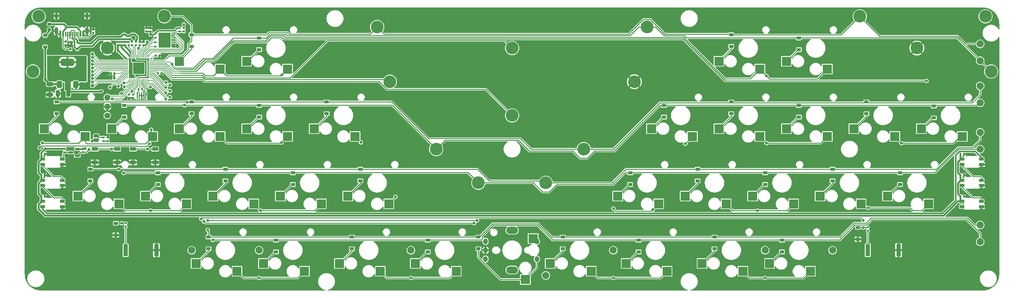
<source format=gbl>
G04 #@! TF.GenerationSoftware,KiCad,Pcbnew,8.0.5*
G04 #@! TF.CreationDate,2024-09-18T06:09:17+09:00*
G04 #@! TF.ProjectId,SandyLP_Base,53616e64-794c-4505-9f42-6173652e6b69,v.0*
G04 #@! TF.SameCoordinates,Original*
G04 #@! TF.FileFunction,Copper,L2,Bot*
G04 #@! TF.FilePolarity,Positive*
%FSLAX46Y46*%
G04 Gerber Fmt 4.6, Leading zero omitted, Abs format (unit mm)*
G04 Created by KiCad (PCBNEW 8.0.5) date 2024-09-18 06:09:17*
%MOMM*%
%LPD*%
G01*
G04 APERTURE LIST*
G04 Aperture macros list*
%AMRoundRect*
0 Rectangle with rounded corners*
0 $1 Rounding radius*
0 $2 $3 $4 $5 $6 $7 $8 $9 X,Y pos of 4 corners*
0 Add a 4 corners polygon primitive as box body*
4,1,4,$2,$3,$4,$5,$6,$7,$8,$9,$2,$3,0*
0 Add four circle primitives for the rounded corners*
1,1,$1+$1,$2,$3*
1,1,$1+$1,$4,$5*
1,1,$1+$1,$6,$7*
1,1,$1+$1,$8,$9*
0 Add four rect primitives between the rounded corners*
20,1,$1+$1,$2,$3,$4,$5,0*
20,1,$1+$1,$4,$5,$6,$7,0*
20,1,$1+$1,$6,$7,$8,$9,0*
20,1,$1+$1,$8,$9,$2,$3,0*%
%AMFreePoly0*
4,1,19,0.500000,-0.750000,0.000000,-0.750000,0.000000,-0.744911,-0.071157,-0.744911,-0.207708,-0.704816,-0.327430,-0.627875,-0.420627,-0.520320,-0.479746,-0.390866,-0.500000,-0.250000,-0.500000,0.250000,-0.479746,0.390866,-0.420627,0.520320,-0.327430,0.627875,-0.207708,0.704816,-0.071157,0.744911,0.000000,0.744911,0.000000,0.750000,0.500000,0.750000,0.500000,-0.750000,0.500000,-0.750000,
$1*%
%AMFreePoly1*
4,1,19,0.000000,0.744911,0.071157,0.744911,0.207708,0.704816,0.327430,0.627875,0.420627,0.520320,0.479746,0.390866,0.500000,0.250000,0.500000,-0.250000,0.479746,-0.390866,0.420627,-0.520320,0.327430,-0.627875,0.207708,-0.704816,0.071157,-0.744911,0.000000,-0.744911,0.000000,-0.750000,-0.500000,-0.750000,-0.500000,0.750000,0.000000,0.750000,0.000000,0.744911,0.000000,0.744911,
$1*%
G04 Aperture macros list end*
G04 #@! TA.AperFunction,SMDPad,CuDef*
%ADD10R,2.600000X2.600000*%
G04 #@! TD*
G04 #@! TA.AperFunction,ComponentPad*
%ADD11O,3.300000X2.000000*%
G04 #@! TD*
G04 #@! TA.AperFunction,ComponentPad*
%ADD12O,1.300000X1.600000*%
G04 #@! TD*
G04 #@! TA.AperFunction,ComponentPad*
%ADD13C,2.000000*%
G04 #@! TD*
G04 #@! TA.AperFunction,SMDPad,CuDef*
%ADD14R,0.600000X1.450000*%
G04 #@! TD*
G04 #@! TA.AperFunction,SMDPad,CuDef*
%ADD15R,0.300000X1.450000*%
G04 #@! TD*
G04 #@! TA.AperFunction,ComponentPad*
%ADD16O,1.000000X1.600000*%
G04 #@! TD*
G04 #@! TA.AperFunction,ComponentPad*
%ADD17O,1.000000X2.100000*%
G04 #@! TD*
G04 #@! TA.AperFunction,SMDPad,CuDef*
%ADD18R,1.200000X0.900000*%
G04 #@! TD*
G04 #@! TA.AperFunction,ComponentPad*
%ADD19C,3.600000*%
G04 #@! TD*
G04 #@! TA.AperFunction,SMDPad,CuDef*
%ADD20R,1.315624X0.820000*%
G04 #@! TD*
G04 #@! TA.AperFunction,SMDPad,CuDef*
%ADD21RoundRect,0.140000X0.170000X-0.140000X0.170000X0.140000X-0.170000X0.140000X-0.170000X-0.140000X0*%
G04 #@! TD*
G04 #@! TA.AperFunction,SMDPad,CuDef*
%ADD22RoundRect,0.147500X-0.172500X0.147500X-0.172500X-0.147500X0.172500X-0.147500X0.172500X0.147500X0*%
G04 #@! TD*
G04 #@! TA.AperFunction,SMDPad,CuDef*
%ADD23RoundRect,0.135000X0.185000X-0.135000X0.185000X0.135000X-0.185000X0.135000X-0.185000X-0.135000X0*%
G04 #@! TD*
G04 #@! TA.AperFunction,ComponentPad*
%ADD24R,0.850000X0.850000*%
G04 #@! TD*
G04 #@! TA.AperFunction,ComponentPad*
%ADD25O,0.850000X0.850000*%
G04 #@! TD*
G04 #@! TA.AperFunction,SMDPad,CuDef*
%ADD26RoundRect,0.135000X-0.185000X0.135000X-0.185000X-0.135000X0.185000X-0.135000X0.185000X0.135000X0*%
G04 #@! TD*
G04 #@! TA.AperFunction,SMDPad,CuDef*
%ADD27RoundRect,0.140000X-0.140000X-0.170000X0.140000X-0.170000X0.140000X0.170000X-0.140000X0.170000X0*%
G04 #@! TD*
G04 #@! TA.AperFunction,SMDPad,CuDef*
%ADD28RoundRect,0.140000X0.140000X0.170000X-0.140000X0.170000X-0.140000X-0.170000X0.140000X-0.170000X0*%
G04 #@! TD*
G04 #@! TA.AperFunction,SMDPad,CuDef*
%ADD29RoundRect,0.375000X0.375000X-0.625000X0.375000X0.625000X-0.375000X0.625000X-0.375000X-0.625000X0*%
G04 #@! TD*
G04 #@! TA.AperFunction,SMDPad,CuDef*
%ADD30RoundRect,0.500000X1.400000X-0.500000X1.400000X0.500000X-1.400000X0.500000X-1.400000X-0.500000X0*%
G04 #@! TD*
G04 #@! TA.AperFunction,SMDPad,CuDef*
%ADD31RoundRect,0.250000X-0.650000X0.325000X-0.650000X-0.325000X0.650000X-0.325000X0.650000X0.325000X0*%
G04 #@! TD*
G04 #@! TA.AperFunction,SMDPad,CuDef*
%ADD32RoundRect,0.218750X-0.256250X0.218750X-0.256250X-0.218750X0.256250X-0.218750X0.256250X0.218750X0*%
G04 #@! TD*
G04 #@! TA.AperFunction,SMDPad,CuDef*
%ADD33R,1.700000X1.000000*%
G04 #@! TD*
G04 #@! TA.AperFunction,SMDPad,CuDef*
%ADD34RoundRect,0.250000X0.325000X0.650000X-0.325000X0.650000X-0.325000X-0.650000X0.325000X-0.650000X0*%
G04 #@! TD*
G04 #@! TA.AperFunction,ComponentPad*
%ADD35C,1.700000*%
G04 #@! TD*
G04 #@! TA.AperFunction,ComponentPad*
%ADD36O,1.700000X1.700000*%
G04 #@! TD*
G04 #@! TA.AperFunction,SMDPad,CuDef*
%ADD37RoundRect,0.140000X-0.170000X0.140000X-0.170000X-0.140000X0.170000X-0.140000X0.170000X0.140000X0*%
G04 #@! TD*
G04 #@! TA.AperFunction,SMDPad,CuDef*
%ADD38RoundRect,0.225000X0.375000X-0.225000X0.375000X0.225000X-0.375000X0.225000X-0.375000X-0.225000X0*%
G04 #@! TD*
G04 #@! TA.AperFunction,SMDPad,CuDef*
%ADD39R,1.300000X3.400000*%
G04 #@! TD*
G04 #@! TA.AperFunction,SMDPad,CuDef*
%ADD40RoundRect,0.125000X0.250000X0.125000X-0.250000X0.125000X-0.250000X-0.125000X0.250000X-0.125000X0*%
G04 #@! TD*
G04 #@! TA.AperFunction,HeatsinkPad*
%ADD41R,3.400000X4.300000*%
G04 #@! TD*
G04 #@! TA.AperFunction,SMDPad,CuDef*
%ADD42FreePoly0,90.000000*%
G04 #@! TD*
G04 #@! TA.AperFunction,SMDPad,CuDef*
%ADD43FreePoly1,90.000000*%
G04 #@! TD*
G04 #@! TA.AperFunction,SMDPad,CuDef*
%ADD44RoundRect,0.135000X-0.135000X-0.185000X0.135000X-0.185000X0.135000X0.185000X-0.135000X0.185000X0*%
G04 #@! TD*
G04 #@! TA.AperFunction,SMDPad,CuDef*
%ADD45RoundRect,0.175000X-0.325000X0.175000X-0.325000X-0.175000X0.325000X-0.175000X0.325000X0.175000X0*%
G04 #@! TD*
G04 #@! TA.AperFunction,SMDPad,CuDef*
%ADD46RoundRect,0.150000X-0.150000X0.200000X-0.150000X-0.200000X0.150000X-0.200000X0.150000X0.200000X0*%
G04 #@! TD*
G04 #@! TA.AperFunction,SMDPad,CuDef*
%ADD47R,0.400000X1.900000*%
G04 #@! TD*
G04 #@! TA.AperFunction,SMDPad,CuDef*
%ADD48RoundRect,0.150000X0.587500X0.150000X-0.587500X0.150000X-0.587500X-0.150000X0.587500X-0.150000X0*%
G04 #@! TD*
G04 #@! TA.AperFunction,SMDPad,CuDef*
%ADD49RoundRect,0.050000X0.387500X0.050000X-0.387500X0.050000X-0.387500X-0.050000X0.387500X-0.050000X0*%
G04 #@! TD*
G04 #@! TA.AperFunction,SMDPad,CuDef*
%ADD50RoundRect,0.050000X0.050000X0.387500X-0.050000X0.387500X-0.050000X-0.387500X0.050000X-0.387500X0*%
G04 #@! TD*
G04 #@! TA.AperFunction,ComponentPad*
%ADD51C,0.600000*%
G04 #@! TD*
G04 #@! TA.AperFunction,SMDPad,CuDef*
%ADD52RoundRect,0.144000X1.456000X1.456000X-1.456000X1.456000X-1.456000X-1.456000X1.456000X-1.456000X0*%
G04 #@! TD*
G04 #@! TA.AperFunction,ViaPad*
%ADD53C,0.800000*%
G04 #@! TD*
G04 #@! TA.AperFunction,ViaPad*
%ADD54C,0.600000*%
G04 #@! TD*
G04 #@! TA.AperFunction,Conductor*
%ADD55C,0.500000*%
G04 #@! TD*
G04 #@! TA.AperFunction,Conductor*
%ADD56C,0.381000*%
G04 #@! TD*
G04 #@! TA.AperFunction,Conductor*
%ADD57C,0.200000*%
G04 #@! TD*
G04 #@! TA.AperFunction,Conductor*
%ADD58C,0.250000*%
G04 #@! TD*
G04 #@! TA.AperFunction,Conductor*
%ADD59C,0.254000*%
G04 #@! TD*
G04 APERTURE END LIST*
D10*
X238646695Y-90103685D03*
X227096695Y-87903685D03*
X257696775Y-90103685D03*
X246146775Y-87903685D03*
X57670935Y-71053565D03*
X46120935Y-68853565D03*
X86245935Y-90103645D03*
X74695935Y-87903645D03*
X95770935Y-71053565D03*
X84220935Y-68853565D03*
X95770935Y-52003485D03*
X84220935Y-49803485D03*
X114820935Y-71053565D03*
X103270935Y-68853565D03*
X229121655Y-52003525D03*
X217571655Y-49803525D03*
X229121655Y-71053605D03*
X217571655Y-68853605D03*
X248171735Y-71053605D03*
X236621735Y-68853605D03*
X219596615Y-90103645D03*
X208046615Y-87903645D03*
X200546535Y-90103645D03*
X188996535Y-87903645D03*
X248171735Y-52003525D03*
X236621735Y-49803525D03*
X105295935Y-90103645D03*
X93745935Y-87903645D03*
X76720935Y-52003485D03*
X65170935Y-49803485D03*
X67195935Y-90103645D03*
X55645935Y-87903645D03*
X48145935Y-90103645D03*
X36595935Y-87903645D03*
X100533435Y-109153765D03*
X88983435Y-106953765D03*
X224358435Y-109153765D03*
X212808435Y-106953765D03*
X286270935Y-71053605D03*
X274720935Y-68853605D03*
X267220975Y-71053765D03*
X255670975Y-68853765D03*
X38620935Y-71053765D03*
X27070935Y-68853765D03*
X276747015Y-90103685D03*
X265197015Y-87903685D03*
X76720935Y-71053565D03*
X65170935Y-68853565D03*
X81483434Y-109153765D03*
X69933434Y-106953765D03*
X210071575Y-71053565D03*
X198521575Y-68853565D03*
X121964685Y-109153405D03*
X110414685Y-106953405D03*
X243408435Y-109153405D03*
X231858435Y-106953405D03*
D11*
X159170935Y-108803765D03*
X159170935Y-97603765D03*
D12*
X151670935Y-100703765D03*
X151670935Y-105703765D03*
X151670935Y-103203765D03*
X166170935Y-100703765D03*
D10*
X165120935Y-99928765D03*
X162920935Y-111478765D03*
D12*
X166170935Y-105703765D03*
D10*
X143396375Y-109153765D03*
X131846375Y-106953765D03*
X124345935Y-90103405D03*
X112795935Y-87903405D03*
X202927185Y-109153405D03*
X191377185Y-106953405D03*
X181495975Y-109153765D03*
X169945975Y-106953765D03*
D13*
X130595934Y-103203405D03*
X187745934Y-103203405D03*
X249658434Y-103203405D03*
X68683434Y-103203405D03*
X291330310Y-69865905D03*
X291330310Y-96059655D03*
X230608434Y-103203405D03*
X291330310Y-49625280D03*
X291330310Y-74628405D03*
X291330310Y-56769030D03*
X291330310Y-61531530D03*
D14*
X31595935Y-42092115D03*
X32395935Y-42092115D03*
D15*
X33595935Y-42092115D03*
X34595935Y-42092115D03*
X35095935Y-42092115D03*
X36095935Y-42092115D03*
D14*
X37295935Y-42092115D03*
X38095935Y-42092115D03*
X38095935Y-42092115D03*
X37295935Y-42092115D03*
D15*
X36595935Y-42092115D03*
X35595935Y-42092115D03*
X34095935Y-42092115D03*
X33095935Y-42092115D03*
D14*
X32395935Y-42092115D03*
X31595935Y-42092115D03*
D16*
X30525935Y-36997115D03*
D17*
X30525935Y-41177115D03*
D16*
X39165935Y-36997115D03*
D17*
X39165935Y-41177115D03*
D13*
X168696059Y-110347219D03*
X291330310Y-44862780D03*
X87733434Y-103203405D03*
D18*
X68670935Y-61278405D03*
X68670935Y-64578405D03*
D19*
X257345935Y-37078405D03*
D18*
X87733435Y-62262780D03*
X87733435Y-65562780D03*
D19*
X124642810Y-55578405D03*
D18*
X92495935Y-100362780D03*
X92495935Y-103662780D03*
X135358435Y-100362780D03*
X135358435Y-103662780D03*
D20*
X26634998Y-89356530D03*
X26634998Y-90856530D03*
X32150622Y-90856530D03*
X32150622Y-89356530D03*
D21*
X48858435Y-45264655D03*
X48858435Y-44304655D03*
D19*
X149645935Y-84153405D03*
D22*
X44970935Y-71339655D03*
X44970935Y-72309655D03*
D20*
X286191248Y-89356530D03*
X286191248Y-90856530D03*
X291706872Y-90856530D03*
X291706872Y-89356530D03*
D23*
X52958435Y-45294655D03*
X52958435Y-44274655D03*
D24*
X40658435Y-56684655D03*
D25*
X40658435Y-55684655D03*
X40658435Y-54684655D03*
X40658435Y-53684655D03*
X40658435Y-52684655D03*
X40658435Y-51684655D03*
X40658435Y-50684655D03*
X40658435Y-49684655D03*
X40658435Y-48684655D03*
X40658435Y-47684655D03*
D18*
X78208435Y-80278405D03*
X78208435Y-83578405D03*
D26*
X65270935Y-40364655D03*
X65270935Y-41384655D03*
D27*
X59190935Y-53184655D03*
X60150935Y-53184655D03*
D19*
X292845935Y-37078405D03*
D28*
X286738435Y-87984655D03*
X285778435Y-87984655D03*
D27*
X58578435Y-48184655D03*
X59538435Y-48184655D03*
D18*
X192508435Y-81312780D03*
X192508435Y-84612780D03*
D29*
X35958435Y-56378405D03*
X33658435Y-56378405D03*
D30*
X33658435Y-50078405D03*
D29*
X31358435Y-56378405D03*
D21*
X54058435Y-45264655D03*
X54058435Y-44304655D03*
D31*
X28658435Y-56278405D03*
X28658435Y-59228405D03*
D18*
X113927185Y-99478405D03*
X113927185Y-102778405D03*
D19*
X25495935Y-37078405D03*
D18*
X249658435Y-80278405D03*
X249658435Y-83578405D03*
D28*
X286738435Y-81984655D03*
X285778435Y-81984655D03*
D23*
X259595934Y-97788405D03*
X259595934Y-96768405D03*
D19*
X294445935Y-52678405D03*
X44870935Y-46053405D03*
D32*
X28495935Y-39303405D03*
X28495935Y-40878405D03*
D33*
X47658435Y-74584655D03*
X41358435Y-74584655D03*
X47658435Y-78384655D03*
X41358435Y-78384655D03*
D34*
X33858435Y-58928405D03*
X30908435Y-58928405D03*
D21*
X47858435Y-45264655D03*
X47858435Y-44304655D03*
D18*
X221070935Y-61278405D03*
X221070935Y-64578405D03*
X230608435Y-81312780D03*
X230608435Y-84612780D03*
D35*
X44870935Y-65128405D03*
D36*
X44870935Y-62588405D03*
X44870935Y-60048405D03*
D18*
X194889685Y-100362780D03*
X194889685Y-103662780D03*
D19*
X159170935Y-46053405D03*
D37*
X52158435Y-59204655D03*
X52158435Y-60164655D03*
D18*
X211558435Y-80278405D03*
X211558435Y-83578405D03*
D38*
X27345935Y-45747115D03*
X27345935Y-42447115D03*
D19*
X179411560Y-74628405D03*
D39*
X50045935Y-103203405D03*
X58745935Y-103203405D03*
D18*
X256802184Y-96790905D03*
X256802184Y-100090905D03*
D40*
X63795935Y-41879655D03*
X63795935Y-43149655D03*
X63795935Y-44419655D03*
X63795935Y-45689655D03*
X58395935Y-45689655D03*
X58395935Y-44419655D03*
X58395935Y-43149655D03*
X58395935Y-41879655D03*
D41*
X61095935Y-43784655D03*
D13*
X291330310Y-100822155D03*
D37*
X50958435Y-59204655D03*
X50958435Y-60164655D03*
D19*
X197270935Y-40100280D03*
D23*
X51858435Y-45294655D03*
X51858435Y-44274655D03*
D42*
X41758435Y-72134655D03*
D43*
X41758435Y-70834655D03*
D21*
X55158435Y-45264655D03*
X55158435Y-44304655D03*
D18*
X202033435Y-62262780D03*
X202033435Y-65562780D03*
D20*
X286191248Y-83403405D03*
X286191248Y-84903405D03*
X291706872Y-84903405D03*
X291706872Y-83403405D03*
D18*
X240133435Y-62262780D03*
X240133435Y-65562780D03*
D44*
X53648435Y-57684655D03*
X54668435Y-57684655D03*
D28*
X27218435Y-75984655D03*
X26258435Y-75984655D03*
D20*
X286191248Y-77450280D03*
X286191248Y-78950280D03*
X291706872Y-78950280D03*
X291706872Y-77450280D03*
D18*
X173458435Y-99478405D03*
X173458435Y-102778405D03*
D33*
X58408435Y-74584655D03*
X52108435Y-74584655D03*
X58408435Y-78384655D03*
X52108435Y-78384655D03*
D18*
X268708435Y-81312780D03*
X268708435Y-84612780D03*
D39*
X259595935Y-103203405D03*
X268295935Y-103203405D03*
D19*
X159170935Y-65103405D03*
D23*
X32858435Y-75534655D03*
X32858435Y-74514655D03*
D19*
X137739685Y-74628405D03*
D20*
X26634998Y-83403405D03*
X26634998Y-84903405D03*
X32150622Y-84903405D03*
X32150622Y-83403405D03*
X26634998Y-77450280D03*
X26634998Y-78950280D03*
X32150622Y-78950280D03*
X32150622Y-77450280D03*
D19*
X168695935Y-84153405D03*
D21*
X49858435Y-45264655D03*
X49858435Y-44304655D03*
D18*
X30570935Y-61278405D03*
X30570935Y-64578405D03*
X221070935Y-42278405D03*
X221070935Y-45578405D03*
D28*
X286738435Y-75984655D03*
X285778435Y-75984655D03*
D19*
X121070935Y-40100280D03*
D45*
X34708435Y-44384655D03*
D46*
X36408435Y-44384655D03*
X36408435Y-46384655D03*
X34508435Y-46384655D03*
D23*
X40945935Y-41784655D03*
X40945935Y-40764655D03*
D18*
X278233435Y-62478405D03*
X278233435Y-65778405D03*
D47*
X55758435Y-59484655D03*
X54558435Y-59484655D03*
X53358435Y-59484655D03*
D18*
X87733435Y-43212780D03*
X87733435Y-46512780D03*
X47252184Y-95600280D03*
X47252184Y-98900280D03*
D28*
X46850935Y-53228405D03*
X45890935Y-53228405D03*
D21*
X55858435Y-41344655D03*
X55858435Y-40384655D03*
D26*
X66470935Y-40368405D03*
X66470935Y-41388405D03*
D18*
X59158435Y-81312780D03*
X59158435Y-84612780D03*
X97258435Y-81312780D03*
X97258435Y-84612780D03*
D23*
X38048435Y-75524655D03*
X38048435Y-74504655D03*
D18*
X116308435Y-80278405D03*
X116308435Y-83578405D03*
X235370935Y-100362780D03*
X235370935Y-103662780D03*
X106783435Y-61278405D03*
X106783435Y-64578405D03*
D19*
X60995935Y-37078405D03*
D48*
X36395935Y-74634655D03*
X36395935Y-76534655D03*
X34520935Y-75584655D03*
D18*
X149645935Y-99478405D03*
X149645935Y-102778405D03*
D28*
X27218435Y-81984655D03*
X26258435Y-81984655D03*
D26*
X33058435Y-44209655D03*
X33058435Y-45229655D03*
D49*
X57195935Y-49184655D03*
X57195935Y-49584655D03*
X57195935Y-49984655D03*
X57195935Y-50384655D03*
X57195935Y-50784655D03*
X57195935Y-51184655D03*
X57195935Y-51584655D03*
X57195935Y-51984655D03*
X57195935Y-52384655D03*
X57195935Y-52784655D03*
X57195935Y-53184655D03*
X57195935Y-53584655D03*
X57195935Y-53984655D03*
X57195935Y-54384655D03*
D50*
X56358435Y-55222155D03*
X55958435Y-55222155D03*
X55558435Y-55222155D03*
X55158435Y-55222155D03*
X54758435Y-55222155D03*
X54358435Y-55222155D03*
X53958435Y-55222155D03*
X53558435Y-55222155D03*
X53158435Y-55222155D03*
X52758435Y-55222155D03*
X52358435Y-55222155D03*
X51958435Y-55222155D03*
X51558435Y-55222155D03*
X51158435Y-55222155D03*
D49*
X50320935Y-54384655D03*
X50320935Y-53984655D03*
X50320935Y-53584655D03*
X50320935Y-53184655D03*
X50320935Y-52784655D03*
X50320935Y-52384655D03*
X50320935Y-51984655D03*
X50320935Y-51584655D03*
X50320935Y-51184655D03*
X50320935Y-50784655D03*
X50320935Y-50384655D03*
X50320935Y-49984655D03*
X50320935Y-49584655D03*
X50320935Y-49184655D03*
D50*
X51158435Y-48347155D03*
X51558435Y-48347155D03*
X51958435Y-48347155D03*
X52358435Y-48347155D03*
X52758435Y-48347155D03*
X53158435Y-48347155D03*
X53558435Y-48347155D03*
X53958435Y-48347155D03*
X54358435Y-48347155D03*
X54758435Y-48347155D03*
X55158435Y-48347155D03*
X55558435Y-48347155D03*
X55958435Y-48347155D03*
X56358435Y-48347155D03*
D51*
X55033435Y-53059655D03*
X55033435Y-51784655D03*
X55033435Y-50509655D03*
X53758435Y-53059655D03*
X53758435Y-51784655D03*
D52*
X53758435Y-51784655D03*
D51*
X53758435Y-50509655D03*
X52483435Y-53059655D03*
X52483435Y-51784655D03*
X52483435Y-50509655D03*
D18*
X73445935Y-99478405D03*
X73445935Y-102778405D03*
D21*
X57058435Y-41364655D03*
X57058435Y-40404655D03*
D23*
X43758435Y-72334655D03*
X43758435Y-71314655D03*
D18*
X259183435Y-61278405D03*
X259183435Y-64578405D03*
D28*
X27218435Y-87984655D03*
X26258435Y-87984655D03*
D18*
X40070935Y-80278405D03*
X40070935Y-83578405D03*
X68670935Y-42278405D03*
X68670935Y-45578405D03*
X240133435Y-43212780D03*
X240133435Y-46512780D03*
D23*
X50045934Y-96598405D03*
X50045934Y-95578405D03*
D21*
X50858435Y-45264655D03*
X50858435Y-44304655D03*
D19*
X23895935Y-52678405D03*
X273470935Y-46053405D03*
D18*
X216320935Y-99478405D03*
X216320935Y-102778405D03*
D19*
X193699060Y-55578405D03*
D18*
X49633435Y-62262780D03*
X49633435Y-65562780D03*
D53*
X38570935Y-55028405D03*
X28570935Y-54828405D03*
X33670935Y-52428405D03*
X46842809Y-54600281D03*
X28370935Y-48728405D03*
X40551851Y-72328213D03*
X57058432Y-42184658D03*
X38570935Y-48728405D03*
X47858435Y-46722155D03*
X38603873Y-74503405D03*
X53709562Y-46100175D03*
X43158435Y-58284655D03*
D54*
X53158435Y-53884655D03*
D53*
X52258435Y-49484655D03*
X56107758Y-44323979D03*
X51787294Y-58313514D03*
X57070935Y-91978645D03*
X57270935Y-69128405D03*
X26545935Y-72855397D03*
X57070935Y-57128405D03*
X27358435Y-74514655D03*
X27345935Y-54965905D03*
X87745935Y-111028765D03*
X88120935Y-91978645D03*
X94083519Y-72740981D03*
X94158475Y-53615945D03*
X116470935Y-72728405D03*
X130670935Y-111028405D03*
X126270935Y-88128405D03*
X49636487Y-56993957D03*
X49470935Y-81428405D03*
X74670935Y-100328765D03*
X61420935Y-60528405D03*
X48070939Y-80278405D03*
X49520935Y-55928405D03*
X56708172Y-73112344D03*
X63145935Y-50578406D03*
X25770935Y-74228405D03*
X46274031Y-60450309D03*
X48831868Y-58894592D03*
X46045935Y-74638859D03*
X73220935Y-97478405D03*
X62570935Y-59928405D03*
X187770935Y-91428405D03*
X198896355Y-91753825D03*
X208070935Y-73128405D03*
X187770935Y-111028405D03*
X72120934Y-95078404D03*
X62587141Y-58212199D03*
X148458435Y-95528405D03*
X61418117Y-57208414D03*
X73254600Y-94798003D03*
X149258435Y-94798003D03*
X230996455Y-72928405D03*
X228470935Y-91978685D03*
X230996655Y-53878525D03*
X230620935Y-111028405D03*
X259770935Y-91228405D03*
X269095815Y-72928605D03*
X276183435Y-55340905D03*
X66670935Y-62228565D03*
X62590102Y-56478405D03*
X56223399Y-74657613D03*
X66470941Y-39378405D03*
X48970935Y-95578405D03*
X48058435Y-56848237D03*
X71395935Y-94328405D03*
X258370941Y-96828405D03*
X258370935Y-94778405D03*
X61403479Y-58708415D03*
X39683671Y-74756631D03*
X45636574Y-57162794D03*
X109164759Y-97250337D03*
X22249061Y-74628443D03*
X210367969Y-44267480D03*
X96663186Y-63317496D03*
X289544598Y-80581573D03*
X65458435Y-60384655D03*
X29988130Y-86534703D03*
X282996155Y-78200321D03*
X73445979Y-82367512D03*
X41970935Y-42028405D03*
X197271083Y-56769053D03*
X124642897Y-63317496D03*
X74636605Y-97250337D03*
X48758435Y-48884655D03*
X248468001Y-44267480D03*
X200842961Y-82367512D03*
X270494582Y-63317496D03*
X93091308Y-82367512D03*
X51419398Y-97250337D03*
X257397696Y-74628443D03*
X162147616Y-74628443D03*
X213344534Y-91892520D03*
X54395963Y-113919101D03*
X206796091Y-35337785D03*
X289470935Y-76128405D03*
X28258435Y-47584655D03*
X23870935Y-44928405D03*
X82970987Y-56769053D03*
X296093041Y-55578427D03*
X155599173Y-85344077D03*
X255016444Y-94869085D03*
X238942993Y-82367512D03*
X42658435Y-54384655D03*
X69278788Y-82367512D03*
X63395935Y-45578405D03*
X68683475Y-71056565D03*
X63920971Y-35337785D03*
X206200778Y-113919101D03*
X22249061Y-109156597D03*
X34720935Y-45428405D03*
X232394550Y-35337785D03*
X206796091Y-44862793D03*
X294902415Y-49625297D03*
X43085016Y-75819069D03*
X66897536Y-74628443D03*
X60495935Y-48228405D03*
X131786653Y-97250337D03*
X52270935Y-43118405D03*
X159171051Y-113919101D03*
X187150762Y-73437817D03*
X37670935Y-46378405D03*
X156789799Y-97845650D03*
X106783507Y-35337785D03*
X273471147Y-56769053D03*
X184174197Y-35337785D03*
X224060168Y-101417528D03*
X37608435Y-43934655D03*
X41420935Y-45978405D03*
X23870935Y-49728405D03*
X251444566Y-91892520D03*
X105370935Y-44328405D03*
X291330537Y-113919101D03*
X65706910Y-63317496D03*
X50770935Y-41628405D03*
X284186781Y-44267480D03*
X181197632Y-101417528D03*
X60349093Y-63317496D03*
X39970935Y-43828405D03*
X44870935Y-41978405D03*
X251444566Y-74628443D03*
X296093041Y-38314350D03*
X31658435Y-75784655D03*
X103806942Y-113919101D03*
X290139911Y-35337785D03*
X48270935Y-41978405D03*
X285970935Y-80328405D03*
X22249061Y-93678459D03*
X254421131Y-35337785D03*
X23870935Y-55728405D03*
X165124181Y-73437817D03*
X168696059Y-94869085D03*
X85947552Y-35337785D03*
X263946139Y-113919101D03*
X124642897Y-82367512D03*
X28458435Y-71584655D03*
X26470935Y-86328405D03*
X186555449Y-91892520D03*
X159171051Y-35337785D03*
X132977279Y-113919101D03*
X37131886Y-91892520D03*
X160956990Y-91892520D03*
X296093041Y-74628443D03*
X29988130Y-80581573D03*
X294902415Y-44862793D03*
X78208483Y-113919101D03*
X109760072Y-113919101D03*
X268113330Y-74033130D03*
X296093041Y-93678459D03*
X56582429Y-58664735D03*
X285970935Y-86228405D03*
X46658435Y-71784655D03*
X161552303Y-97845650D03*
X240133619Y-113919101D03*
X121071019Y-56769053D03*
X42058435Y-69184655D03*
X46058435Y-58784655D03*
X155599173Y-74628443D03*
X232989863Y-63317496D03*
X155003860Y-59745618D03*
X143097600Y-101417528D03*
X26470935Y-80428405D03*
X212153908Y-113919101D03*
X65111597Y-56173740D03*
X211558595Y-35337785D03*
X60944406Y-74628443D03*
X111546011Y-35337785D03*
X128810088Y-91892520D03*
X26416252Y-113919101D03*
X260969574Y-95464398D03*
X76670935Y-49828405D03*
X146669478Y-82367512D03*
X88924117Y-97250337D03*
X287163346Y-95464398D03*
X28202191Y-35337785D03*
X296093041Y-109156597D03*
X134167905Y-35337785D03*
X73445979Y-91892520D03*
X53370935Y-41628405D03*
X57967841Y-35337785D03*
X211558595Y-94869085D03*
X199057022Y-65698748D03*
X54270935Y-43128405D03*
X185364823Y-113919101D03*
X178816380Y-85939390D03*
X46061581Y-75819069D03*
X289544598Y-86534703D03*
X100235064Y-101417528D03*
X235371115Y-56769053D03*
X260374261Y-35337785D03*
X70469414Y-97250337D03*
X98449125Y-53792488D03*
X61570935Y-54528405D03*
X155599173Y-46053419D03*
X67418137Y-61328405D03*
X61445935Y-55728405D03*
D55*
X48858435Y-45884655D02*
X51158435Y-48184655D01*
D56*
X65270935Y-40364655D02*
X64617263Y-40364655D01*
D55*
X34433435Y-58353405D02*
X33858435Y-58928405D01*
X50170935Y-49034655D02*
X50320935Y-49034655D01*
X49858435Y-45544654D02*
X51408435Y-47094654D01*
D56*
X64617263Y-40364655D02*
X63853513Y-41128405D01*
X36395935Y-74634655D02*
X37918435Y-74634655D01*
D57*
X50320935Y-52784655D02*
X51658435Y-52784655D01*
D55*
X48858435Y-45264655D02*
X48858435Y-45884655D01*
D57*
X51558435Y-48347155D02*
X51558435Y-49084655D01*
D56*
X41758435Y-72134655D02*
X40745409Y-72134655D01*
D57*
X51558435Y-49084655D02*
X51158435Y-49484655D01*
X48814685Y-53228405D02*
X46850935Y-53228405D01*
X57195935Y-49184655D02*
X58195935Y-48184655D01*
D55*
X43089685Y-58353405D02*
X34433435Y-58353405D01*
D56*
X40745409Y-72134655D02*
X40551851Y-72328213D01*
X59147185Y-41128405D02*
X58395935Y-41879655D01*
D55*
X51158435Y-48184655D02*
X51158435Y-48347155D01*
D56*
X55878435Y-41364655D02*
X55858435Y-41344655D01*
D55*
X49858435Y-45264655D02*
X49858435Y-45544654D01*
X46850935Y-54592155D02*
X46842809Y-54600281D01*
X47858435Y-45264655D02*
X49858435Y-45264655D01*
X33858435Y-58928405D02*
X33658435Y-58728405D01*
D57*
X52487294Y-58875796D02*
X52158435Y-59204655D01*
D55*
X47858435Y-46722155D02*
X50170935Y-49034655D01*
D56*
X57058435Y-41364655D02*
X55878435Y-41364655D01*
X38048435Y-74504655D02*
X38602623Y-74504655D01*
X63853513Y-41128405D02*
X59147185Y-41128405D01*
D55*
X46850935Y-53228405D02*
X46850935Y-54592155D01*
D56*
X37918435Y-74634655D02*
X38048435Y-74504655D01*
D57*
X58195935Y-48184655D02*
X58578435Y-48184655D01*
X58790935Y-52784655D02*
X59190935Y-53184655D01*
D55*
X47858435Y-45264655D02*
X47858435Y-46722155D01*
D57*
X53558435Y-48347155D02*
X53558435Y-46251302D01*
X53558435Y-56835731D02*
X52487294Y-57906872D01*
X53558435Y-54688295D02*
X53862075Y-54384655D01*
X51558435Y-47734655D02*
X51408435Y-47584655D01*
X49258435Y-52784655D02*
X48814685Y-53228405D01*
X53558435Y-55222155D02*
X53558435Y-54688295D01*
D56*
X57058432Y-42184658D02*
X58090932Y-42184658D01*
D57*
X51558435Y-48347155D02*
X51558435Y-47734655D01*
D56*
X38602623Y-74504655D02*
X38603873Y-74503405D01*
D57*
X53158435Y-48347155D02*
X53158435Y-49184655D01*
X54058435Y-45264655D02*
X54058435Y-45751302D01*
D55*
X43158435Y-58284655D02*
X43089685Y-58353405D01*
D57*
X50320935Y-49184655D02*
X51158435Y-49184655D01*
X53558435Y-55222155D02*
X53558435Y-56835731D01*
D55*
X51408435Y-47094654D02*
X51408435Y-47584655D01*
D57*
X51158435Y-48347155D02*
X51158435Y-49184655D01*
X57195935Y-49184655D02*
X56258435Y-49184655D01*
X57195935Y-52784655D02*
X58790935Y-52784655D01*
D56*
X58090932Y-42184658D02*
X58395935Y-41879655D01*
D57*
X52487294Y-57906872D02*
X52487294Y-58875796D01*
X53558435Y-48347155D02*
X53558435Y-49184655D01*
X53558435Y-46251302D02*
X53709562Y-46100175D01*
X50320935Y-52784655D02*
X49258435Y-52784655D01*
D56*
X57058435Y-41364655D02*
X57058435Y-42184655D01*
D57*
X54058435Y-45751302D02*
X53709562Y-46100175D01*
D55*
X33658435Y-58728405D02*
X33658435Y-56378405D01*
D57*
X57195935Y-52784655D02*
X56358435Y-52784655D01*
D56*
X57058435Y-42184655D02*
X57058432Y-42184658D01*
X55158435Y-45264655D02*
X55468434Y-45264655D01*
D57*
X51958435Y-48347155D02*
X51958435Y-46834655D01*
X50958435Y-59142373D02*
X51787294Y-58313514D01*
X53958435Y-46911963D02*
X55158435Y-45711963D01*
X51787294Y-58041186D02*
X51787294Y-58313514D01*
D56*
X55468434Y-45264655D02*
X56107758Y-44625331D01*
D57*
X53158435Y-55222155D02*
X53158435Y-56670045D01*
X51958435Y-49184655D02*
X52258435Y-49484655D01*
X55158435Y-45711963D02*
X55158435Y-45264655D01*
X51958435Y-46834655D02*
X50858435Y-45734655D01*
X50858435Y-45734655D02*
X50858435Y-45264655D01*
X50958435Y-59204655D02*
X50958435Y-59142373D01*
X51958435Y-48347155D02*
X51958435Y-49184655D01*
X53158435Y-56670045D02*
X51787294Y-58041186D01*
D56*
X56107758Y-44625331D02*
X56107758Y-44323979D01*
D57*
X53958435Y-48347155D02*
X53958435Y-46911963D01*
D58*
X235370935Y-103662780D02*
X235149060Y-103662780D01*
X235149060Y-103662780D02*
X231858435Y-106953405D01*
X221070935Y-64578405D02*
X221070935Y-65354325D01*
X221070935Y-65354325D02*
X217571655Y-68853605D01*
X268487920Y-84612780D02*
X265197015Y-87903685D01*
X268708435Y-84612780D02*
X268487920Y-84612780D01*
X68670935Y-45578405D02*
X68670935Y-46303485D01*
X68670935Y-46303485D02*
X65170935Y-49803485D01*
X39095575Y-73078405D02*
X55646095Y-73078405D01*
D57*
X55158435Y-56087386D02*
X56199454Y-57128405D01*
X55158435Y-55222155D02*
X55158435Y-56087386D01*
D58*
X57270935Y-70653565D02*
X57270935Y-69128405D01*
X65320935Y-91978645D02*
X67195935Y-90103645D01*
X48145935Y-90103645D02*
X50020935Y-91978645D01*
X57670935Y-71053565D02*
X57270935Y-70653565D01*
D57*
X56199454Y-57128405D02*
X57070935Y-57128405D01*
D58*
X36746295Y-72928405D02*
X26618943Y-72928405D01*
X38620935Y-71053765D02*
X38620935Y-72603765D01*
X38620935Y-72603765D02*
X39095575Y-73078405D01*
X55646095Y-73078405D02*
X57670935Y-71053565D01*
X38620935Y-71053765D02*
X36746295Y-72928405D01*
X26618943Y-72928405D02*
X26545935Y-72855397D01*
X50020935Y-91978645D02*
X65320935Y-91978645D01*
X84220935Y-49803485D02*
X84442730Y-49803485D01*
X84442730Y-49803485D02*
X87733435Y-46512780D01*
X221070935Y-45578405D02*
X221070935Y-46304245D01*
X221070935Y-46304245D02*
X217571655Y-49803525D01*
X40070935Y-84428645D02*
X36595935Y-87903645D01*
X40070935Y-83578405D02*
X40070935Y-84428645D01*
X92274420Y-103662780D02*
X88983435Y-106953765D01*
X92495935Y-103662780D02*
X92274420Y-103662780D01*
D56*
X32395935Y-42092115D02*
X32395935Y-41289695D01*
D55*
X33458435Y-40184655D02*
X36258435Y-40184655D01*
D56*
X32395935Y-41289695D02*
X32780935Y-40904695D01*
X32780935Y-40904695D02*
X32780935Y-40862155D01*
X37295935Y-42092115D02*
X37295935Y-41289695D01*
D55*
X32577185Y-39303405D02*
X33458435Y-40184655D01*
D59*
X32958435Y-46384655D02*
X34508435Y-46384655D01*
D55*
X33458435Y-40184655D02*
X32780935Y-40862155D01*
D56*
X37295935Y-41289695D02*
X36910935Y-40904695D01*
D55*
X36258435Y-40184655D02*
X36910935Y-40837155D01*
X28495935Y-39303405D02*
X32577185Y-39303405D01*
D56*
X36910935Y-40904695D02*
X36910935Y-40837155D01*
D59*
X32395935Y-45822155D02*
X32958435Y-46384655D01*
X32395935Y-42092115D02*
X32395935Y-45822155D01*
D58*
X240133435Y-46512780D02*
X239912480Y-46512780D01*
X239912480Y-46512780D02*
X236621735Y-49803525D01*
X27070935Y-68853765D02*
X30570935Y-65353765D01*
X30570935Y-65353765D02*
X30570935Y-64578405D01*
X49411720Y-65562780D02*
X49633435Y-65562780D01*
X46120935Y-68853565D02*
X49411720Y-65562780D01*
X68670935Y-65353565D02*
X65170935Y-68853565D01*
X68670935Y-64578405D02*
X68670935Y-65353565D01*
X87733435Y-65562780D02*
X87511720Y-65562780D01*
X87511720Y-65562780D02*
X84220935Y-68853565D01*
X106783435Y-64578405D02*
X106783435Y-65341065D01*
X106783435Y-65341065D02*
X103270935Y-68853565D01*
X202033435Y-65562780D02*
X201812360Y-65562780D01*
X201812360Y-65562780D02*
X198521575Y-68853565D01*
D55*
X26258435Y-77073717D02*
X26634998Y-77450280D01*
X285083436Y-84260279D02*
X285083436Y-87289656D01*
X26258435Y-88979967D02*
X26634998Y-89356530D01*
X25527186Y-87253406D02*
X26258435Y-87984655D01*
X27345935Y-45747115D02*
X27345935Y-54965905D01*
X26387186Y-83403405D02*
X25527186Y-84263405D01*
X26634998Y-83403405D02*
X26387186Y-83403405D01*
X285083436Y-87289656D02*
X285778435Y-87984655D01*
X286191248Y-89356530D02*
X285086560Y-89356530D01*
X27370935Y-93428405D02*
X25477186Y-91534656D01*
X27345935Y-54965905D02*
X28658435Y-56278405D01*
X25527186Y-78310280D02*
X25527186Y-81253406D01*
X285086560Y-89356530D02*
X281014685Y-93428405D01*
X26258435Y-75984655D02*
X26258435Y-75614655D01*
X285778435Y-75984655D02*
X285778435Y-77037467D01*
X25477186Y-90266530D02*
X26387186Y-89356530D01*
X285778435Y-77037467D02*
X286191248Y-77450280D01*
X285778435Y-87984655D02*
X285778435Y-88943717D01*
X281014685Y-93428405D02*
X27370935Y-93428405D01*
X286191248Y-83403405D02*
X285940310Y-83403405D01*
X26634998Y-77450280D02*
X26387186Y-77450280D01*
X285083436Y-81289656D02*
X285778435Y-81984655D01*
X25527186Y-81253406D02*
X26258435Y-81984655D01*
X286191248Y-77450280D02*
X285893435Y-77450280D01*
X25477186Y-91534656D02*
X25477186Y-90266530D01*
X25527186Y-84263405D02*
X25527186Y-87253406D01*
X285778435Y-82990592D02*
X286191248Y-83403405D01*
X285778435Y-88943717D02*
X286191248Y-89356530D01*
X31258435Y-56278405D02*
X31358435Y-56378405D01*
X26387186Y-77450280D02*
X25527186Y-78310280D01*
X26258435Y-75614655D02*
X27358435Y-74514655D01*
X285893435Y-77450280D02*
X285083436Y-78260279D01*
X26387186Y-89356530D02*
X26634998Y-89356530D01*
X26258435Y-83026842D02*
X26634998Y-83403405D01*
X285940310Y-83403405D02*
X285083436Y-84260279D01*
X28658435Y-56278405D02*
X31258435Y-56278405D01*
X26258435Y-81984655D02*
X26258435Y-83026842D01*
X285083436Y-78260279D02*
X285083436Y-81289656D01*
X285778435Y-81984655D02*
X285778435Y-82990592D01*
X26258435Y-75984655D02*
X26258435Y-77073717D01*
X26258435Y-87984655D02*
X26258435Y-88979967D01*
X32858435Y-74514655D02*
X27358435Y-74514655D01*
D58*
X76720935Y-71053565D02*
X78595935Y-72928565D01*
X86245935Y-90103645D02*
X88120935Y-91978645D01*
X83358434Y-111028765D02*
X87745935Y-111028765D01*
X76720935Y-52003485D02*
X78595935Y-53878485D01*
X74845935Y-53878485D02*
X72530203Y-53878485D01*
X78595935Y-72928565D02*
X93895935Y-72928565D01*
X78595935Y-53878485D02*
X93895935Y-53878485D01*
D57*
X63105127Y-53128405D02*
X65470935Y-53128405D01*
D58*
X87745935Y-111028765D02*
X98658435Y-111028765D01*
X76720935Y-52003485D02*
X74845935Y-53878485D01*
X88120935Y-91978645D02*
X103420935Y-91978645D01*
D57*
X57195935Y-51184655D02*
X61161377Y-51184655D01*
D58*
X103420935Y-91978645D02*
X105295935Y-90103645D01*
X93895935Y-72928565D02*
X95770935Y-71053565D01*
D57*
X61161377Y-51184655D02*
X63105127Y-53128405D01*
D58*
X98658435Y-111028765D02*
X100533435Y-109153765D01*
X72530203Y-53878485D02*
X71780123Y-53128405D01*
X93895935Y-53878485D02*
X95770935Y-52003485D01*
X81483434Y-109153765D02*
X83358434Y-111028765D01*
X71780123Y-53128405D02*
X65470935Y-53128405D01*
D55*
X51428434Y-43574655D02*
X42524685Y-43574655D01*
D56*
X35045935Y-43393813D02*
X35045935Y-43117115D01*
X36227185Y-46384655D02*
X35598935Y-45756405D01*
D55*
X40614685Y-45484655D02*
X37308435Y-45484655D01*
D59*
X34978395Y-43184655D02*
X35045935Y-43117115D01*
X34258435Y-43184655D02*
X34978395Y-43184655D01*
D56*
X36408435Y-46384655D02*
X36227185Y-46384655D01*
X35598935Y-45756405D02*
X35598935Y-43946813D01*
D59*
X34095935Y-42092115D02*
X34095935Y-43022155D01*
D55*
X42524685Y-43574655D02*
X40614685Y-45484655D01*
X37308435Y-45484655D02*
X36408435Y-46384655D01*
D59*
X34095935Y-43022155D02*
X34258435Y-43184655D01*
D56*
X35598935Y-43946813D02*
X35045935Y-43393813D01*
D55*
X51858435Y-44004656D02*
X51428434Y-43574655D01*
D59*
X35095935Y-43067115D02*
X35045935Y-43117115D01*
X35095935Y-42092115D02*
X35095935Y-43067115D01*
X34802975Y-41040115D02*
X35428395Y-41040115D01*
X35595935Y-41207655D02*
X35595935Y-42092115D01*
D55*
X49370935Y-42178405D02*
X49870935Y-42178405D01*
X36808435Y-44784655D02*
X40324735Y-44784655D01*
X51670935Y-42178405D02*
X52620935Y-42178405D01*
D59*
X35595935Y-43122155D02*
X35658435Y-43184655D01*
X34595935Y-42092115D02*
X34595935Y-41247155D01*
D55*
X51220935Y-42628405D02*
X51670935Y-42178405D01*
X53290935Y-43672156D02*
X52958435Y-44004656D01*
X50320935Y-42628405D02*
X51220935Y-42628405D01*
X53290935Y-42848405D02*
X53290935Y-43672156D01*
D59*
X35428395Y-41040115D02*
X35595935Y-41207655D01*
D55*
X42234735Y-42874655D02*
X48674685Y-42874655D01*
D56*
X36408435Y-44384655D02*
X36408435Y-43934655D01*
D59*
X35595935Y-42092115D02*
X35595935Y-43122155D01*
X34595935Y-41247155D02*
X34802975Y-41040115D01*
D55*
X52620935Y-42178405D02*
X53290935Y-42848405D01*
D56*
X36408435Y-43934655D02*
X35658435Y-43184655D01*
D55*
X49870935Y-42178405D02*
X50320935Y-42628405D01*
X40324735Y-44784655D02*
X42234735Y-42874655D01*
X36408435Y-44384655D02*
X36808435Y-44784655D01*
X48674685Y-42874655D02*
X49370935Y-42178405D01*
D58*
X239912560Y-65562780D02*
X236621735Y-68853605D01*
X240133435Y-65562780D02*
X239912560Y-65562780D01*
X259183435Y-64578405D02*
X259183435Y-65341305D01*
X259183435Y-65341305D02*
X255670975Y-68853765D01*
X278233435Y-65778405D02*
X277796135Y-65778405D01*
X277796135Y-65778405D02*
X274720935Y-68853605D01*
D57*
X57195935Y-51984655D02*
X60723925Y-51984655D01*
D58*
X141521735Y-111028405D02*
X143396375Y-109153765D01*
X124642810Y-55578405D02*
X123992810Y-54928405D01*
X116470935Y-72728405D02*
X116470935Y-72703565D01*
X121964685Y-109153405D02*
X123839685Y-111028405D01*
X72307331Y-54928405D02*
X71708961Y-54330035D01*
X71708961Y-54330035D02*
X63069305Y-54330035D01*
X123992810Y-54928405D02*
X72307331Y-54928405D01*
D57*
X60723925Y-51984655D02*
X63069305Y-54330035D01*
D58*
X123839685Y-111028405D02*
X141521735Y-111028405D01*
X116470935Y-72703565D02*
X114820935Y-71053565D01*
X126270935Y-88178405D02*
X124345935Y-90103405D01*
X126270935Y-88128405D02*
X126270935Y-88178405D01*
X59158435Y-84612780D02*
X58936800Y-84612780D01*
X58936800Y-84612780D02*
X55645935Y-87903645D01*
X78208435Y-84391145D02*
X74695935Y-87903645D01*
X78208435Y-83578405D02*
X78208435Y-84391145D01*
X97036800Y-84612780D02*
X93745935Y-87903645D01*
X97258435Y-84612780D02*
X97036800Y-84612780D01*
X32458435Y-75934655D02*
X32858435Y-75534655D01*
X32860310Y-75532780D02*
X32858435Y-75534655D01*
X34520935Y-75584655D02*
X34469060Y-75532780D01*
X32150622Y-77450280D02*
X32458435Y-77142467D01*
X34469060Y-75532780D02*
X32860310Y-75532780D01*
X32458435Y-77142467D02*
X32458435Y-75934655D01*
X116308435Y-83578405D02*
X116308435Y-84390905D01*
X116308435Y-84390905D02*
X112795935Y-87903405D01*
X216320935Y-103441265D02*
X212808435Y-106953765D01*
X216320935Y-102778405D02*
X216320935Y-103441265D01*
X192508435Y-84612780D02*
X192287400Y-84612780D01*
X192287400Y-84612780D02*
X188996535Y-87903645D01*
X190986560Y-81312780D02*
X187670935Y-84628405D01*
X97224300Y-81278645D02*
X59192570Y-81278645D01*
X230574300Y-81278645D02*
X192542570Y-81278645D01*
X192508435Y-81312780D02*
X190986560Y-81312780D01*
X268674340Y-81278685D02*
X268708435Y-81312780D01*
X230642530Y-81278685D02*
X268674340Y-81278685D01*
X268742530Y-81278685D02*
X278591628Y-81278685D01*
D57*
X51558435Y-55756015D02*
X50320493Y-56993957D01*
D58*
X97258435Y-81312780D02*
X97224300Y-81278645D01*
X167770935Y-86728405D02*
X165195935Y-84153405D01*
X165195935Y-84153405D02*
X149645935Y-84153405D01*
X171770935Y-84628405D02*
X169670935Y-86728405D01*
X169670935Y-86728405D02*
X167770935Y-86728405D01*
D57*
X50320493Y-56993957D02*
X49636487Y-56993957D01*
D58*
X97258435Y-81312780D02*
X97292570Y-81278645D01*
X230608435Y-81312780D02*
X230574300Y-81278645D01*
X192542570Y-81278645D02*
X192508435Y-81312780D01*
X59158435Y-81312780D02*
X49586560Y-81312780D01*
X278591628Y-81278685D02*
X285241908Y-74628405D01*
X268708435Y-81312780D02*
X268742530Y-81278685D01*
X230608435Y-81312780D02*
X230642530Y-81278685D01*
D57*
X51558435Y-55222155D02*
X51558435Y-55756015D01*
D58*
X285241908Y-74628405D02*
X291330310Y-74628405D01*
X97292570Y-81278645D02*
X146771175Y-81278645D01*
X146771175Y-81278645D02*
X149645935Y-84153405D01*
X187670935Y-84628405D02*
X171770935Y-84628405D01*
X59192570Y-81278645D02*
X59158435Y-81312780D01*
X49586560Y-81312780D02*
X49470935Y-81428405D01*
X211558435Y-84391825D02*
X208046615Y-87903645D01*
X211558435Y-83578405D02*
X211558435Y-84391825D01*
X251636007Y-100328405D02*
X255948507Y-96015905D01*
X153908435Y-96147155D02*
X166422039Y-96147155D01*
D57*
X55558435Y-55921701D02*
X56065139Y-56428405D01*
D58*
X135324420Y-100328765D02*
X135358435Y-100362780D01*
X257826023Y-96015905D02*
X257863523Y-96053405D01*
X170603649Y-100328765D02*
X194855670Y-100328765D01*
X255948507Y-96015905D02*
X257826023Y-96015905D01*
D57*
X55558435Y-55222155D02*
X55558435Y-55921701D01*
D58*
X194889685Y-100362780D02*
X194924060Y-100328405D01*
X287527185Y-94584655D02*
X291330310Y-98387780D01*
X166422039Y-96147155D02*
X170603649Y-100328765D01*
D57*
X61420935Y-60352219D02*
X61420935Y-60528405D01*
D58*
X260658435Y-94584655D02*
X287527185Y-94584655D01*
X92495935Y-100362780D02*
X92461920Y-100328765D01*
X291330310Y-98387780D02*
X291330310Y-100822155D01*
X235370935Y-100362780D02*
X235405310Y-100328405D01*
X259189685Y-96053405D02*
X260658435Y-94584655D01*
X194855670Y-100328765D02*
X194889685Y-100362780D01*
X92529950Y-100328765D02*
X135324420Y-100328765D01*
X257863523Y-96053405D02*
X259189685Y-96053405D01*
X150708435Y-99347155D02*
X153908435Y-96147155D01*
X135358435Y-100362780D02*
X135392450Y-100328765D01*
X235405310Y-100328405D02*
X251636007Y-100328405D01*
X92495935Y-100362780D02*
X92529950Y-100328765D01*
X235336560Y-100328405D02*
X235370935Y-100362780D01*
X92461920Y-100328765D02*
X74670935Y-100328765D01*
D57*
X57497121Y-56428405D02*
X61420935Y-60352219D01*
D58*
X135392450Y-100328765D02*
X150426825Y-100328765D01*
X150426825Y-100328765D02*
X150708435Y-100047155D01*
D57*
X56065139Y-56428405D02*
X57497121Y-56428405D01*
D58*
X150708435Y-100047155D02*
X150708435Y-99347155D01*
X194924060Y-100328405D02*
X235336560Y-100328405D01*
X230608435Y-84612780D02*
X230387600Y-84612780D01*
X230387600Y-84612780D02*
X227096695Y-87903685D01*
X149420935Y-80278405D02*
X116308435Y-80278405D01*
X168695935Y-84153405D02*
X168170935Y-83628405D01*
X289220935Y-74178405D02*
X291330310Y-72069030D01*
X249658435Y-80278405D02*
X278955512Y-80278405D01*
X152770935Y-83628405D02*
X149420935Y-80278405D01*
X40070935Y-80278405D02*
X48070939Y-80278405D01*
X249658435Y-80278405D02*
X211558435Y-80278405D01*
X291330310Y-72069030D02*
X291330310Y-69865905D01*
X78208435Y-80278405D02*
X48070939Y-80278405D01*
X168170935Y-83628405D02*
X152770935Y-83628405D01*
X187445935Y-84153405D02*
X168695935Y-84153405D01*
X78208435Y-80278405D02*
X116308435Y-80278405D01*
X285055512Y-74178405D02*
X289220935Y-74178405D01*
X191320935Y-80278405D02*
X187445935Y-84153405D01*
D57*
X50452185Y-55928405D02*
X49520935Y-55928405D01*
D58*
X211558435Y-80278405D02*
X191320935Y-80278405D01*
X278955512Y-80278405D02*
X285055512Y-74178405D01*
D57*
X51158435Y-55222155D02*
X50452185Y-55928405D01*
D58*
X249658435Y-83578405D02*
X249658435Y-84392025D01*
X249658435Y-84392025D02*
X246146775Y-87903685D01*
X73445935Y-102778405D02*
X73445935Y-103441264D01*
X73445935Y-103441264D02*
X69933434Y-106953765D01*
D57*
X57195935Y-51584655D02*
X60995691Y-51584655D01*
D58*
X159170935Y-46053405D02*
X157045935Y-43928405D01*
X157045935Y-43928405D02*
X107070935Y-43928405D01*
X96520935Y-54478405D02*
X72493727Y-54478405D01*
X72493727Y-54478405D02*
X71709474Y-53694152D01*
X71709474Y-53694152D02*
X63105188Y-53694152D01*
X107070935Y-43928405D02*
X96520935Y-54478405D01*
D57*
X60995691Y-51584655D02*
X63105188Y-53694152D01*
D58*
X149645935Y-105207623D02*
X149645935Y-102778405D01*
X166170935Y-108228765D02*
X166170935Y-105703765D01*
X155917077Y-111478765D02*
X149645935Y-105207623D01*
X162920935Y-111478765D02*
X166170935Y-108228765D01*
X162920935Y-111478765D02*
X155917077Y-111478765D01*
X207793727Y-42578405D02*
X208393847Y-43178525D01*
X291330310Y-49625280D02*
X294383435Y-52678405D01*
X194899060Y-40100280D02*
X197270935Y-40100280D01*
X202120935Y-42578405D02*
X207793727Y-42578405D01*
X240099180Y-43178525D02*
X240133435Y-43212780D01*
X25770935Y-74228405D02*
X26270935Y-73728405D01*
X55913647Y-73906869D02*
X56708172Y-73112344D01*
X89750164Y-43212780D02*
X90784539Y-42178405D01*
X284883555Y-43178525D02*
X291330310Y-49625280D01*
X95320935Y-42178405D02*
X95720935Y-42578405D01*
X69284539Y-51678405D02*
X63795855Y-51678405D01*
X87733435Y-43212780D02*
X89750164Y-43212780D01*
X240167690Y-43178525D02*
X284883555Y-43178525D01*
X80413768Y-43212780D02*
X74648143Y-48978405D01*
X53252185Y-73728405D02*
X53430649Y-73906869D01*
X240133435Y-43212780D02*
X240167690Y-43178525D01*
X63795855Y-51678405D02*
X63145935Y-51028485D01*
X71984539Y-48978405D02*
X69284539Y-51678405D01*
X199642810Y-40100280D02*
X202120935Y-42578405D01*
X90784539Y-42178405D02*
X95320935Y-42178405D01*
X95720935Y-42578405D02*
X192420935Y-42578405D01*
X294383435Y-52678405D02*
X294445935Y-52678405D01*
X53430649Y-73906869D02*
X55913647Y-73906869D01*
X63145935Y-51028485D02*
X63145935Y-50578406D01*
D57*
X62552184Y-49984655D02*
X63145935Y-50578406D01*
D58*
X74648143Y-48978405D02*
X71984539Y-48978405D01*
X26270935Y-73728405D02*
X53252185Y-73728405D01*
X192420935Y-42578405D02*
X194899060Y-40100280D01*
X197270935Y-40100280D02*
X199642810Y-40100280D01*
X87733435Y-43212780D02*
X80413768Y-43212780D01*
D57*
X57195935Y-49984655D02*
X62552184Y-49984655D01*
D58*
X208393847Y-43178525D02*
X240099180Y-43178525D01*
X173458435Y-103441305D02*
X169945975Y-106953765D01*
X173458435Y-102778405D02*
X173458435Y-103441305D01*
X194889685Y-103662780D02*
X194667810Y-103662780D01*
X194667810Y-103662780D02*
X191377185Y-106953405D01*
X113927185Y-103440905D02*
X110414685Y-106953405D01*
X113927185Y-102778405D02*
X113927185Y-103440905D01*
D55*
X28495935Y-41297115D02*
X27345935Y-42447115D01*
X28495935Y-40878405D02*
X28495935Y-41297115D01*
D58*
X135137360Y-103662780D02*
X131846375Y-106953765D01*
X135358435Y-103662780D02*
X135137360Y-103662780D01*
D57*
X49981868Y-59061222D02*
X49981868Y-59370939D01*
X48902498Y-60450309D02*
X46274031Y-60450309D01*
X52758435Y-55222155D02*
X52758435Y-56284655D01*
X49981868Y-59370939D02*
X48902498Y-60450309D01*
X52758435Y-56284655D02*
X49981868Y-59061222D01*
X48985544Y-58894592D02*
X48831868Y-58894592D01*
D58*
X46100139Y-74584655D02*
X46045935Y-74638859D01*
X41358435Y-74584655D02*
X45991731Y-74584655D01*
D57*
X51958435Y-55222155D02*
X51958435Y-55921701D01*
D58*
X47658435Y-74584655D02*
X46100139Y-74584655D01*
D57*
X51958435Y-55921701D02*
X48985544Y-58894592D01*
D58*
X45991731Y-74584655D02*
X46045935Y-74638859D01*
D57*
X45274748Y-59644592D02*
X44870935Y-60048405D01*
X49581868Y-59205253D02*
X49142529Y-59644592D01*
X52358435Y-55222155D02*
X52358435Y-56087387D01*
X52358435Y-56087387D02*
X49581868Y-58863954D01*
X49142529Y-59644592D02*
X45274748Y-59644592D01*
X49581868Y-58863954D02*
X49581868Y-59205253D01*
D58*
X291330310Y-96059655D02*
X289733435Y-96059655D01*
X170389685Y-99478405D02*
X173458435Y-99478405D01*
X73445935Y-99478405D02*
X73445935Y-97703405D01*
D57*
X55958435Y-55222155D02*
X55958435Y-55756015D01*
D58*
X73445935Y-99478405D02*
X113927185Y-99478405D01*
D57*
X56230825Y-56028405D02*
X57662807Y-56028405D01*
D58*
X149645935Y-99478405D02*
X149927185Y-99478405D01*
X166608435Y-95697155D02*
X170389685Y-99478405D01*
X289733435Y-96059655D02*
X287808435Y-94134655D01*
X287808435Y-94134655D02*
X260472039Y-94134655D01*
X153708435Y-95697155D02*
X166608435Y-95697155D01*
X73445935Y-97703405D02*
X73220935Y-97478405D01*
X216320935Y-99478405D02*
X173458435Y-99478405D01*
X251849611Y-99478405D02*
X216320935Y-99478405D01*
X149927185Y-99478405D02*
X153708435Y-95697155D01*
X259078289Y-95528405D02*
X255799611Y-95528405D01*
D57*
X55958435Y-55756015D02*
X56230825Y-56028405D01*
X61462807Y-59828405D02*
X62470935Y-59828405D01*
D58*
X149645935Y-99478405D02*
X113927185Y-99478405D01*
X255799611Y-95528405D02*
X251849611Y-99478405D01*
D57*
X57662807Y-56028405D02*
X61462807Y-59828405D01*
X62470935Y-59828405D02*
X62570935Y-59928405D01*
D58*
X260472039Y-94134655D02*
X259078289Y-95528405D01*
X188470935Y-92128405D02*
X187770935Y-91428405D01*
X151770935Y-57703405D02*
X123762606Y-57703405D01*
X183370615Y-111028405D02*
X187770935Y-111028405D01*
X71670935Y-54928405D02*
X63070935Y-54928405D01*
D57*
X60522883Y-52384655D02*
X63068784Y-54930556D01*
D58*
X121587606Y-55528405D02*
X72270935Y-55528405D01*
D57*
X57195935Y-52384655D02*
X60522883Y-52384655D01*
D58*
X123762606Y-57703405D02*
X121587606Y-55528405D01*
X210071575Y-71053565D02*
X210071575Y-71127765D01*
X200546535Y-90103645D02*
X198896355Y-91753825D01*
X210071575Y-71127765D02*
X208070935Y-73128405D01*
X63070935Y-54928405D02*
X63068784Y-54930556D01*
X159170935Y-65103405D02*
X151770935Y-57703405D01*
X187770935Y-111028405D02*
X201052185Y-111028405D01*
X198896355Y-91753825D02*
X198521775Y-92128405D01*
X181495975Y-109153765D02*
X183370615Y-111028405D01*
X201052185Y-111028405D02*
X202927185Y-109153405D01*
X198521775Y-92128405D02*
X188470935Y-92128405D01*
X72270935Y-55528405D02*
X71670935Y-54928405D01*
D57*
X57195935Y-54384655D02*
X57492871Y-54384655D01*
X61066630Y-57958414D02*
X62333356Y-57958414D01*
D58*
X72570935Y-95528405D02*
X148458435Y-95528405D01*
D57*
X62333356Y-57958414D02*
X62587141Y-58212199D01*
D58*
X72120934Y-95078404D02*
X72570935Y-95528405D01*
D57*
X57492871Y-54384655D02*
X61066630Y-57958414D01*
X57792870Y-53984655D02*
X61016629Y-57208414D01*
D58*
X73254600Y-94798003D02*
X149258435Y-94798003D01*
D57*
X57195935Y-53984655D02*
X57792870Y-53984655D01*
X61016629Y-57208414D02*
X61418117Y-57208414D01*
D58*
X43758435Y-72334655D02*
X44945935Y-72334655D01*
X44945935Y-72334655D02*
X44970935Y-72309655D01*
X243408435Y-109153405D02*
X241533435Y-111028405D01*
X245390605Y-54784655D02*
X231902785Y-54784655D01*
X207607331Y-43028405D02*
X219307331Y-54728405D01*
X228470935Y-91978685D02*
X236771695Y-91978685D01*
D57*
X61527185Y-50384655D02*
X63270935Y-52128405D01*
D58*
X94770935Y-42628405D02*
X95170935Y-43028405D01*
X248171735Y-52003525D02*
X245390605Y-54784655D01*
X86808435Y-43987780D02*
X88649060Y-43987780D01*
X95170935Y-43028405D02*
X207607331Y-43028405D01*
X74834539Y-49428405D02*
X80284539Y-43978405D01*
X221471655Y-91978685D02*
X228470935Y-91978685D01*
X246296935Y-72928405D02*
X248171735Y-71053605D01*
X226396775Y-54728405D02*
X229121655Y-52003525D01*
X230996655Y-53878525D02*
X229121655Y-52003525D01*
X230996455Y-72928405D02*
X246296935Y-72928405D01*
X80284539Y-43978405D02*
X86799060Y-43978405D01*
X226233075Y-111028405D02*
X224358435Y-109153765D01*
X88649060Y-43987780D02*
X88658435Y-43978405D01*
X88658435Y-43978405D02*
X89620935Y-43978405D01*
X90970935Y-42628405D02*
X94770935Y-42628405D01*
X64470935Y-52128405D02*
X69620935Y-52128405D01*
X86799060Y-43978405D02*
X86808435Y-43987780D01*
X241533435Y-111028405D02*
X226233075Y-111028405D01*
D57*
X63270935Y-52128405D02*
X64470935Y-52128405D01*
X57195935Y-50384655D02*
X61527185Y-50384655D01*
D58*
X69620935Y-52128405D02*
X72320935Y-49428405D01*
X229121655Y-71053605D02*
X230996455Y-72928405D01*
X236771695Y-91978685D02*
X238646695Y-90103685D01*
X219307331Y-54728405D02*
X226396775Y-54728405D01*
X231902785Y-54784655D02*
X230996655Y-53878525D01*
X89620935Y-43978405D02*
X90970935Y-42628405D01*
X219596615Y-90103645D02*
X221471655Y-91978685D01*
X72320935Y-49428405D02*
X74834539Y-49428405D01*
X276747015Y-90103685D02*
X274872015Y-91978685D01*
X89897956Y-44437780D02*
X86622039Y-44437780D01*
X75020935Y-49878405D02*
X72657331Y-49878405D01*
X91157251Y-43178485D02*
X89897956Y-44437780D01*
X94570855Y-43478405D02*
X94270935Y-43178485D01*
X271570935Y-91228405D02*
X259770935Y-91228405D01*
X207420935Y-43478405D02*
X94570855Y-43478405D01*
X274872015Y-91978685D02*
X272321215Y-91978685D01*
D57*
X63146015Y-52603485D02*
X65458435Y-52603485D01*
D58*
X283772585Y-72928605D02*
X269095815Y-72928605D01*
X269095815Y-72928605D02*
X267220975Y-71053765D01*
X94270935Y-43178485D02*
X91157251Y-43178485D01*
X276183435Y-55340905D02*
X219283435Y-55340905D01*
D57*
X61327185Y-50784655D02*
X63146015Y-52603485D01*
D58*
X219283435Y-55340905D02*
X207420935Y-43478405D01*
X286270935Y-71053605D02*
X285647585Y-71053605D01*
X285647585Y-71053605D02*
X283772585Y-72928605D01*
X80470935Y-44428405D02*
X75020935Y-49878405D01*
X69932251Y-52603485D02*
X65458435Y-52603485D01*
X257696775Y-90103685D02*
X258821495Y-91228405D01*
X86622039Y-44437780D02*
X86612664Y-44428405D01*
D57*
X57195935Y-50784655D02*
X61327185Y-50784655D01*
D58*
X272321215Y-91978685D02*
X271570935Y-91228405D01*
X86612664Y-44428405D02*
X80470935Y-44428405D01*
X258821495Y-91228405D02*
X259770935Y-91228405D01*
X72657331Y-49878405D02*
X69932251Y-52603485D01*
D57*
X52758435Y-45494655D02*
X52958435Y-45294655D01*
X52758435Y-48347155D02*
X52758435Y-45494655D01*
D58*
X66220935Y-37078405D02*
X68670935Y-39528405D01*
X257345935Y-37078405D02*
X252095935Y-42328405D01*
X95870935Y-41728405D02*
X90470935Y-41728405D01*
X67745935Y-44953405D02*
X67745935Y-46553405D01*
X262995935Y-42728405D02*
X257345935Y-37078405D01*
X90470935Y-41728405D02*
X89920935Y-42278405D01*
X121070935Y-40100280D02*
X119042810Y-42128405D01*
D57*
X61014685Y-49584655D02*
X61670935Y-48928405D01*
D58*
X252095935Y-42328405D02*
X221120935Y-42328405D01*
X66120855Y-48178485D02*
X62420855Y-48178485D01*
X221120935Y-42328405D02*
X221070935Y-42278405D01*
X221070935Y-42278405D02*
X220920935Y-42128405D01*
X119042810Y-42128405D02*
X96270935Y-42128405D01*
X287205310Y-44862780D02*
X285070935Y-42728405D01*
X291330310Y-44862780D02*
X287205310Y-44862780D01*
X123099060Y-42128405D02*
X121070935Y-40100280D01*
X192070935Y-42128405D02*
X123099060Y-42128405D01*
X220920935Y-42128405D02*
X202380123Y-42128405D01*
X96270935Y-42128405D02*
X95870935Y-41728405D01*
X198226998Y-37975280D02*
X196224060Y-37975280D01*
X68670935Y-42278405D02*
X68670935Y-44028405D01*
X196224060Y-37975280D02*
X192070935Y-42128405D01*
X202380123Y-42128405D02*
X198226998Y-37975280D01*
X285070935Y-42728405D02*
X262995935Y-42728405D01*
X68670935Y-39528405D02*
X68670935Y-42278405D01*
X89920935Y-42278405D02*
X68670935Y-42278405D01*
X62420855Y-48178485D02*
X61670935Y-48928405D01*
X60995935Y-37078405D02*
X66220935Y-37078405D01*
D57*
X57195935Y-49584655D02*
X61014685Y-49584655D01*
D58*
X68670935Y-44028405D02*
X67745935Y-44953405D01*
X67745935Y-46553405D02*
X66120855Y-48178485D01*
X87767650Y-62228565D02*
X125339845Y-62228565D01*
X140264685Y-72103405D02*
X160988977Y-72103405D01*
X87733435Y-62262780D02*
X87699220Y-62228565D01*
X240099220Y-62228565D02*
X240133435Y-62262780D01*
X240133435Y-62262780D02*
X240167610Y-62228605D01*
X278233435Y-62478405D02*
X278483235Y-62228605D01*
X49667650Y-62228565D02*
X49633435Y-62262780D01*
X240167610Y-62228605D02*
X277983635Y-62228605D01*
D57*
X57961499Y-53584655D02*
X60855249Y-56478405D01*
D58*
X278483235Y-62228605D02*
X290633235Y-62228605D01*
X180445935Y-77153405D02*
X182470935Y-75128405D01*
X277983635Y-62228605D02*
X278233435Y-62478405D01*
X176270935Y-75128405D02*
X178295935Y-77153405D01*
X178295935Y-77153405D02*
X180445935Y-77153405D01*
X202033435Y-62262780D02*
X202067650Y-62228565D01*
X160988977Y-72103405D02*
X164013977Y-75128405D01*
X290633235Y-62228605D02*
X291330310Y-61531530D01*
X87733435Y-62262780D02*
X87767650Y-62228565D01*
X188070935Y-75128405D02*
X200936560Y-62262780D01*
X125339845Y-62228565D02*
X137739685Y-74628405D01*
X182470935Y-75128405D02*
X188070935Y-75128405D01*
X87699220Y-62228565D02*
X49667650Y-62228565D01*
D57*
X57195935Y-53584655D02*
X57961499Y-53584655D01*
X60855249Y-56478405D02*
X62590102Y-56478405D01*
D58*
X200936560Y-62262780D02*
X202033435Y-62262780D01*
X164013977Y-75128405D02*
X176270935Y-75128405D01*
X137739685Y-74628405D02*
X140264685Y-72103405D01*
X202067650Y-62228565D02*
X240099220Y-62228565D01*
X26634998Y-84903405D02*
X26634998Y-85234502D01*
X31805310Y-88331530D02*
X32150622Y-88676842D01*
X29732026Y-88331530D02*
X31805310Y-88331530D01*
X26634998Y-85234502D02*
X29732026Y-88331530D01*
X32150622Y-88676842D02*
X32150622Y-89356530D01*
D57*
X52358435Y-45794655D02*
X52358435Y-48347155D01*
X51858435Y-45294655D02*
X52358435Y-45794655D01*
X53958435Y-55222155D02*
X53958435Y-56974655D01*
X53958435Y-56974655D02*
X54668435Y-57684655D01*
D58*
X53358435Y-58590905D02*
X53648435Y-58300905D01*
X53648435Y-58300905D02*
X53648435Y-57684655D01*
X53358435Y-59484655D02*
X53358435Y-58590905D01*
X33595935Y-42092115D02*
X33595935Y-43672155D01*
X33595935Y-43672155D02*
X33058435Y-44209655D01*
X36595935Y-42092115D02*
X36595935Y-43067115D01*
X36595935Y-43067115D02*
X36670935Y-43142115D01*
X36670935Y-43142115D02*
X39588475Y-43142115D01*
X39588475Y-43142115D02*
X40945935Y-41784655D01*
X26634998Y-78950280D02*
X26634998Y-79281377D01*
X32150622Y-82743405D02*
X32150622Y-83403405D01*
X31785622Y-82378405D02*
X32150622Y-82743405D01*
X26634998Y-79281377D02*
X29732026Y-82378405D01*
X29732026Y-82378405D02*
X31785622Y-82378405D01*
D56*
X26634998Y-91647530D02*
X27775373Y-92787905D01*
X284370935Y-76328033D02*
X285470563Y-75228405D01*
X26634998Y-90856530D02*
X26634998Y-91647530D01*
X284370935Y-89122601D02*
X284370935Y-76328033D01*
X289908725Y-75228405D02*
X291706872Y-77026552D01*
X27775373Y-92787905D02*
X280705631Y-92787905D01*
X285470563Y-75228405D02*
X289908725Y-75228405D01*
X291706872Y-77026552D02*
X291706872Y-77450280D01*
X280705631Y-92787905D02*
X284370935Y-89122601D01*
D58*
X289288276Y-82378405D02*
X291520935Y-82378405D01*
X291520935Y-82378405D02*
X291706872Y-82564342D01*
X291706872Y-82564342D02*
X291706872Y-83403405D01*
X286191248Y-78950280D02*
X286191248Y-79281377D01*
X286191248Y-79281377D02*
X289288276Y-82378405D01*
D57*
X65270935Y-41384655D02*
X64290935Y-41384655D01*
X65514685Y-47128405D02*
X66258435Y-46384655D01*
X66258435Y-44342155D02*
X63795935Y-41879655D01*
X56358435Y-48347155D02*
X57577185Y-47128405D01*
X66470935Y-41388405D02*
X65274685Y-41388405D01*
X64290935Y-41384655D02*
X63795935Y-41879655D01*
X66258435Y-46384655D02*
X66258435Y-44342155D01*
X57577185Y-47128405D02*
X65514685Y-47128405D01*
X65274685Y-41388405D02*
X65270935Y-41384655D01*
D58*
X66470935Y-39378411D02*
X66470941Y-39378405D01*
X52108435Y-74584655D02*
X56150441Y-74584655D01*
X58408435Y-74584655D02*
X56296357Y-74584655D01*
X56150441Y-74584655D02*
X56223399Y-74657613D01*
X66470935Y-40368405D02*
X66470935Y-39378411D01*
X56296357Y-74584655D02*
X56223399Y-74657613D01*
D57*
X40855463Y-49684655D02*
X40658435Y-49684655D01*
X41555463Y-50384655D02*
X40855463Y-49684655D01*
X50320935Y-50384655D02*
X41555463Y-50384655D01*
X54358435Y-48347155D02*
X54358435Y-47077649D01*
X54358435Y-47077649D02*
X58286429Y-43149655D01*
X58286429Y-43149655D02*
X58395935Y-43149655D01*
X40658435Y-50684655D02*
X40758435Y-50784655D01*
X40758435Y-50784655D02*
X50320935Y-50784655D01*
D58*
X50045934Y-95578405D02*
X48970935Y-95578405D01*
D57*
X48058435Y-56379976D02*
X48058435Y-56848237D01*
D58*
X47274059Y-95578405D02*
X47252184Y-95600280D01*
X48970935Y-95578405D02*
X47274059Y-95578405D01*
D57*
X50320935Y-54384655D02*
X50053756Y-54384655D01*
X50320935Y-54384655D02*
X50014685Y-54384655D01*
X50053756Y-54384655D02*
X48058435Y-56379976D01*
X57620936Y-44419655D02*
X54758435Y-47282156D01*
X54758435Y-47282156D02*
X54758435Y-48347155D01*
X58395935Y-44419655D02*
X57620936Y-44419655D01*
X54358435Y-55222155D02*
X54358435Y-56434655D01*
X55858435Y-57934655D02*
X55858435Y-59384655D01*
X54358435Y-56434655D02*
X55858435Y-57934655D01*
X40827185Y-48684655D02*
X42127185Y-49984655D01*
X42127185Y-49984655D02*
X50320935Y-49984655D01*
X40658435Y-48684655D02*
X40827185Y-48684655D01*
X65458435Y-46053283D02*
X65458435Y-45184655D01*
X55558435Y-48347155D02*
X55558435Y-47647609D01*
X55558435Y-47647609D02*
X56877639Y-46328405D01*
X65183313Y-46328405D02*
X65458435Y-46053283D01*
X65458435Y-45184655D02*
X64693435Y-44419655D01*
X56877639Y-46328405D02*
X65183313Y-46328405D01*
X64693435Y-44419655D02*
X63795935Y-44419655D01*
X58395935Y-45689655D02*
X56922064Y-45689655D01*
X56922064Y-45689655D02*
X55158435Y-47453284D01*
X55158435Y-47453284D02*
X55158435Y-48347155D01*
X57043325Y-46728405D02*
X55958435Y-47813295D01*
X65348999Y-46728405D02*
X57043325Y-46728405D01*
X55958435Y-47813295D02*
X55958435Y-48347155D01*
X65858435Y-44837156D02*
X65858435Y-46218969D01*
X63795935Y-43149655D02*
X64170934Y-43149655D01*
X65858435Y-46218969D02*
X65348999Y-46728405D01*
X64170934Y-43149655D02*
X65858435Y-44837156D01*
X42583740Y-49584655D02*
X40683740Y-47684655D01*
X50320935Y-49584655D02*
X42583740Y-49584655D01*
X40683740Y-47684655D02*
X40658435Y-47684655D01*
X61250945Y-58708415D02*
X61403479Y-58708415D01*
D58*
X71658940Y-94065400D02*
X71395935Y-94328405D01*
X259595934Y-96768405D02*
X256824684Y-96768405D01*
X256824684Y-96768405D02*
X256802184Y-96790905D01*
D57*
X56358435Y-55222155D02*
X57764685Y-55222155D01*
D58*
X257657930Y-94065400D02*
X71658940Y-94065400D01*
X258333441Y-96790905D02*
X258370941Y-96828405D01*
X258148435Y-96790905D02*
X258333441Y-96790905D01*
D57*
X57764685Y-55222155D02*
X61250945Y-58708415D01*
D58*
X258370935Y-94778405D02*
X257657930Y-94065400D01*
D57*
X47587075Y-56184655D02*
X46614713Y-56184655D01*
X50320935Y-53984655D02*
X49787075Y-53984655D01*
D58*
X38915647Y-75524655D02*
X39683671Y-74756631D01*
X37405935Y-75524655D02*
X38048435Y-75524655D01*
X36395935Y-76534655D02*
X37405935Y-75524655D01*
X38048435Y-75524655D02*
X38915647Y-75524655D01*
D57*
X49787075Y-53984655D02*
X47587075Y-56184655D01*
X46614713Y-56184655D02*
X45636574Y-57162794D01*
D58*
X41758435Y-70834655D02*
X42152185Y-71228405D01*
X43672185Y-71228405D02*
X43758435Y-71314655D01*
X42152185Y-71228405D02*
X43672185Y-71228405D01*
X50045934Y-96598405D02*
X50045934Y-103203404D01*
X50045934Y-103203404D02*
X50045935Y-103203405D01*
X259595934Y-103203404D02*
X259595935Y-103203405D01*
X259595934Y-97788405D02*
X259595934Y-103203404D01*
D55*
X57038435Y-40384655D02*
X57058435Y-40404655D01*
D58*
X59538435Y-48184655D02*
X60452185Y-48184655D01*
D57*
X54758435Y-55222155D02*
X54758435Y-56268969D01*
X54758435Y-56268969D02*
X56570935Y-58081469D01*
D55*
X50858435Y-44304655D02*
X47858435Y-44304655D01*
D57*
X56570935Y-58653241D02*
X56582429Y-58664735D01*
D58*
X60452185Y-48184655D02*
X60495935Y-48228405D01*
D57*
X56570935Y-58081469D02*
X56570935Y-58653241D01*
D55*
X54058435Y-44304655D02*
X55158435Y-44304655D01*
X55858435Y-40384655D02*
X57038435Y-40384655D01*
D58*
X221280310Y-61487780D02*
X221070935Y-61278405D01*
X67468137Y-61278405D02*
X67418137Y-61328405D01*
X258974060Y-61487780D02*
X221280310Y-61487780D01*
X68670935Y-61278405D02*
X67468137Y-61278405D01*
D57*
X60670935Y-55728405D02*
X61445935Y-55728405D01*
D58*
X106783435Y-61278405D02*
X68670935Y-61278405D01*
X135570935Y-71628405D02*
X161528830Y-71628405D01*
X187770935Y-74628405D02*
X200911560Y-61487780D01*
X220861560Y-61487780D02*
X221070935Y-61278405D01*
X259183435Y-61278405D02*
X258974060Y-61487780D01*
D57*
X58127185Y-53184655D02*
X60670935Y-55728405D01*
D58*
X179411560Y-74628405D02*
X187770935Y-74628405D01*
X106783435Y-61278405D02*
X125220935Y-61278405D01*
D57*
X57195935Y-53184655D02*
X58127185Y-53184655D01*
D58*
X291330310Y-59269030D02*
X291330310Y-56769030D01*
X125220935Y-61278405D02*
X135570935Y-71628405D01*
X164528830Y-74628405D02*
X179411560Y-74628405D01*
X30570935Y-61278405D02*
X67368137Y-61278405D01*
X161528830Y-71628405D02*
X164528830Y-74628405D01*
X200911560Y-61487780D02*
X220861560Y-61487780D01*
X259433435Y-61528405D02*
X289070935Y-61528405D01*
X67368137Y-61278405D02*
X67418137Y-61328405D01*
X259183435Y-61278405D02*
X259433435Y-61528405D01*
X289070935Y-61528405D02*
X291330310Y-59269030D01*
X291706872Y-88696530D02*
X291706872Y-89356530D01*
X289274060Y-88331530D02*
X291341872Y-88331530D01*
X286191248Y-85248718D02*
X289274060Y-88331530D01*
X286191248Y-84903405D02*
X286191248Y-85248718D01*
X291341872Y-88331530D02*
X291706872Y-88696530D01*
D57*
X41114685Y-54684655D02*
X40658435Y-54684655D01*
X43414685Y-52384655D02*
X41114685Y-54684655D01*
X50320935Y-52384655D02*
X43414685Y-52384655D01*
X41458435Y-51184655D02*
X40958435Y-51684655D01*
X50320935Y-51184655D02*
X41458435Y-51184655D01*
X40958435Y-51684655D02*
X40658435Y-51684655D01*
X41087080Y-53684655D02*
X42787080Y-51984655D01*
X40658435Y-53684655D02*
X41087080Y-53684655D01*
X42787080Y-51984655D02*
X50320935Y-51984655D01*
X42214685Y-51584655D02*
X41114685Y-52684655D01*
X50320935Y-51584655D02*
X42214685Y-51584655D01*
X41114685Y-52684655D02*
X40658435Y-52684655D01*
X49621389Y-53584655D02*
X47505764Y-55700280D01*
X50320935Y-53584655D02*
X49621389Y-53584655D01*
X42267810Y-55700280D02*
X41283435Y-56684655D01*
X47505764Y-55700280D02*
X42267810Y-55700280D01*
X41283435Y-56684655D02*
X40658435Y-56684655D01*
X41042810Y-55300280D02*
X40658435Y-55684655D01*
X47340078Y-55300280D02*
X41042810Y-55300280D01*
X50320935Y-53184655D02*
X49455703Y-53184655D01*
X49455703Y-53184655D02*
X47340078Y-55300280D01*
G04 #@! TA.AperFunction,Conductor*
G36*
X39001474Y-48248090D02*
G01*
X39047229Y-48300894D01*
X39058435Y-48352405D01*
X39058435Y-55404405D01*
X39038750Y-55471444D01*
X38985946Y-55517199D01*
X38934435Y-55528405D01*
X36945386Y-55528405D01*
X36878347Y-55508720D01*
X36837996Y-55466401D01*
X36836137Y-55463183D01*
X36836133Y-55463172D01*
X36743886Y-55342954D01*
X36623668Y-55250707D01*
X36623664Y-55250705D01*
X36560236Y-55224432D01*
X36483671Y-55192718D01*
X36469606Y-55190866D01*
X36371162Y-55177905D01*
X36371155Y-55177905D01*
X35545715Y-55177905D01*
X35545707Y-55177905D01*
X35433199Y-55192718D01*
X35433198Y-55192718D01*
X35293205Y-55250705D01*
X35293202Y-55250706D01*
X35293202Y-55250707D01*
X35172984Y-55342954D01*
X35080737Y-55463172D01*
X35080734Y-55463177D01*
X35078874Y-55466401D01*
X35076585Y-55468582D01*
X35075790Y-55469620D01*
X35075628Y-55469495D01*
X35028308Y-55514618D01*
X34971484Y-55528405D01*
X34558435Y-55528405D01*
X34558435Y-57904405D01*
X34538750Y-57971444D01*
X34485946Y-58017199D01*
X34434435Y-58028405D01*
X32982435Y-58028405D01*
X32915396Y-58008720D01*
X32869641Y-57955916D01*
X32858435Y-57904405D01*
X32858435Y-55528405D01*
X32345386Y-55528405D01*
X32278347Y-55508720D01*
X32237996Y-55466401D01*
X32236137Y-55463183D01*
X32236133Y-55463172D01*
X32143886Y-55342954D01*
X32023668Y-55250707D01*
X32023664Y-55250705D01*
X31960236Y-55224432D01*
X31883671Y-55192718D01*
X31869606Y-55190866D01*
X31771162Y-55177905D01*
X31771155Y-55177905D01*
X30945715Y-55177905D01*
X30945707Y-55177905D01*
X30833199Y-55192718D01*
X30833198Y-55192718D01*
X30693205Y-55250705D01*
X30693202Y-55250706D01*
X30693202Y-55250707D01*
X30572984Y-55342954D01*
X30480737Y-55463172D01*
X30480734Y-55463177D01*
X30478874Y-55466401D01*
X30476585Y-55468582D01*
X30475790Y-55469620D01*
X30475628Y-55469495D01*
X30428308Y-55514618D01*
X30371484Y-55528405D01*
X29478922Y-55528405D01*
X29437967Y-55521446D01*
X29393136Y-55505759D01*
X29393134Y-55505758D01*
X29362705Y-55502905D01*
X29362701Y-55502905D01*
X28571400Y-55502905D01*
X28504361Y-55483220D01*
X28483719Y-55466586D01*
X27976616Y-54959483D01*
X27943131Y-54898160D01*
X27941360Y-54888002D01*
X27930979Y-54809143D01*
X27910396Y-54759453D01*
X27867875Y-54656795D01*
X27858436Y-54609343D01*
X27858436Y-50636405D01*
X31258435Y-50636405D01*
X31269043Y-50755730D01*
X31269044Y-50755733D01*
X31324992Y-50951266D01*
X31419156Y-51131534D01*
X31547681Y-51289158D01*
X31705305Y-51417683D01*
X31885573Y-51511847D01*
X32081106Y-51567795D01*
X32081109Y-51567796D01*
X32200434Y-51578404D01*
X32200437Y-51578405D01*
X33408435Y-51578405D01*
X33908435Y-51578405D01*
X35116433Y-51578405D01*
X35116435Y-51578404D01*
X35235760Y-51567796D01*
X35235763Y-51567795D01*
X35431296Y-51511847D01*
X35611564Y-51417683D01*
X35769188Y-51289158D01*
X35897713Y-51131534D01*
X35991877Y-50951266D01*
X36047825Y-50755733D01*
X36047826Y-50755730D01*
X36058434Y-50636405D01*
X36058435Y-50636403D01*
X36058435Y-50328405D01*
X33908435Y-50328405D01*
X33908435Y-51578405D01*
X33408435Y-51578405D01*
X33408435Y-50328405D01*
X31258435Y-50328405D01*
X31258435Y-50636405D01*
X27858436Y-50636405D01*
X27858436Y-49520404D01*
X31258435Y-49520404D01*
X31258435Y-49828405D01*
X33408435Y-49828405D01*
X33908435Y-49828405D01*
X36058435Y-49828405D01*
X36058435Y-49520407D01*
X36058434Y-49520404D01*
X36047826Y-49401079D01*
X36047825Y-49401076D01*
X35991877Y-49205543D01*
X35897713Y-49025275D01*
X35769188Y-48867651D01*
X35611564Y-48739126D01*
X35431296Y-48644962D01*
X35235763Y-48589014D01*
X35235760Y-48589013D01*
X35116435Y-48578405D01*
X33908435Y-48578405D01*
X33908435Y-49828405D01*
X33408435Y-49828405D01*
X33408435Y-48578405D01*
X32200434Y-48578405D01*
X32081109Y-48589013D01*
X32081106Y-48589014D01*
X31885573Y-48644962D01*
X31705305Y-48739126D01*
X31547681Y-48867651D01*
X31419156Y-49025275D01*
X31324992Y-49205543D01*
X31269044Y-49401076D01*
X31269043Y-49401079D01*
X31258435Y-49520404D01*
X27858436Y-49520404D01*
X27858436Y-48352405D01*
X27878121Y-48285366D01*
X27930925Y-48239611D01*
X27982436Y-48228405D01*
X38934435Y-48228405D01*
X39001474Y-48248090D01*
G37*
G04 #@! TD.AperFunction*
G04 #@! TA.AperFunction,Conductor*
G36*
X26471257Y-85532812D02*
G01*
X26483070Y-85542901D01*
X29227195Y-88287026D01*
X29254972Y-88341543D01*
X29245401Y-88401975D01*
X29202136Y-88445240D01*
X29157191Y-88456030D01*
X27858666Y-88456030D01*
X27800475Y-88437123D01*
X27764511Y-88387623D01*
X27764511Y-88326437D01*
X27765222Y-88324332D01*
X27795646Y-88237387D01*
X27795648Y-88237377D01*
X27795904Y-88234655D01*
X27067435Y-88234655D01*
X27009244Y-88215748D01*
X26973280Y-88166248D01*
X26968435Y-88135655D01*
X26968435Y-87734654D01*
X27468435Y-87734654D01*
X27468436Y-87734655D01*
X27795903Y-87734655D01*
X27795648Y-87731930D01*
X27751840Y-87606734D01*
X27673076Y-87500015D01*
X27673071Y-87500010D01*
X27566354Y-87421249D01*
X27468435Y-87386984D01*
X27468435Y-87734654D01*
X26968435Y-87734654D01*
X26968435Y-87386985D01*
X26968434Y-87386984D01*
X26870515Y-87421249D01*
X26763798Y-87500010D01*
X26763791Y-87500017D01*
X26747832Y-87521641D01*
X26698063Y-87557232D01*
X26636880Y-87556773D01*
X26603865Y-87536371D01*
X26603846Y-87536399D01*
X26603371Y-87536066D01*
X26598176Y-87532856D01*
X26596751Y-87531431D01*
X26596749Y-87531430D01*
X26596748Y-87531429D01*
X26487924Y-87480684D01*
X26487923Y-87480683D01*
X26463129Y-87477419D01*
X26438336Y-87474155D01*
X26438335Y-87474155D01*
X26426046Y-87474155D01*
X26367855Y-87455248D01*
X26356042Y-87445159D01*
X26006682Y-87095799D01*
X25978905Y-87041282D01*
X25977686Y-87025795D01*
X25977686Y-85612905D01*
X25996593Y-85554714D01*
X26046093Y-85518750D01*
X26076686Y-85513905D01*
X26413066Y-85513905D01*
X26471257Y-85532812D01*
G37*
G04 #@! TD.AperFunction*
G04 #@! TA.AperFunction,Conductor*
G36*
X286013291Y-85532812D02*
G01*
X286025104Y-85542901D01*
X287411276Y-86929073D01*
X288769230Y-88287026D01*
X288797007Y-88341543D01*
X288787436Y-88401975D01*
X288744171Y-88445240D01*
X288699226Y-88456030D01*
X287378666Y-88456030D01*
X287320475Y-88437123D01*
X287284511Y-88387623D01*
X287284511Y-88326437D01*
X287285222Y-88324332D01*
X287315646Y-88237387D01*
X287315648Y-88237377D01*
X287315904Y-88234655D01*
X286587435Y-88234655D01*
X286529244Y-88215748D01*
X286493280Y-88166248D01*
X286488435Y-88135655D01*
X286488435Y-87734654D01*
X286988435Y-87734654D01*
X286988436Y-87734655D01*
X287315903Y-87734655D01*
X287315648Y-87731930D01*
X287271840Y-87606734D01*
X287193076Y-87500015D01*
X287193071Y-87500010D01*
X287086354Y-87421249D01*
X286988435Y-87386984D01*
X286988435Y-87734654D01*
X286488435Y-87734654D01*
X286488435Y-87386985D01*
X286488434Y-87386984D01*
X286390515Y-87421249D01*
X286283798Y-87500010D01*
X286283791Y-87500017D01*
X286267832Y-87521641D01*
X286218063Y-87557232D01*
X286156880Y-87556773D01*
X286123865Y-87536371D01*
X286123846Y-87536399D01*
X286123371Y-87536066D01*
X286118176Y-87532856D01*
X286116751Y-87531431D01*
X286116749Y-87531430D01*
X286116748Y-87531429D01*
X286007924Y-87480684D01*
X286007923Y-87480683D01*
X285983129Y-87477419D01*
X285958336Y-87474155D01*
X285958335Y-87474155D01*
X285946046Y-87474155D01*
X285887855Y-87455248D01*
X285876042Y-87445159D01*
X285562932Y-87132049D01*
X285535155Y-87077532D01*
X285533936Y-87062045D01*
X285533936Y-85612905D01*
X285552843Y-85554714D01*
X285602343Y-85518750D01*
X285632936Y-85513905D01*
X285955100Y-85513905D01*
X286013291Y-85532812D01*
G37*
G04 #@! TD.AperFunction*
G04 #@! TA.AperFunction,Conductor*
G36*
X26471257Y-79579687D02*
G01*
X26483070Y-79589776D01*
X29227195Y-82333901D01*
X29254972Y-82388418D01*
X29245401Y-82448850D01*
X29202136Y-82492115D01*
X29157191Y-82502905D01*
X27841973Y-82502905D01*
X27783782Y-82483998D01*
X27747818Y-82434498D01*
X27747818Y-82373312D01*
X27749396Y-82369580D01*
X27749390Y-82369578D01*
X27795646Y-82237387D01*
X27795648Y-82237377D01*
X27795904Y-82234655D01*
X27468436Y-82234655D01*
X27468435Y-82234656D01*
X27468435Y-82413741D01*
X27449528Y-82471932D01*
X27407322Y-82505204D01*
X27357561Y-82525816D01*
X27357559Y-82525818D01*
X27315223Y-82568154D01*
X27294673Y-82617766D01*
X27292310Y-82623470D01*
X27292310Y-82693905D01*
X27273403Y-82752096D01*
X27223903Y-82788060D01*
X27193310Y-82792905D01*
X26807935Y-82792905D01*
X26749744Y-82773998D01*
X26713780Y-82724498D01*
X26708935Y-82693905D01*
X26708935Y-82624917D01*
X26727842Y-82566726D01*
X26777342Y-82530762D01*
X26838528Y-82530762D01*
X26866727Y-82545265D01*
X26870511Y-82548058D01*
X26968435Y-82582323D01*
X26968435Y-81734654D01*
X27468435Y-81734654D01*
X27468436Y-81734655D01*
X27795903Y-81734655D01*
X27795648Y-81731930D01*
X27751840Y-81606734D01*
X27673076Y-81500015D01*
X27673071Y-81500010D01*
X27566354Y-81421249D01*
X27468435Y-81386984D01*
X27468435Y-81734654D01*
X26968435Y-81734654D01*
X26968435Y-81386985D01*
X26968434Y-81386984D01*
X26870515Y-81421249D01*
X26763798Y-81500010D01*
X26763791Y-81500017D01*
X26747832Y-81521641D01*
X26698063Y-81557232D01*
X26636880Y-81556773D01*
X26603865Y-81536371D01*
X26603846Y-81536399D01*
X26603371Y-81536066D01*
X26598176Y-81532856D01*
X26596751Y-81531431D01*
X26596749Y-81531430D01*
X26596748Y-81531429D01*
X26487924Y-81480684D01*
X26487923Y-81480683D01*
X26463129Y-81477419D01*
X26438336Y-81474155D01*
X26438335Y-81474155D01*
X26426046Y-81474155D01*
X26367855Y-81455248D01*
X26356042Y-81445159D01*
X26006682Y-81095799D01*
X25978905Y-81041282D01*
X25977686Y-81025795D01*
X25977686Y-79659780D01*
X25996593Y-79601589D01*
X26046093Y-79565625D01*
X26076686Y-79560780D01*
X26413066Y-79560780D01*
X26471257Y-79579687D01*
G37*
G04 #@! TD.AperFunction*
G04 #@! TA.AperFunction,Conductor*
G36*
X286027507Y-79579687D02*
G01*
X286039320Y-79589776D01*
X288783445Y-82333901D01*
X288811222Y-82388418D01*
X288801651Y-82448850D01*
X288758386Y-82492115D01*
X288713441Y-82502905D01*
X287361973Y-82502905D01*
X287303782Y-82483998D01*
X287267818Y-82434498D01*
X287267818Y-82373312D01*
X287269396Y-82369580D01*
X287269390Y-82369578D01*
X287315646Y-82237387D01*
X287315648Y-82237377D01*
X287315904Y-82234655D01*
X286988436Y-82234655D01*
X286988435Y-82234656D01*
X286988435Y-82428757D01*
X286969528Y-82486948D01*
X286927322Y-82520220D01*
X286913811Y-82525816D01*
X286913809Y-82525818D01*
X286871473Y-82568154D01*
X286850923Y-82617766D01*
X286848560Y-82623470D01*
X286848560Y-82693905D01*
X286829653Y-82752096D01*
X286780153Y-82788060D01*
X286749560Y-82792905D01*
X286327935Y-82792905D01*
X286269744Y-82773998D01*
X286233780Y-82724498D01*
X286228935Y-82693905D01*
X286228935Y-82624917D01*
X286247842Y-82566726D01*
X286297342Y-82530762D01*
X286358528Y-82530762D01*
X286386727Y-82545265D01*
X286390511Y-82548058D01*
X286488435Y-82582323D01*
X286488435Y-81734654D01*
X286988435Y-81734654D01*
X286988436Y-81734655D01*
X287315903Y-81734655D01*
X287315648Y-81731930D01*
X287271840Y-81606734D01*
X287193076Y-81500015D01*
X287193071Y-81500010D01*
X287086354Y-81421249D01*
X286988435Y-81386984D01*
X286988435Y-81734654D01*
X286488435Y-81734654D01*
X286488435Y-81386985D01*
X286488434Y-81386984D01*
X286390515Y-81421249D01*
X286283798Y-81500010D01*
X286283791Y-81500017D01*
X286267832Y-81521641D01*
X286218063Y-81557232D01*
X286156880Y-81556773D01*
X286123865Y-81536371D01*
X286123846Y-81536399D01*
X286123371Y-81536066D01*
X286118176Y-81532856D01*
X286116751Y-81531431D01*
X286116749Y-81531430D01*
X286116748Y-81531429D01*
X286007924Y-81480684D01*
X286007923Y-81480683D01*
X285983129Y-81477419D01*
X285958336Y-81474155D01*
X285958335Y-81474155D01*
X285946046Y-81474155D01*
X285887855Y-81455248D01*
X285876042Y-81445159D01*
X285562932Y-81132049D01*
X285535155Y-81077532D01*
X285533936Y-81062045D01*
X285533936Y-79659780D01*
X285552843Y-79601589D01*
X285602343Y-79565625D01*
X285632936Y-79560780D01*
X285969316Y-79560780D01*
X286027507Y-79579687D01*
G37*
G04 #@! TD.AperFunction*
G04 #@! TA.AperFunction,Conductor*
G36*
X32452650Y-74984062D02*
G01*
X32488614Y-75033562D01*
X32488614Y-75094748D01*
X32464464Y-75134156D01*
X32420337Y-75178284D01*
X32394368Y-75204253D01*
X32344367Y-75311479D01*
X32344367Y-75311480D01*
X32337935Y-75360340D01*
X32337935Y-75553820D01*
X32319028Y-75612011D01*
X32308939Y-75623823D01*
X32197970Y-75734792D01*
X32195252Y-75739500D01*
X32155117Y-75809016D01*
X32155117Y-75809017D01*
X32155114Y-75809022D01*
X32150038Y-75827971D01*
X32150038Y-75827973D01*
X32137966Y-75873028D01*
X32132935Y-75891803D01*
X32132935Y-76740780D01*
X32114028Y-76798971D01*
X32064528Y-76834935D01*
X32033935Y-76839780D01*
X31592310Y-76839780D01*
X31534119Y-76820873D01*
X31498155Y-76771373D01*
X31493310Y-76740780D01*
X31493310Y-76670345D01*
X31493310Y-76670344D01*
X31470397Y-76615029D01*
X31428061Y-76572693D01*
X31372746Y-76549780D01*
X27809785Y-76549780D01*
X27751594Y-76530873D01*
X27715630Y-76481373D01*
X27715630Y-76420187D01*
X27730131Y-76391991D01*
X27751839Y-76362578D01*
X27751839Y-76362577D01*
X27795646Y-76237387D01*
X27795648Y-76237377D01*
X27795904Y-76234655D01*
X27468436Y-76234655D01*
X27468435Y-76234656D01*
X27468435Y-76460616D01*
X27449528Y-76518807D01*
X27407322Y-76552079D01*
X27357561Y-76572691D01*
X27357559Y-76572693D01*
X27315223Y-76615029D01*
X27299829Y-76652194D01*
X27292310Y-76670345D01*
X27292310Y-76740780D01*
X27273403Y-76798971D01*
X27223903Y-76834935D01*
X27193310Y-76839780D01*
X26807935Y-76839780D01*
X26749744Y-76820873D01*
X26713780Y-76771373D01*
X26708935Y-76740780D01*
X26708935Y-76624917D01*
X26727842Y-76566726D01*
X26777342Y-76530762D01*
X26838528Y-76530762D01*
X26866727Y-76545265D01*
X26870511Y-76548058D01*
X26968435Y-76582323D01*
X26968435Y-75833655D01*
X26987342Y-75775464D01*
X27036842Y-75739500D01*
X27067435Y-75734655D01*
X27795903Y-75734655D01*
X27795648Y-75731930D01*
X27751840Y-75606734D01*
X27673076Y-75500015D01*
X27673074Y-75500013D01*
X27566355Y-75421249D01*
X27441162Y-75377442D01*
X27411435Y-75374655D01*
X27374544Y-75374655D01*
X27316353Y-75355748D01*
X27280389Y-75306248D01*
X27280389Y-75245062D01*
X27304540Y-75205652D01*
X27331908Y-75178284D01*
X27370857Y-75139334D01*
X27425371Y-75111558D01*
X27427894Y-75111192D01*
X27515197Y-75099699D01*
X27661276Y-75039191D01*
X27731100Y-74985612D01*
X27788776Y-74965189D01*
X27791367Y-74965155D01*
X32394459Y-74965155D01*
X32452650Y-74984062D01*
G37*
G04 #@! TD.AperFunction*
G04 #@! TA.AperFunction,Conductor*
G36*
X289763950Y-75638312D02*
G01*
X289775763Y-75648401D01*
X290508138Y-76380776D01*
X290535915Y-76435293D01*
X290526344Y-76495725D01*
X290483079Y-76538990D01*
X290438134Y-76549780D01*
X287329785Y-76549780D01*
X287271594Y-76530873D01*
X287235630Y-76481373D01*
X287235630Y-76420187D01*
X287250131Y-76391991D01*
X287271839Y-76362578D01*
X287271839Y-76362577D01*
X287315646Y-76237387D01*
X287315648Y-76237377D01*
X287315904Y-76234655D01*
X286988436Y-76234655D01*
X286988435Y-76234656D01*
X286988435Y-76475632D01*
X286969528Y-76533823D01*
X286927322Y-76567095D01*
X286913811Y-76572691D01*
X286913809Y-76572693D01*
X286871473Y-76615029D01*
X286856079Y-76652194D01*
X286848560Y-76670345D01*
X286848560Y-76740780D01*
X286829653Y-76798971D01*
X286780153Y-76834935D01*
X286749560Y-76839780D01*
X286327935Y-76839780D01*
X286269744Y-76820873D01*
X286233780Y-76771373D01*
X286228935Y-76740780D01*
X286228935Y-76624917D01*
X286247842Y-76566726D01*
X286297342Y-76530762D01*
X286358528Y-76530762D01*
X286386727Y-76545265D01*
X286390511Y-76548058D01*
X286488435Y-76582323D01*
X286488435Y-75833655D01*
X286507342Y-75775464D01*
X286556842Y-75739500D01*
X286587435Y-75734655D01*
X287315903Y-75734655D01*
X287315246Y-75727629D01*
X287328649Y-75667930D01*
X287374582Y-75627511D01*
X287413815Y-75619405D01*
X289705759Y-75619405D01*
X289763950Y-75638312D01*
G37*
G04 #@! TD.AperFunction*
G04 #@! TA.AperFunction,Conductor*
G36*
X54817126Y-55141062D02*
G01*
X54853090Y-55190562D01*
X54857935Y-55221155D01*
X54857935Y-56126950D01*
X54878413Y-56203374D01*
X54878415Y-56203378D01*
X54910635Y-56259184D01*
X54917975Y-56271897D01*
X55958994Y-57312916D01*
X55958993Y-57312916D01*
X56014943Y-57368865D01*
X56083461Y-57408424D01*
X56083465Y-57408426D01*
X56159889Y-57428904D01*
X56159891Y-57428905D01*
X56159892Y-57428905D01*
X56495781Y-57428905D01*
X56553972Y-57447812D01*
X56574323Y-57467638D01*
X56642648Y-57556681D01*
X56642653Y-57556687D01*
X56768094Y-57652941D01*
X56768095Y-57652941D01*
X56768096Y-57652942D01*
X56914168Y-57713447D01*
X56914173Y-57713449D01*
X57027776Y-57728405D01*
X57070934Y-57734087D01*
X57070935Y-57734087D01*
X57070936Y-57734087D01*
X57114094Y-57728405D01*
X57227697Y-57713449D01*
X57373776Y-57652941D01*
X57499217Y-57556687D01*
X57595471Y-57431246D01*
X57655979Y-57285167D01*
X57661527Y-57243020D01*
X57687867Y-57187797D01*
X57741638Y-57158601D01*
X57802300Y-57166587D01*
X57829684Y-57185939D01*
X59377806Y-58734061D01*
X59405583Y-58788578D01*
X59396012Y-58849010D01*
X59352747Y-58892275D01*
X59307802Y-58903065D01*
X59292467Y-58903065D01*
X59089516Y-58943434D01*
X58898337Y-59022623D01*
X58726283Y-59137585D01*
X58579955Y-59283913D01*
X58464993Y-59455967D01*
X58385804Y-59647146D01*
X58345435Y-59850097D01*
X58345435Y-60057032D01*
X58385804Y-60259983D01*
X58464993Y-60451162D01*
X58577336Y-60619296D01*
X58579958Y-60623220D01*
X58726280Y-60769542D01*
X58726283Y-60769544D01*
X58726285Y-60769546D01*
X58729345Y-60771591D01*
X58767224Y-60819642D01*
X58769624Y-60880780D01*
X58735630Y-60931653D01*
X58678226Y-60952829D01*
X58674342Y-60952905D01*
X46846042Y-60952905D01*
X46787851Y-60933998D01*
X46751887Y-60884498D01*
X46751887Y-60823312D01*
X46767500Y-60793637D01*
X46770643Y-60789541D01*
X46821068Y-60754886D01*
X46849185Y-60750809D01*
X48942061Y-60750809D01*
X48942061Y-60750808D01*
X49018487Y-60730330D01*
X49087009Y-60690769D01*
X49142958Y-60634820D01*
X49363123Y-60414655D01*
X50360767Y-60414655D01*
X50395030Y-60512577D01*
X50473793Y-60619294D01*
X50473795Y-60619296D01*
X50580514Y-60698060D01*
X50705710Y-60741868D01*
X50708435Y-60742123D01*
X50708435Y-60414656D01*
X51208435Y-60414656D01*
X51208435Y-60742122D01*
X51211159Y-60741868D01*
X51336355Y-60698060D01*
X51443074Y-60619296D01*
X51443079Y-60619291D01*
X51478780Y-60570919D01*
X51528548Y-60535326D01*
X51589731Y-60535784D01*
X51638090Y-60570919D01*
X51673790Y-60619291D01*
X51673795Y-60619296D01*
X51780514Y-60698060D01*
X51905710Y-60741868D01*
X51908435Y-60742123D01*
X51908435Y-60414656D01*
X51908434Y-60414655D01*
X51208436Y-60414655D01*
X51208435Y-60414656D01*
X50708435Y-60414656D01*
X50708434Y-60414655D01*
X50360767Y-60414655D01*
X49363123Y-60414655D01*
X50222328Y-59555450D01*
X50225437Y-59550066D01*
X50251991Y-59504073D01*
X50261890Y-59486927D01*
X50270748Y-59453867D01*
X50304070Y-59402554D01*
X50361191Y-59380626D01*
X50420291Y-59396460D01*
X50456098Y-59437650D01*
X50505209Y-59542968D01*
X50505210Y-59542969D01*
X50505211Y-59542971D01*
X50506636Y-59544396D01*
X50507777Y-59546636D01*
X50510179Y-59550066D01*
X50509696Y-59550403D01*
X50534412Y-59598911D01*
X50524841Y-59659343D01*
X50495421Y-59694052D01*
X50473797Y-59710011D01*
X50473793Y-59710015D01*
X50395030Y-59816732D01*
X50360767Y-59914655D01*
X52309435Y-59914655D01*
X52367626Y-59933562D01*
X52403590Y-59983062D01*
X52408435Y-60013655D01*
X52408435Y-60742123D01*
X52411159Y-60741868D01*
X52536355Y-60698060D01*
X52643074Y-60619296D01*
X52643076Y-60619294D01*
X52721839Y-60512577D01*
X52765490Y-60387829D01*
X52802556Y-60339148D01*
X52861156Y-60321551D01*
X52918908Y-60341759D01*
X52953752Y-60392053D01*
X52957935Y-60420526D01*
X52957935Y-60454401D01*
X52957936Y-60454413D01*
X52969567Y-60512882D01*
X52969569Y-60512888D01*
X52983734Y-60534087D01*
X53013883Y-60579207D01*
X53080204Y-60623522D01*
X53124666Y-60632366D01*
X53138676Y-60635153D01*
X53138681Y-60635153D01*
X53138687Y-60635155D01*
X53138688Y-60635155D01*
X53578182Y-60635155D01*
X53578183Y-60635155D01*
X53636666Y-60623522D01*
X53702987Y-60579207D01*
X53747302Y-60512886D01*
X53758935Y-60454403D01*
X53758935Y-59684656D01*
X54058436Y-59684656D01*
X54058436Y-60479446D01*
X54061344Y-60504529D01*
X54106648Y-60607132D01*
X54185957Y-60686441D01*
X54288562Y-60731745D01*
X54313639Y-60734654D01*
X54358435Y-60734653D01*
X54358435Y-59684656D01*
X54758435Y-59684656D01*
X54758435Y-60734653D01*
X54758436Y-60734654D01*
X54803225Y-60734654D01*
X54803226Y-60734653D01*
X54828309Y-60731745D01*
X54930912Y-60686441D01*
X55010221Y-60607132D01*
X55055525Y-60504527D01*
X55058434Y-60479452D01*
X55058435Y-60479450D01*
X55058435Y-59684656D01*
X55058434Y-59684655D01*
X54758436Y-59684655D01*
X54758435Y-59684656D01*
X54358435Y-59684656D01*
X54358434Y-59684655D01*
X54058437Y-59684655D01*
X54058436Y-59684656D01*
X53758935Y-59684656D01*
X53758935Y-58691739D01*
X53777842Y-58633548D01*
X53787925Y-58621741D01*
X53889433Y-58520233D01*
X53943948Y-58492458D01*
X54004380Y-58502029D01*
X54047645Y-58545294D01*
X54058435Y-58590239D01*
X54058435Y-59284654D01*
X54058436Y-59284655D01*
X55058433Y-59284655D01*
X55058434Y-59284654D01*
X55058434Y-58489865D01*
X55058433Y-58489863D01*
X55055525Y-58464780D01*
X55010221Y-58362177D01*
X54961002Y-58312958D01*
X54933225Y-58258441D01*
X54942796Y-58198009D01*
X54986061Y-58154744D01*
X54989111Y-58153255D01*
X54998839Y-58148720D01*
X55082500Y-58065059D01*
X55132503Y-57957828D01*
X55138935Y-57908971D01*
X55138935Y-57879134D01*
X55157842Y-57820943D01*
X55207342Y-57784979D01*
X55268528Y-57784979D01*
X55307939Y-57809130D01*
X55528939Y-58030130D01*
X55556716Y-58084647D01*
X55557935Y-58100134D01*
X55557935Y-58249079D01*
X55539028Y-58307270D01*
X55489528Y-58343234D01*
X55480998Y-58345459D01*
X55480201Y-58345789D01*
X55413886Y-58390100D01*
X55413880Y-58390106D01*
X55369569Y-58456421D01*
X55369567Y-58456427D01*
X55357936Y-58514896D01*
X55357935Y-58514908D01*
X55357935Y-60454401D01*
X55357936Y-60454413D01*
X55369567Y-60512882D01*
X55369569Y-60512888D01*
X55383734Y-60534087D01*
X55413883Y-60579207D01*
X55480204Y-60623522D01*
X55524666Y-60632366D01*
X55538676Y-60635153D01*
X55538681Y-60635153D01*
X55538687Y-60635155D01*
X55538688Y-60635155D01*
X55978182Y-60635155D01*
X55978183Y-60635155D01*
X56036666Y-60623522D01*
X56102987Y-60579207D01*
X56147302Y-60512886D01*
X56158935Y-60454403D01*
X56158935Y-58514907D01*
X56158935Y-57895093D01*
X56138456Y-57818666D01*
X56132950Y-57809130D01*
X56098895Y-57750144D01*
X56042946Y-57694194D01*
X56042946Y-57694195D01*
X54687931Y-56339180D01*
X54660154Y-56284663D01*
X54658935Y-56269176D01*
X54658935Y-55221155D01*
X54677842Y-55162964D01*
X54727342Y-55127000D01*
X54757935Y-55122155D01*
X54758935Y-55122155D01*
X54817126Y-55141062D01*
G37*
G04 #@! TD.AperFunction*
G04 #@! TA.AperFunction,Conductor*
G36*
X45341631Y-52704062D02*
G01*
X45377595Y-52753562D01*
X45377595Y-52814748D01*
X45363095Y-52842944D01*
X45357529Y-52850484D01*
X45313723Y-52975672D01*
X45313721Y-52975682D01*
X45313465Y-52978404D01*
X45313466Y-52978405D01*
X46041935Y-52978405D01*
X46100126Y-52997312D01*
X46136090Y-53046812D01*
X46140935Y-53077405D01*
X46140935Y-53826072D01*
X46238858Y-53791808D01*
X46242643Y-53789015D01*
X46300689Y-53769670D01*
X46359021Y-53788138D01*
X46395356Y-53837366D01*
X46400435Y-53868667D01*
X46400435Y-54156758D01*
X46381528Y-54214949D01*
X46379977Y-54217025D01*
X46318271Y-54297441D01*
X46318271Y-54297442D01*
X46257766Y-54443514D01*
X46257764Y-54443522D01*
X46237127Y-54600280D01*
X46237127Y-54600281D01*
X46257609Y-54755862D01*
X46257765Y-54757043D01*
X46301158Y-54861803D01*
X46301610Y-54862894D01*
X46306411Y-54923891D01*
X46274441Y-54976060D01*
X46217913Y-54999475D01*
X46210146Y-54999780D01*
X41463539Y-54999780D01*
X41405348Y-54980873D01*
X41369384Y-54931373D01*
X41369384Y-54870187D01*
X41393535Y-54830776D01*
X42745906Y-53478405D01*
X45313466Y-53478405D01*
X45313721Y-53481129D01*
X45357529Y-53606325D01*
X45436293Y-53713044D01*
X45436295Y-53713046D01*
X45543012Y-53791809D01*
X45640935Y-53826073D01*
X45640935Y-53478406D01*
X45640934Y-53478405D01*
X45313466Y-53478405D01*
X42745906Y-53478405D01*
X43510160Y-52714151D01*
X43564677Y-52686374D01*
X43580164Y-52685155D01*
X45283440Y-52685155D01*
X45341631Y-52704062D01*
G37*
G04 #@! TD.AperFunction*
G04 #@! TA.AperFunction,Conductor*
G36*
X94153291Y-43522892D02*
G01*
X94165103Y-43532981D01*
X94370992Y-43738869D01*
X94370997Y-43738873D01*
X94445212Y-43781721D01*
X94445210Y-43781721D01*
X94445214Y-43781722D01*
X94445216Y-43781723D01*
X94528002Y-43803905D01*
X106496100Y-43803905D01*
X106554291Y-43822812D01*
X106590255Y-43872312D01*
X106590255Y-43933498D01*
X106566104Y-43972909D01*
X97440439Y-53098574D01*
X97385922Y-53126351D01*
X97325490Y-53116780D01*
X97282225Y-53073515D01*
X97271435Y-53028570D01*
X97271435Y-50683738D01*
X97271433Y-50683726D01*
X97268646Y-50669716D01*
X97259802Y-50625254D01*
X97215487Y-50558933D01*
X97215483Y-50558930D01*
X97149168Y-50514619D01*
X97149166Y-50514618D01*
X97149163Y-50514617D01*
X97149162Y-50514617D01*
X97090693Y-50502986D01*
X97090683Y-50502985D01*
X94451187Y-50502985D01*
X94451186Y-50502985D01*
X94451176Y-50502986D01*
X94392707Y-50514617D01*
X94392701Y-50514619D01*
X94326386Y-50558930D01*
X94326380Y-50558936D01*
X94282069Y-50625251D01*
X94282067Y-50625257D01*
X94270436Y-50683726D01*
X94270435Y-50683738D01*
X94270435Y-51215523D01*
X94251528Y-51273714D01*
X94202028Y-51309678D01*
X94140842Y-51309678D01*
X94091342Y-51273714D01*
X94079971Y-51253409D01*
X94069281Y-51227601D01*
X94052712Y-51198903D01*
X93954546Y-51028873D01*
X93814854Y-50846824D01*
X93652596Y-50684566D01*
X93575348Y-50625291D01*
X93470546Y-50544873D01*
X93271818Y-50430138D01*
X93059820Y-50342326D01*
X92838173Y-50282937D01*
X92610669Y-50252985D01*
X92381201Y-50252985D01*
X92381200Y-50252985D01*
X92153696Y-50282937D01*
X91932049Y-50342326D01*
X91720051Y-50430138D01*
X91521323Y-50544873D01*
X91339277Y-50684563D01*
X91177013Y-50846827D01*
X91037323Y-51028873D01*
X90922588Y-51227601D01*
X90834776Y-51439599D01*
X90775387Y-51661246D01*
X90745435Y-51888750D01*
X90745435Y-52118219D01*
X90775387Y-52345723D01*
X90834776Y-52567370D01*
X90922588Y-52779368D01*
X91037323Y-52978096D01*
X91077842Y-53030901D01*
X91177016Y-53160146D01*
X91339274Y-53322404D01*
X91339278Y-53322407D01*
X91339280Y-53322409D01*
X91408395Y-53375443D01*
X91443051Y-53425868D01*
X91441450Y-53487032D01*
X91404202Y-53535574D01*
X91348128Y-53552985D01*
X78771770Y-53552985D01*
X78713579Y-53534078D01*
X78701766Y-53523989D01*
X78250431Y-53072654D01*
X78222654Y-53018137D01*
X78221435Y-53002650D01*
X78221435Y-50683738D01*
X78221433Y-50683726D01*
X78218646Y-50669716D01*
X78209802Y-50625254D01*
X78165487Y-50558933D01*
X78165483Y-50558930D01*
X78099168Y-50514619D01*
X78099166Y-50514618D01*
X78099163Y-50514617D01*
X78099162Y-50514617D01*
X78040693Y-50502986D01*
X78040683Y-50502985D01*
X75401187Y-50502985D01*
X75401186Y-50502985D01*
X75401176Y-50502986D01*
X75342707Y-50514617D01*
X75342701Y-50514619D01*
X75276386Y-50558930D01*
X75276380Y-50558936D01*
X75232069Y-50625251D01*
X75232067Y-50625257D01*
X75220436Y-50683726D01*
X75220435Y-50683738D01*
X75220435Y-51215523D01*
X75201528Y-51273714D01*
X75152028Y-51309678D01*
X75090842Y-51309678D01*
X75041342Y-51273714D01*
X75029971Y-51253409D01*
X75019281Y-51227601D01*
X75002712Y-51198903D01*
X74904546Y-51028873D01*
X74764854Y-50846824D01*
X74602596Y-50684566D01*
X74525348Y-50625291D01*
X74420546Y-50544873D01*
X74221818Y-50430138D01*
X74135462Y-50394369D01*
X74088937Y-50354632D01*
X74074653Y-50295138D01*
X74098068Y-50238610D01*
X74150237Y-50206640D01*
X74173348Y-50203905D01*
X75063786Y-50203905D01*
X75063788Y-50203905D01*
X75146574Y-50181723D01*
X75146576Y-50181721D01*
X75146578Y-50181721D01*
X75220792Y-50138873D01*
X75220792Y-50138872D01*
X75220797Y-50138870D01*
X76875929Y-48483738D01*
X82720435Y-48483738D01*
X82720435Y-51123231D01*
X82720436Y-51123243D01*
X82732067Y-51181712D01*
X82732069Y-51181718D01*
X82776380Y-51248033D01*
X82776383Y-51248037D01*
X82842704Y-51292352D01*
X82887166Y-51301196D01*
X82901176Y-51303983D01*
X82901181Y-51303983D01*
X82901187Y-51303985D01*
X82901188Y-51303985D01*
X85540682Y-51303985D01*
X85540683Y-51303985D01*
X85599166Y-51292352D01*
X85665487Y-51248037D01*
X85709802Y-51181716D01*
X85721435Y-51123233D01*
X85721435Y-50591446D01*
X85740342Y-50533255D01*
X85789842Y-50497291D01*
X85851028Y-50497291D01*
X85900528Y-50533255D01*
X85911899Y-50553561D01*
X85922587Y-50579365D01*
X85922589Y-50579368D01*
X85922591Y-50579373D01*
X85982869Y-50683778D01*
X86037323Y-50778096D01*
X86116474Y-50881247D01*
X86177016Y-50960146D01*
X86339274Y-51122404D01*
X86521323Y-51262096D01*
X86720047Y-51376829D01*
X86720048Y-51376829D01*
X86720051Y-51376831D01*
X86809863Y-51414032D01*
X86932048Y-51464643D01*
X87153697Y-51524033D01*
X87381201Y-51553985D01*
X87381202Y-51553985D01*
X87610668Y-51553985D01*
X87610669Y-51553985D01*
X87838173Y-51524033D01*
X88059822Y-51464643D01*
X88271823Y-51376829D01*
X88470547Y-51262096D01*
X88652596Y-51122404D01*
X88814854Y-50960146D01*
X88954546Y-50778097D01*
X89069279Y-50579373D01*
X89157093Y-50367372D01*
X89216483Y-50145723D01*
X89246435Y-49918219D01*
X89246435Y-49688751D01*
X89216483Y-49461247D01*
X89157093Y-49239598D01*
X89099259Y-49099975D01*
X89069281Y-49027601D01*
X89047917Y-48990598D01*
X88954546Y-48828873D01*
X88814854Y-48646824D01*
X88652596Y-48484566D01*
X88591112Y-48437387D01*
X88470546Y-48344873D01*
X88271818Y-48230138D01*
X88059820Y-48142326D01*
X87838173Y-48082937D01*
X87610669Y-48052985D01*
X87381201Y-48052985D01*
X87381200Y-48052985D01*
X87153696Y-48082937D01*
X86932046Y-48142327D01*
X86763937Y-48211960D01*
X86702940Y-48216761D01*
X86650771Y-48184791D01*
X86627357Y-48128263D01*
X86641641Y-48068768D01*
X86656044Y-48050496D01*
X87514265Y-47192276D01*
X87568782Y-47164499D01*
X87584269Y-47163280D01*
X88353182Y-47163280D01*
X88353183Y-47163280D01*
X88411666Y-47151647D01*
X88477987Y-47107332D01*
X88522302Y-47041011D01*
X88533935Y-46982528D01*
X88533935Y-46043032D01*
X88532983Y-46038248D01*
X88529831Y-46022398D01*
X88522302Y-45984549D01*
X88477987Y-45918228D01*
X88477983Y-45918225D01*
X88411668Y-45873914D01*
X88411666Y-45873913D01*
X88411663Y-45873912D01*
X88411662Y-45873912D01*
X88353193Y-45862281D01*
X88353183Y-45862280D01*
X87113687Y-45862280D01*
X87113686Y-45862280D01*
X87113676Y-45862281D01*
X87055207Y-45873912D01*
X87055201Y-45873914D01*
X86988886Y-45918225D01*
X86988880Y-45918231D01*
X86944569Y-45984546D01*
X86944567Y-45984552D01*
X86932936Y-46043021D01*
X86932935Y-46043033D01*
X86932935Y-46811945D01*
X86914028Y-46870136D01*
X86903939Y-46881949D01*
X85511899Y-48273989D01*
X85457382Y-48301766D01*
X85441895Y-48302985D01*
X82901187Y-48302985D01*
X82901186Y-48302985D01*
X82901176Y-48302986D01*
X82842707Y-48314617D01*
X82842701Y-48314619D01*
X82776386Y-48358930D01*
X82776380Y-48358936D01*
X82732069Y-48425251D01*
X82732067Y-48425257D01*
X82720436Y-48483726D01*
X82720435Y-48483738D01*
X76875929Y-48483738D01*
X80576766Y-44782901D01*
X80631283Y-44755124D01*
X80646770Y-44753905D01*
X86531164Y-44753905D01*
X86556785Y-44757277D01*
X86579186Y-44763280D01*
X86579187Y-44763280D01*
X89906883Y-44763280D01*
X89965074Y-44782187D01*
X90001038Y-44831687D01*
X90001038Y-44892873D01*
X89996082Y-44905226D01*
X89971526Y-44956219D01*
X89950798Y-44999260D01*
X89848767Y-45290847D01*
X89780023Y-45592034D01*
X89745435Y-45899018D01*
X89745435Y-46207951D01*
X89780023Y-46514935D01*
X89848767Y-46816122D01*
X89950798Y-47107710D01*
X90084840Y-47386051D01*
X90136290Y-47467933D01*
X90249200Y-47647628D01*
X90441815Y-47889159D01*
X90660261Y-48107605D01*
X90901792Y-48300220D01*
X90995297Y-48358973D01*
X91128436Y-48442630D01*
X91163370Y-48464580D01*
X91441706Y-48598620D01*
X91733299Y-48700653D01*
X92034483Y-48769396D01*
X92341470Y-48803985D01*
X92341471Y-48803985D01*
X92650399Y-48803985D01*
X92650400Y-48803985D01*
X92957387Y-48769396D01*
X93258571Y-48700653D01*
X93550164Y-48598620D01*
X93828500Y-48464580D01*
X94090078Y-48300220D01*
X94331609Y-48107605D01*
X94550055Y-47889159D01*
X94742670Y-47647628D01*
X94907030Y-47386050D01*
X95041070Y-47107714D01*
X95143103Y-46816121D01*
X95211846Y-46514937D01*
X95246435Y-46207950D01*
X95246435Y-45899020D01*
X95211846Y-45592033D01*
X95143103Y-45290849D01*
X95041070Y-44999256D01*
X94907030Y-44720920D01*
X94906549Y-44720155D01*
X94806751Y-44561326D01*
X94742670Y-44459342D01*
X94550055Y-44217811D01*
X94331609Y-43999365D01*
X94090078Y-43806750D01*
X94050248Y-43781723D01*
X93899196Y-43686811D01*
X93859984Y-43639842D01*
X93855868Y-43578795D01*
X93888420Y-43526988D01*
X93945207Y-43504209D01*
X93951867Y-43503985D01*
X94095100Y-43503985D01*
X94153291Y-43522892D01*
G37*
G04 #@! TD.AperFunction*
G04 #@! TA.AperFunction,Conductor*
G36*
X63199277Y-41538312D02*
G01*
X63235241Y-41587812D01*
X63235241Y-41648998D01*
X63230814Y-41660234D01*
X63226676Y-41669110D01*
X63221612Y-41707580D01*
X63220435Y-41716517D01*
X63220435Y-42042788D01*
X63220436Y-42042800D01*
X63226675Y-42090199D01*
X63226675Y-42090201D01*
X63275186Y-42194231D01*
X63275187Y-42194232D01*
X63275188Y-42194234D01*
X63356356Y-42275402D01*
X63460390Y-42323914D01*
X63507796Y-42330155D01*
X63780455Y-42330154D01*
X63838645Y-42349061D01*
X63850459Y-42359150D01*
X64021460Y-42530151D01*
X64049237Y-42584668D01*
X64039666Y-42645100D01*
X63996401Y-42688365D01*
X63951456Y-42699155D01*
X63507800Y-42699155D01*
X63507789Y-42699156D01*
X63460390Y-42705395D01*
X63460388Y-42705395D01*
X63356358Y-42753906D01*
X63356356Y-42753908D01*
X63275188Y-42835076D01*
X63226676Y-42939110D01*
X63221987Y-42974731D01*
X63220435Y-42986517D01*
X63220435Y-43312788D01*
X63220436Y-43312800D01*
X63226675Y-43360199D01*
X63226675Y-43360201D01*
X63275186Y-43464231D01*
X63275187Y-43464232D01*
X63275188Y-43464234D01*
X63356356Y-43545402D01*
X63460390Y-43593914D01*
X63507796Y-43600155D01*
X64084073Y-43600154D01*
X64089867Y-43599391D01*
X64134987Y-43593453D01*
X64195148Y-43604605D01*
X64217910Y-43621602D01*
X64546459Y-43950151D01*
X64574236Y-44004668D01*
X64564665Y-44065100D01*
X64521400Y-44108365D01*
X64476455Y-44119155D01*
X64371768Y-44119155D01*
X64313577Y-44100248D01*
X64301770Y-44090164D01*
X64235514Y-44023908D01*
X64131480Y-43975396D01*
X64084074Y-43969155D01*
X64084072Y-43969155D01*
X63507800Y-43969155D01*
X63507789Y-43969156D01*
X63460390Y-43975395D01*
X63460388Y-43975395D01*
X63356358Y-44023906D01*
X63356356Y-44023908D01*
X63275188Y-44105076D01*
X63226676Y-44209110D01*
X63224053Y-44229038D01*
X63220435Y-44256517D01*
X63220435Y-44582788D01*
X63220436Y-44582800D01*
X63226675Y-44630199D01*
X63226675Y-44630201D01*
X63275186Y-44734231D01*
X63275187Y-44734232D01*
X63275188Y-44734234D01*
X63356356Y-44815402D01*
X63460390Y-44863914D01*
X63507796Y-44870155D01*
X64084073Y-44870154D01*
X64131480Y-44863914D01*
X64131481Y-44863914D01*
X64200591Y-44831687D01*
X64235514Y-44815402D01*
X64301766Y-44749149D01*
X64356281Y-44721374D01*
X64371768Y-44720155D01*
X64527956Y-44720155D01*
X64586147Y-44739062D01*
X64597960Y-44749151D01*
X65128939Y-45280130D01*
X65156716Y-45334647D01*
X65157935Y-45350134D01*
X65157935Y-45887804D01*
X65139028Y-45945995D01*
X65128939Y-45957808D01*
X65087838Y-45998909D01*
X65033321Y-46026686D01*
X65017834Y-46027905D01*
X64558371Y-46027905D01*
X64500180Y-46008998D01*
X64464216Y-45959498D01*
X64463285Y-45947676D01*
X64456435Y-45939655D01*
X63644935Y-45939655D01*
X63586744Y-45920748D01*
X63550780Y-45871248D01*
X63545935Y-45840655D01*
X63545935Y-45139656D01*
X64045935Y-45139656D01*
X64045935Y-45439654D01*
X64045936Y-45439655D01*
X64456434Y-45439655D01*
X64456434Y-45439654D01*
X64455172Y-45431686D01*
X64455171Y-45431682D01*
X64394053Y-45311733D01*
X64298856Y-45216536D01*
X64178904Y-45155417D01*
X64178905Y-45155417D01*
X64079389Y-45139655D01*
X64045936Y-45139655D01*
X64045935Y-45139656D01*
X63545935Y-45139656D01*
X63545935Y-45139655D01*
X63512482Y-45139655D01*
X63512479Y-45139656D01*
X63412969Y-45155415D01*
X63412965Y-45155417D01*
X63293013Y-45216536D01*
X63197816Y-45311733D01*
X63183644Y-45339548D01*
X63140379Y-45382812D01*
X63079947Y-45392383D01*
X63025431Y-45364605D01*
X62997654Y-45310088D01*
X62996435Y-45294602D01*
X62996435Y-41618405D01*
X63015342Y-41560214D01*
X63064842Y-41524250D01*
X63095435Y-41519405D01*
X63141086Y-41519405D01*
X63199277Y-41538312D01*
G37*
G04 #@! TD.AperFunction*
G04 #@! TA.AperFunction,Conductor*
G36*
X52451515Y-42647812D02*
G01*
X52463328Y-42657901D01*
X52811439Y-43006012D01*
X52839216Y-43060529D01*
X52840435Y-43076016D01*
X52840435Y-43444545D01*
X52821528Y-43502736D01*
X52811439Y-43514548D01*
X52597946Y-43728041D01*
X52597942Y-43728046D01*
X52538637Y-43830765D01*
X52538635Y-43830769D01*
X52520166Y-43899697D01*
X52498766Y-43936764D01*
X52499334Y-43937162D01*
X52494799Y-43943637D01*
X52494549Y-43944071D01*
X52494370Y-43944249D01*
X52489527Y-43951166D01*
X52440659Y-43987985D01*
X52379483Y-43989049D01*
X52329365Y-43953952D01*
X52327337Y-43951159D01*
X52322502Y-43944254D01*
X52322500Y-43944252D01*
X52322500Y-43944251D01*
X52322322Y-43944073D01*
X52322071Y-43943639D01*
X52317531Y-43937154D01*
X52318098Y-43936756D01*
X52296701Y-43899693D01*
X52292276Y-43883179D01*
X52278234Y-43830769D01*
X52264703Y-43807332D01*
X52218927Y-43728046D01*
X52218925Y-43728044D01*
X52218924Y-43728042D01*
X51705048Y-43214166D01*
X51705045Y-43214164D01*
X51705043Y-43214162D01*
X51602324Y-43154857D01*
X51602320Y-43154855D01*
X51578106Y-43148367D01*
X51578104Y-43148367D01*
X51554427Y-43142022D01*
X51503114Y-43108696D01*
X51481189Y-43051574D01*
X51497026Y-42992474D01*
X51510045Y-42976397D01*
X51747905Y-42738538D01*
X51828543Y-42657901D01*
X51883059Y-42630124D01*
X51898546Y-42628905D01*
X52393324Y-42628905D01*
X52451515Y-42647812D01*
G37*
G04 #@! TD.AperFunction*
G04 #@! TA.AperFunction,Conductor*
G36*
X38356984Y-40927115D02*
G01*
X38865935Y-40927115D01*
X38865935Y-41427115D01*
X38365936Y-41427115D01*
X38365935Y-41427116D01*
X38365935Y-41805910D01*
X38396677Y-41960464D01*
X38456983Y-42106055D01*
X38456987Y-42106064D01*
X38544534Y-42237084D01*
X38544537Y-42237088D01*
X38655961Y-42348512D01*
X38655965Y-42348515D01*
X38786993Y-42436066D01*
X38915934Y-42489475D01*
X38915935Y-42489474D01*
X38915935Y-41894103D01*
X38925875Y-41911320D01*
X38981730Y-41967175D01*
X39050139Y-42006671D01*
X39126439Y-42027115D01*
X39205431Y-42027115D01*
X39281731Y-42006671D01*
X39350140Y-41967175D01*
X39405995Y-41911320D01*
X39415935Y-41894103D01*
X39415935Y-42489475D01*
X39544873Y-42436068D01*
X39581024Y-42411912D01*
X39639912Y-42395303D01*
X39697316Y-42416480D01*
X39731310Y-42467353D01*
X39728908Y-42528491D01*
X39706031Y-42564230D01*
X39482644Y-42787618D01*
X39428127Y-42815396D01*
X39412640Y-42816615D01*
X37895435Y-42816615D01*
X37837244Y-42797708D01*
X37801280Y-42748208D01*
X37796435Y-42717615D01*
X37796435Y-41347368D01*
X37796434Y-41347361D01*
X37792343Y-41326795D01*
X37791738Y-41323754D01*
X37798927Y-41262995D01*
X37840458Y-41218064D01*
X37863206Y-41208814D01*
X37958070Y-41183396D01*
X37958072Y-41183394D01*
X37958074Y-41183394D01*
X38089295Y-41107633D01*
X38089295Y-41107632D01*
X38089300Y-41107630D01*
X38196450Y-41000480D01*
X38220829Y-40958253D01*
X38266298Y-40917312D01*
X38327149Y-40910916D01*
X38356984Y-40927115D01*
G37*
G04 #@! TD.AperFunction*
G04 #@! TA.AperFunction,Conductor*
G36*
X292123086Y-34597708D02*
G01*
X292518588Y-34614979D01*
X292527171Y-34615731D01*
X292917513Y-34667123D01*
X292926015Y-34668622D01*
X293310392Y-34753840D01*
X293318693Y-34756064D01*
X293694204Y-34874464D01*
X293702313Y-34877416D01*
X294066044Y-35028081D01*
X294073859Y-35031725D01*
X294423091Y-35213526D01*
X294430551Y-35217834D01*
X294762591Y-35429368D01*
X294762602Y-35429375D01*
X294769673Y-35434326D01*
X294964627Y-35583922D01*
X295082019Y-35674001D01*
X295088635Y-35679553D01*
X295378895Y-35945530D01*
X295385002Y-35951637D01*
X295650982Y-36241907D01*
X295656533Y-36248523D01*
X295896198Y-36560862D01*
X295901152Y-36567937D01*
X296112684Y-36899980D01*
X296117002Y-36907459D01*
X296298791Y-37256676D01*
X296302438Y-37264499D01*
X296368014Y-37422812D01*
X296453100Y-37628231D01*
X296456054Y-37636347D01*
X296574440Y-38011827D01*
X296576675Y-38020169D01*
X296661884Y-38404530D01*
X296663384Y-38413035D01*
X296714771Y-38803366D01*
X296715524Y-38811970D01*
X296724431Y-39015969D01*
X296727401Y-39084015D01*
X296732841Y-39208600D01*
X296732935Y-39212918D01*
X296732935Y-40674911D01*
X296714028Y-40733102D01*
X296664528Y-40769066D01*
X296603342Y-40769066D01*
X296553842Y-40733102D01*
X296549983Y-40727381D01*
X296245935Y-40240905D01*
X296041455Y-40087545D01*
X295445935Y-39640905D01*
X295445934Y-39640904D01*
X295445933Y-39640904D01*
X294445937Y-39440905D01*
X294445933Y-39440905D01*
X293445936Y-39640904D01*
X292645934Y-40240905D01*
X292145935Y-41040903D01*
X292045935Y-41840905D01*
X292145935Y-42640906D01*
X292624317Y-43406317D01*
X292645935Y-43440905D01*
X293445935Y-44040905D01*
X293657705Y-44083259D01*
X294445933Y-44240905D01*
X294445935Y-44240905D01*
X294445937Y-44240905D01*
X295054685Y-44119155D01*
X295445935Y-44040905D01*
X296245935Y-43440905D01*
X296549983Y-42954427D01*
X296596858Y-42915103D01*
X296657894Y-42910841D01*
X296709779Y-42943269D01*
X296732694Y-43000001D01*
X296732935Y-43006898D01*
X296732935Y-109994948D01*
X296732841Y-109999267D01*
X296715572Y-110394762D01*
X296714819Y-110403365D01*
X296663430Y-110793695D01*
X296661930Y-110802201D01*
X296576718Y-111186566D01*
X296574483Y-111194908D01*
X296456093Y-111570389D01*
X296453139Y-111578505D01*
X296302476Y-111942239D01*
X296298826Y-111950066D01*
X296117038Y-112299276D01*
X296112720Y-112306756D01*
X295901178Y-112638811D01*
X295896224Y-112645885D01*
X295656561Y-112958221D01*
X295651010Y-112964837D01*
X295385028Y-113255107D01*
X295378921Y-113261214D01*
X295088658Y-113527192D01*
X295082042Y-113532744D01*
X294769688Y-113772423D01*
X294762613Y-113777376D01*
X294430581Y-113988906D01*
X294423102Y-113993225D01*
X294073885Y-114175018D01*
X294066057Y-114178668D01*
X293702324Y-114329332D01*
X293694209Y-114332286D01*
X293318727Y-114450678D01*
X293310384Y-114452913D01*
X292926022Y-114538126D01*
X292917517Y-114539626D01*
X292527183Y-114591017D01*
X292518579Y-114591770D01*
X292123545Y-114609021D01*
X292119226Y-114609115D01*
X209570313Y-114609115D01*
X209512122Y-114590208D01*
X209476158Y-114540708D01*
X209476158Y-114479522D01*
X209512122Y-114430022D01*
X209550897Y-114413038D01*
X209864040Y-114350409D01*
X210177185Y-114287780D01*
X210977185Y-113687780D01*
X211477185Y-112887780D01*
X211577185Y-112087780D01*
X211477185Y-111287780D01*
X211440214Y-111228627D01*
X210977185Y-110487780D01*
X210740713Y-110310426D01*
X210177185Y-109887780D01*
X210177184Y-109887779D01*
X210177183Y-109887779D01*
X209177187Y-109687780D01*
X209177183Y-109687780D01*
X208177186Y-109887779D01*
X207377184Y-110487780D01*
X206877185Y-111287778D01*
X206777185Y-112087780D01*
X206877185Y-112887781D01*
X207377184Y-113687779D01*
X207377185Y-113687780D01*
X208177185Y-114287780D01*
X208384890Y-114329321D01*
X208803473Y-114413038D01*
X208856825Y-114442990D01*
X208882383Y-114498582D01*
X208870383Y-114558579D01*
X208825410Y-114600064D01*
X208784057Y-114609115D01*
X107176563Y-114609115D01*
X107118372Y-114590208D01*
X107082408Y-114540708D01*
X107082408Y-114479522D01*
X107118372Y-114430022D01*
X107157147Y-114413038D01*
X107470290Y-114350409D01*
X107783435Y-114287780D01*
X108583435Y-113687780D01*
X109083435Y-112887780D01*
X109183435Y-112087780D01*
X109083435Y-111287780D01*
X109046464Y-111228627D01*
X108583435Y-110487780D01*
X108346963Y-110310426D01*
X107783435Y-109887780D01*
X107783434Y-109887779D01*
X107783433Y-109887779D01*
X106783437Y-109687780D01*
X106783433Y-109687780D01*
X105783436Y-109887779D01*
X104983434Y-110487780D01*
X104483435Y-111287778D01*
X104383435Y-112087780D01*
X104483435Y-112887781D01*
X104983434Y-113687779D01*
X104983435Y-113687780D01*
X105783435Y-114287780D01*
X105991140Y-114329321D01*
X106409723Y-114413038D01*
X106463075Y-114442990D01*
X106488633Y-114498582D01*
X106476633Y-114558579D01*
X106431660Y-114600064D01*
X106390307Y-114609115D01*
X26173100Y-114609115D01*
X26168782Y-114609021D01*
X25773288Y-114591753D01*
X25764684Y-114591000D01*
X25374354Y-114539612D01*
X25365848Y-114538112D01*
X24981484Y-114452900D01*
X24973142Y-114450665D01*
X24597661Y-114332275D01*
X24589545Y-114329321D01*
X24225812Y-114178658D01*
X24217985Y-114175008D01*
X23868775Y-113993221D01*
X23861295Y-113988903D01*
X23529241Y-113777361D01*
X23522174Y-113772412D01*
X23209826Y-113532739D01*
X23203216Y-113527192D01*
X22912947Y-113261210D01*
X22906839Y-113255102D01*
X22640857Y-112964833D01*
X22635309Y-112958221D01*
X22395633Y-112645871D01*
X22390688Y-112638808D01*
X22179146Y-112306754D01*
X22174828Y-112299274D01*
X22064732Y-112087781D01*
X21993037Y-111950057D01*
X21989391Y-111942237D01*
X21973248Y-111903265D01*
X21838728Y-111578504D01*
X21835774Y-111570388D01*
X21800039Y-111457051D01*
X21746667Y-111287780D01*
X22295935Y-111287780D01*
X22395935Y-112087781D01*
X22876695Y-112856996D01*
X22895935Y-112887780D01*
X23695935Y-113487780D01*
X23892995Y-113527192D01*
X24695933Y-113687780D01*
X24695935Y-113687780D01*
X24695937Y-113687780D01*
X25195935Y-113587780D01*
X25695935Y-113487780D01*
X26495935Y-112887780D01*
X26995935Y-112087780D01*
X27095935Y-111287780D01*
X26995935Y-110487780D01*
X26987024Y-110473523D01*
X26495935Y-109687780D01*
X26360010Y-109585836D01*
X25695935Y-109087780D01*
X25695934Y-109087779D01*
X25695933Y-109087779D01*
X25452188Y-109039030D01*
X76457934Y-109039030D01*
X76457934Y-109268499D01*
X76487886Y-109496003D01*
X76547275Y-109717650D01*
X76635087Y-109929648D01*
X76749822Y-110128376D01*
X76822103Y-110222574D01*
X76889515Y-110310426D01*
X77051773Y-110472684D01*
X77233822Y-110612376D01*
X77432546Y-110727109D01*
X77432547Y-110727109D01*
X77432550Y-110727111D01*
X77528601Y-110766896D01*
X77644547Y-110814923D01*
X77866196Y-110874313D01*
X78093700Y-110904265D01*
X78093701Y-110904265D01*
X78323167Y-110904265D01*
X78323168Y-110904265D01*
X78550672Y-110874313D01*
X78772321Y-110814923D01*
X78984322Y-110727109D01*
X79183046Y-110612376D01*
X79365095Y-110472684D01*
X79527353Y-110310426D01*
X79667045Y-110128377D01*
X79781778Y-109929653D01*
X79789219Y-109911688D01*
X79792470Y-109903841D01*
X79832206Y-109857315D01*
X79891701Y-109843031D01*
X79948229Y-109866445D01*
X79980198Y-109918614D01*
X79982934Y-109941726D01*
X79982934Y-110473511D01*
X79982935Y-110473523D01*
X79994566Y-110531992D01*
X79994568Y-110531998D01*
X80038879Y-110598313D01*
X80038882Y-110598317D01*
X80105203Y-110642632D01*
X80149665Y-110651476D01*
X80163675Y-110654263D01*
X80163680Y-110654263D01*
X80163686Y-110654265D01*
X82482599Y-110654265D01*
X82540790Y-110673172D01*
X82552603Y-110683261D01*
X83097969Y-111228627D01*
X83097968Y-111228627D01*
X83157120Y-111287778D01*
X83158572Y-111289230D01*
X83232796Y-111332083D01*
X83315581Y-111354265D01*
X83401286Y-111354265D01*
X87189965Y-111354265D01*
X87248156Y-111373172D01*
X87268505Y-111392996D01*
X87317653Y-111457047D01*
X87443094Y-111553301D01*
X87443095Y-111553301D01*
X87443096Y-111553302D01*
X87588299Y-111613447D01*
X87589173Y-111613809D01*
X87706744Y-111629287D01*
X87745934Y-111634447D01*
X87745935Y-111634447D01*
X87745936Y-111634447D01*
X87777287Y-111630319D01*
X87902697Y-111613809D01*
X88048776Y-111553301D01*
X88174217Y-111457047D01*
X88223363Y-111392997D01*
X88273787Y-111358342D01*
X88301905Y-111354265D01*
X98701286Y-111354265D01*
X98701288Y-111354265D01*
X98784074Y-111332083D01*
X98784076Y-111332081D01*
X98784078Y-111332081D01*
X98858292Y-111289233D01*
X98858292Y-111289232D01*
X98858297Y-111289230D01*
X99464266Y-110683261D01*
X99518783Y-110655484D01*
X99534270Y-110654265D01*
X101853182Y-110654265D01*
X101853183Y-110654265D01*
X101911666Y-110642632D01*
X101977987Y-110598317D01*
X102022302Y-110531996D01*
X102033935Y-110473513D01*
X102033935Y-109038670D01*
X116939185Y-109038670D01*
X116939185Y-109268139D01*
X116969137Y-109495643D01*
X117028526Y-109717290D01*
X117116338Y-109929288D01*
X117231073Y-110128016D01*
X117254853Y-110159006D01*
X117370766Y-110310066D01*
X117533024Y-110472324D01*
X117715073Y-110612016D01*
X117913797Y-110726749D01*
X117913798Y-110726749D01*
X117913801Y-110726751D01*
X118009852Y-110766536D01*
X118125798Y-110814563D01*
X118347447Y-110873953D01*
X118574951Y-110903905D01*
X118574952Y-110903905D01*
X118804418Y-110903905D01*
X118804419Y-110903905D01*
X119031923Y-110873953D01*
X119253572Y-110814563D01*
X119465573Y-110726749D01*
X119664297Y-110612016D01*
X119846346Y-110472324D01*
X120008604Y-110310066D01*
X120148296Y-110128017D01*
X120263029Y-109929293D01*
X120273721Y-109903481D01*
X120313457Y-109856955D01*
X120372952Y-109842671D01*
X120429480Y-109866085D01*
X120461449Y-109918254D01*
X120464185Y-109941366D01*
X120464185Y-110473151D01*
X120464186Y-110473163D01*
X120475817Y-110531632D01*
X120475819Y-110531638D01*
X120503665Y-110573312D01*
X120520133Y-110597957D01*
X120586454Y-110642272D01*
X120630916Y-110651116D01*
X120644926Y-110653903D01*
X120644931Y-110653903D01*
X120644937Y-110653905D01*
X122963850Y-110653905D01*
X123022041Y-110672812D01*
X123033854Y-110682901D01*
X123579220Y-111228267D01*
X123579219Y-111228267D01*
X123638731Y-111287778D01*
X123639823Y-111288870D01*
X123714047Y-111331723D01*
X123796832Y-111353905D01*
X130114965Y-111353905D01*
X130173156Y-111372812D01*
X130193505Y-111392636D01*
X130242653Y-111456687D01*
X130242657Y-111456690D01*
X130242658Y-111456691D01*
X130243122Y-111457047D01*
X130368094Y-111552941D01*
X130368095Y-111552941D01*
X130368096Y-111552942D01*
X130420171Y-111574512D01*
X130514173Y-111613449D01*
X130631744Y-111628927D01*
X130670934Y-111634087D01*
X130670935Y-111634087D01*
X130670936Y-111634087D01*
X130702287Y-111629959D01*
X130827697Y-111613449D01*
X130973776Y-111552941D01*
X131099217Y-111456687D01*
X131148363Y-111392637D01*
X131198787Y-111357982D01*
X131226905Y-111353905D01*
X141564586Y-111353905D01*
X141564588Y-111353905D01*
X141647374Y-111331723D01*
X141647376Y-111331721D01*
X141647378Y-111331721D01*
X141721592Y-111288873D01*
X141721592Y-111288872D01*
X141721597Y-111288870D01*
X142327206Y-110683261D01*
X142381723Y-110655484D01*
X142397210Y-110654265D01*
X144716122Y-110654265D01*
X144716123Y-110654265D01*
X144774606Y-110642632D01*
X144840927Y-110598317D01*
X144885242Y-110531996D01*
X144896875Y-110473513D01*
X144896875Y-107834017D01*
X144896803Y-107833657D01*
X144894086Y-107819996D01*
X144885242Y-107775534D01*
X144840927Y-107709213D01*
X144840393Y-107708856D01*
X144774608Y-107664899D01*
X144774606Y-107664898D01*
X144774603Y-107664897D01*
X144774602Y-107664897D01*
X144716133Y-107653266D01*
X144716123Y-107653265D01*
X142076627Y-107653265D01*
X142076626Y-107653265D01*
X142076616Y-107653266D01*
X142018147Y-107664897D01*
X142018141Y-107664899D01*
X141951826Y-107709210D01*
X141951820Y-107709216D01*
X141907509Y-107775531D01*
X141907507Y-107775537D01*
X141895876Y-107834006D01*
X141895875Y-107834018D01*
X141895875Y-108365803D01*
X141876968Y-108423994D01*
X141827468Y-108459958D01*
X141766282Y-108459958D01*
X141716782Y-108423994D01*
X141705411Y-108403689D01*
X141694721Y-108377881D01*
X141674543Y-108342932D01*
X141579986Y-108179153D01*
X141440294Y-107997104D01*
X141278036Y-107834846D01*
X141202654Y-107777003D01*
X141095986Y-107695153D01*
X140897258Y-107580418D01*
X140685260Y-107492606D01*
X140463613Y-107433217D01*
X140236109Y-107403265D01*
X140006641Y-107403265D01*
X140006640Y-107403265D01*
X139779136Y-107433217D01*
X139557489Y-107492606D01*
X139345491Y-107580418D01*
X139146763Y-107695153D01*
X138964717Y-107834843D01*
X138802453Y-107997107D01*
X138662763Y-108179153D01*
X138548028Y-108377881D01*
X138460216Y-108589879D01*
X138400827Y-108811526D01*
X138370875Y-109039030D01*
X138370875Y-109268499D01*
X138400827Y-109496003D01*
X138460216Y-109717650D01*
X138548028Y-109929648D01*
X138662763Y-110128376D01*
X138735044Y-110222574D01*
X138802456Y-110310426D01*
X138964714Y-110472684D01*
X138964717Y-110472686D01*
X138964720Y-110472689D01*
X139033366Y-110525363D01*
X139068022Y-110575787D01*
X139066421Y-110636952D01*
X139029173Y-110685493D01*
X138973099Y-110702905D01*
X131226905Y-110702905D01*
X131168714Y-110683998D01*
X131148363Y-110664172D01*
X131141420Y-110655124D01*
X131099217Y-110600123D01*
X131099212Y-110600119D01*
X131099211Y-110600118D01*
X131028039Y-110545506D01*
X130973776Y-110503869D01*
X130973775Y-110503868D01*
X130973773Y-110503867D01*
X130827701Y-110443362D01*
X130827693Y-110443360D01*
X130670936Y-110422723D01*
X130670934Y-110422723D01*
X130514176Y-110443360D01*
X130514168Y-110443362D01*
X130368096Y-110503867D01*
X130368095Y-110503867D01*
X130242658Y-110600118D01*
X130242649Y-110600127D01*
X130210311Y-110642272D01*
X130200450Y-110655124D01*
X130193507Y-110664172D01*
X130143083Y-110698828D01*
X130114965Y-110702905D01*
X124015520Y-110702905D01*
X123957329Y-110683998D01*
X123945516Y-110673909D01*
X123494181Y-110222574D01*
X123466404Y-110168057D01*
X123465185Y-110152570D01*
X123465185Y-107833658D01*
X123465183Y-107833646D01*
X123453916Y-107777005D01*
X123453552Y-107775174D01*
X123409237Y-107708853D01*
X123409233Y-107708850D01*
X123342918Y-107664539D01*
X123342916Y-107664538D01*
X123342913Y-107664537D01*
X123342912Y-107664537D01*
X123284443Y-107652906D01*
X123284433Y-107652905D01*
X120644937Y-107652905D01*
X120644936Y-107652905D01*
X120644926Y-107652906D01*
X120586457Y-107664537D01*
X120586451Y-107664539D01*
X120520136Y-107708850D01*
X120520130Y-107708856D01*
X120475819Y-107775171D01*
X120475817Y-107775177D01*
X120464186Y-107833646D01*
X120464185Y-107833658D01*
X120464185Y-108365443D01*
X120445278Y-108423634D01*
X120395778Y-108459598D01*
X120334592Y-108459598D01*
X120285092Y-108423634D01*
X120273721Y-108403329D01*
X120263031Y-108377521D01*
X120249684Y-108354404D01*
X120148296Y-108178793D01*
X120008604Y-107996744D01*
X119846346Y-107834486D01*
X119769515Y-107775531D01*
X119664296Y-107694793D01*
X119465568Y-107580058D01*
X119253570Y-107492246D01*
X119031923Y-107432857D01*
X118804419Y-107402905D01*
X118574951Y-107402905D01*
X118574950Y-107402905D01*
X118347446Y-107432857D01*
X118125799Y-107492246D01*
X117913801Y-107580058D01*
X117715073Y-107694793D01*
X117533027Y-107834483D01*
X117370763Y-107996747D01*
X117231073Y-108178793D01*
X117116338Y-108377521D01*
X117028526Y-108589519D01*
X116969137Y-108811166D01*
X116939185Y-109038670D01*
X102033935Y-109038670D01*
X102033935Y-107834017D01*
X102033863Y-107833657D01*
X102031146Y-107819996D01*
X102022302Y-107775534D01*
X101977987Y-107709213D01*
X101977453Y-107708856D01*
X101911668Y-107664899D01*
X101911666Y-107664898D01*
X101911663Y-107664897D01*
X101911662Y-107664897D01*
X101853193Y-107653266D01*
X101853183Y-107653265D01*
X99213687Y-107653265D01*
X99213686Y-107653265D01*
X99213676Y-107653266D01*
X99155207Y-107664897D01*
X99155201Y-107664899D01*
X99088886Y-107709210D01*
X99088880Y-107709216D01*
X99044569Y-107775531D01*
X99044567Y-107775537D01*
X99032936Y-107834006D01*
X99032935Y-107834018D01*
X99032935Y-108365803D01*
X99014028Y-108423994D01*
X98964528Y-108459958D01*
X98903342Y-108459958D01*
X98853842Y-108423994D01*
X98842471Y-108403689D01*
X98831781Y-108377881D01*
X98811603Y-108342932D01*
X98717046Y-108179153D01*
X98577354Y-107997104D01*
X98415096Y-107834846D01*
X98339714Y-107777003D01*
X98233046Y-107695153D01*
X98034318Y-107580418D01*
X97822320Y-107492606D01*
X97600673Y-107433217D01*
X97373169Y-107403265D01*
X97143701Y-107403265D01*
X97143700Y-107403265D01*
X96916196Y-107433217D01*
X96694549Y-107492606D01*
X96482551Y-107580418D01*
X96283823Y-107695153D01*
X96101777Y-107834843D01*
X95939513Y-107997107D01*
X95799823Y-108179153D01*
X95685088Y-108377881D01*
X95597276Y-108589879D01*
X95537887Y-108811526D01*
X95507935Y-109039030D01*
X95507935Y-109268499D01*
X95537887Y-109496003D01*
X95597276Y-109717650D01*
X95685088Y-109929648D01*
X95799823Y-110128376D01*
X95872104Y-110222574D01*
X95939516Y-110310426D01*
X96101774Y-110472684D01*
X96101777Y-110472686D01*
X96101780Y-110472689D01*
X96170895Y-110525723D01*
X96205551Y-110576148D01*
X96203950Y-110637312D01*
X96166702Y-110685854D01*
X96110628Y-110703265D01*
X88301905Y-110703265D01*
X88243714Y-110684358D01*
X88223363Y-110664532D01*
X88216420Y-110655484D01*
X88174217Y-110600483D01*
X88174212Y-110600479D01*
X88174211Y-110600478D01*
X88084963Y-110531996D01*
X88048776Y-110504229D01*
X88048775Y-110504228D01*
X88048773Y-110504227D01*
X87902701Y-110443722D01*
X87902693Y-110443720D01*
X87745936Y-110423083D01*
X87745934Y-110423083D01*
X87589176Y-110443720D01*
X87589168Y-110443722D01*
X87443096Y-110504227D01*
X87443095Y-110504227D01*
X87317658Y-110600478D01*
X87317649Y-110600487D01*
X87285311Y-110642632D01*
X87275450Y-110655484D01*
X87268507Y-110664532D01*
X87218083Y-110699188D01*
X87189965Y-110703265D01*
X83534269Y-110703265D01*
X83476078Y-110684358D01*
X83464265Y-110674269D01*
X83012930Y-110222934D01*
X82985153Y-110168417D01*
X82983934Y-110152930D01*
X82983934Y-107834018D01*
X82983932Y-107834006D01*
X82981145Y-107819996D01*
X82972301Y-107775534D01*
X82927986Y-107709213D01*
X82927452Y-107708856D01*
X82861667Y-107664899D01*
X82861665Y-107664898D01*
X82861662Y-107664897D01*
X82861661Y-107664897D01*
X82803192Y-107653266D01*
X82803182Y-107653265D01*
X80163686Y-107653265D01*
X80163685Y-107653265D01*
X80163675Y-107653266D01*
X80105206Y-107664897D01*
X80105200Y-107664899D01*
X80038885Y-107709210D01*
X80038879Y-107709216D01*
X79994568Y-107775531D01*
X79994566Y-107775537D01*
X79982935Y-107834006D01*
X79982934Y-107834018D01*
X79982934Y-108365803D01*
X79964027Y-108423994D01*
X79914527Y-108459958D01*
X79853341Y-108459958D01*
X79803841Y-108423994D01*
X79792470Y-108403689D01*
X79781780Y-108377881D01*
X79761602Y-108342932D01*
X79667045Y-108179153D01*
X79527353Y-107997104D01*
X79365095Y-107834846D01*
X79289713Y-107777003D01*
X79183045Y-107695153D01*
X78984317Y-107580418D01*
X78772319Y-107492606D01*
X78550672Y-107433217D01*
X78323168Y-107403265D01*
X78093700Y-107403265D01*
X78093699Y-107403265D01*
X77866195Y-107433217D01*
X77644548Y-107492606D01*
X77432550Y-107580418D01*
X77233822Y-107695153D01*
X77051776Y-107834843D01*
X76889512Y-107997107D01*
X76749822Y-108179153D01*
X76635087Y-108377881D01*
X76547275Y-108589879D01*
X76487886Y-108811526D01*
X76457934Y-109039030D01*
X25452188Y-109039030D01*
X24695937Y-108887780D01*
X24695933Y-108887780D01*
X23695936Y-109087779D01*
X22895934Y-109687780D01*
X22395935Y-110487778D01*
X22295935Y-111287780D01*
X21746667Y-111287780D01*
X21717379Y-111194891D01*
X21715153Y-111186581D01*
X21629933Y-110802183D01*
X21628440Y-110793714D01*
X21577047Y-110403352D01*
X21576297Y-110394773D01*
X21559029Y-109999267D01*
X21558935Y-109994949D01*
X21558935Y-105634018D01*
X68432934Y-105634018D01*
X68432934Y-108273511D01*
X68432935Y-108273523D01*
X68444566Y-108331992D01*
X68444568Y-108331998D01*
X68488879Y-108398313D01*
X68488882Y-108398317D01*
X68555203Y-108442632D01*
X68599665Y-108451476D01*
X68613675Y-108454263D01*
X68613680Y-108454263D01*
X68613686Y-108454265D01*
X68613687Y-108454265D01*
X71253181Y-108454265D01*
X71253182Y-108454265D01*
X71311665Y-108442632D01*
X71377986Y-108398317D01*
X71422301Y-108331996D01*
X71433934Y-108273513D01*
X71433934Y-107741726D01*
X71452841Y-107683535D01*
X71502341Y-107647571D01*
X71563527Y-107647571D01*
X71613027Y-107683535D01*
X71624398Y-107703841D01*
X71635086Y-107729645D01*
X71635088Y-107729648D01*
X71635090Y-107729653D01*
X71695615Y-107834486D01*
X71749822Y-107928376D01*
X71821427Y-108021693D01*
X71889515Y-108110426D01*
X72051773Y-108272684D01*
X72233822Y-108412376D01*
X72432546Y-108527109D01*
X72432547Y-108527109D01*
X72432550Y-108527111D01*
X72478160Y-108546003D01*
X72644547Y-108614923D01*
X72866196Y-108674313D01*
X73093700Y-108704265D01*
X73093701Y-108704265D01*
X73323167Y-108704265D01*
X73323168Y-108704265D01*
X73550672Y-108674313D01*
X73772321Y-108614923D01*
X73984322Y-108527109D01*
X74183046Y-108412376D01*
X74365095Y-108272684D01*
X74527353Y-108110426D01*
X74667045Y-107928377D01*
X74781778Y-107729653D01*
X74869592Y-107517652D01*
X74928982Y-107296003D01*
X74958934Y-107068499D01*
X74958934Y-106839031D01*
X74928982Y-106611527D01*
X74869592Y-106389878D01*
X74814397Y-106256627D01*
X74781780Y-106177881D01*
X74667045Y-105979153D01*
X74603276Y-105896048D01*
X74527353Y-105797104D01*
X74365095Y-105634846D01*
X74323299Y-105602775D01*
X74183045Y-105495153D01*
X73984317Y-105380418D01*
X73772319Y-105292606D01*
X73550672Y-105233217D01*
X73323168Y-105203265D01*
X73093700Y-105203265D01*
X73093699Y-105203265D01*
X72866195Y-105233217D01*
X72644548Y-105292606D01*
X72432550Y-105380418D01*
X72233822Y-105495153D01*
X72051776Y-105634843D01*
X71889512Y-105797107D01*
X71749822Y-105979153D01*
X71635087Y-106177881D01*
X71624398Y-106203689D01*
X71584661Y-106250215D01*
X71525166Y-106264498D01*
X71468638Y-106241083D01*
X71436669Y-106188914D01*
X71433934Y-106165803D01*
X71433934Y-105954598D01*
X71452841Y-105896407D01*
X71462924Y-105884600D01*
X73645794Y-103701730D01*
X73645797Y-103701729D01*
X73706400Y-103641126D01*
X73749253Y-103566902D01*
X73757227Y-103537142D01*
X73766569Y-103502277D01*
X73799895Y-103450965D01*
X73857018Y-103429040D01*
X73862195Y-103428905D01*
X74065682Y-103428905D01*
X74065683Y-103428905D01*
X74124166Y-103417272D01*
X74190487Y-103372957D01*
X74234802Y-103306636D01*
X74246435Y-103248153D01*
X74246435Y-102308657D01*
X74234802Y-102250174D01*
X74190487Y-102183853D01*
X74144710Y-102153265D01*
X74124168Y-102139539D01*
X74124166Y-102139538D01*
X74124163Y-102139537D01*
X74124162Y-102139537D01*
X74065693Y-102127906D01*
X74065683Y-102127905D01*
X72826187Y-102127905D01*
X72826186Y-102127905D01*
X72826176Y-102127906D01*
X72767707Y-102139537D01*
X72767701Y-102139539D01*
X72701386Y-102183850D01*
X72701380Y-102183856D01*
X72657069Y-102250171D01*
X72657067Y-102250177D01*
X72645436Y-102308646D01*
X72645435Y-102308658D01*
X72645435Y-103248151D01*
X72645436Y-103248163D01*
X72657067Y-103306632D01*
X72657069Y-103306638D01*
X72691543Y-103358231D01*
X72701383Y-103372957D01*
X72767704Y-103417272D01*
X72787810Y-103421271D01*
X72841192Y-103451166D01*
X72866809Y-103506731D01*
X72854873Y-103566741D01*
X72838499Y-103588372D01*
X71002603Y-105424269D01*
X70948086Y-105452046D01*
X70932599Y-105453265D01*
X68613686Y-105453265D01*
X68613685Y-105453265D01*
X68613675Y-105453266D01*
X68555206Y-105464897D01*
X68555200Y-105464899D01*
X68488885Y-105509210D01*
X68488879Y-105509216D01*
X68444568Y-105575531D01*
X68444566Y-105575537D01*
X68432935Y-105634006D01*
X68432934Y-105634018D01*
X21558935Y-105634018D01*
X21558935Y-99150281D01*
X46352185Y-99150281D01*
X46352185Y-99395071D01*
X46355093Y-99420154D01*
X46400397Y-99522757D01*
X46479706Y-99602066D01*
X46582311Y-99647370D01*
X46607387Y-99650279D01*
X47002182Y-99650279D01*
X47002184Y-99650278D01*
X47002184Y-99150281D01*
X47502184Y-99150281D01*
X47502184Y-99650278D01*
X47502185Y-99650279D01*
X47896974Y-99650279D01*
X47896975Y-99650278D01*
X47922058Y-99647370D01*
X48024661Y-99602066D01*
X48103970Y-99522757D01*
X48149274Y-99420152D01*
X48152183Y-99395077D01*
X48152184Y-99395075D01*
X48152184Y-99150281D01*
X48152183Y-99150280D01*
X47502185Y-99150280D01*
X47502184Y-99150281D01*
X47002184Y-99150281D01*
X47002183Y-99150280D01*
X46352186Y-99150280D01*
X46352185Y-99150281D01*
X21558935Y-99150281D01*
X21558935Y-98405482D01*
X46352184Y-98405482D01*
X46352184Y-98650279D01*
X46352185Y-98650280D01*
X47002183Y-98650280D01*
X47002184Y-98650279D01*
X47002184Y-98150281D01*
X47502184Y-98150281D01*
X47502184Y-98650279D01*
X47502185Y-98650280D01*
X48152182Y-98650280D01*
X48152183Y-98650279D01*
X48152183Y-98405490D01*
X48152182Y-98405488D01*
X48149274Y-98380405D01*
X48103970Y-98277802D01*
X48024661Y-98198493D01*
X47922056Y-98153189D01*
X47896981Y-98150280D01*
X47502185Y-98150280D01*
X47502184Y-98150281D01*
X47002184Y-98150281D01*
X47002183Y-98150280D01*
X46607394Y-98150280D01*
X46607391Y-98150281D01*
X46582309Y-98153189D01*
X46479706Y-98198493D01*
X46400397Y-98277802D01*
X46355093Y-98380407D01*
X46352184Y-98405482D01*
X21558935Y-98405482D01*
X21558935Y-95130533D01*
X46451684Y-95130533D01*
X46451684Y-96070026D01*
X46451685Y-96070038D01*
X46463316Y-96128507D01*
X46463318Y-96128513D01*
X46500621Y-96184340D01*
X46507632Y-96194832D01*
X46573953Y-96239147D01*
X46618415Y-96247991D01*
X46632425Y-96250778D01*
X46632430Y-96250778D01*
X46632436Y-96250780D01*
X46632437Y-96250780D01*
X47871931Y-96250780D01*
X47871932Y-96250780D01*
X47930415Y-96239147D01*
X47996736Y-96194832D01*
X48041051Y-96128511D01*
X48052684Y-96070028D01*
X48052684Y-96002905D01*
X48071591Y-95944714D01*
X48121091Y-95908750D01*
X48151684Y-95903905D01*
X48414965Y-95903905D01*
X48473156Y-95922812D01*
X48493505Y-95942636D01*
X48542653Y-96006687D01*
X48668094Y-96102941D01*
X48668095Y-96102941D01*
X48668096Y-96102942D01*
X48814168Y-96163447D01*
X48814173Y-96163449D01*
X48925679Y-96178129D01*
X48970934Y-96184087D01*
X48970935Y-96184087D01*
X48970936Y-96184087D01*
X49016183Y-96178130D01*
X49127697Y-96163449D01*
X49273776Y-96102941D01*
X49399217Y-96006687D01*
X49448363Y-95942637D01*
X49498787Y-95907982D01*
X49526905Y-95903905D01*
X49535958Y-95903905D01*
X49594149Y-95922812D01*
X49605955Y-95932895D01*
X49665530Y-95992470D01*
X49665531Y-95992470D01*
X49665532Y-95992471D01*
X49678849Y-95998681D01*
X49723597Y-96040410D01*
X49735271Y-96100471D01*
X49709412Y-96155923D01*
X49678849Y-96178129D01*
X49665532Y-96184338D01*
X49581867Y-96268003D01*
X49531866Y-96375229D01*
X49531866Y-96375230D01*
X49525434Y-96424090D01*
X49525434Y-96772719D01*
X49531866Y-96821579D01*
X49531866Y-96821580D01*
X49581867Y-96928806D01*
X49581868Y-96928807D01*
X49581869Y-96928809D01*
X49665530Y-97012470D01*
X49665531Y-97012470D01*
X49665533Y-97012472D01*
X49672625Y-97017438D01*
X49671480Y-97019071D01*
X49708021Y-97053145D01*
X49720434Y-97101142D01*
X49720434Y-101203905D01*
X49701527Y-101262096D01*
X49652027Y-101298060D01*
X49621434Y-101302905D01*
X49376187Y-101302905D01*
X49376186Y-101302905D01*
X49376176Y-101302906D01*
X49317707Y-101314537D01*
X49317701Y-101314539D01*
X49251386Y-101358850D01*
X49251380Y-101358856D01*
X49207069Y-101425171D01*
X49207067Y-101425177D01*
X49195436Y-101483646D01*
X49195435Y-101483658D01*
X49195435Y-104923151D01*
X49195436Y-104923163D01*
X49207067Y-104981632D01*
X49207069Y-104981638D01*
X49245690Y-105039437D01*
X49251383Y-105047957D01*
X49317704Y-105092272D01*
X49362166Y-105101116D01*
X49376176Y-105103903D01*
X49376181Y-105103903D01*
X49376187Y-105103905D01*
X49376188Y-105103905D01*
X50715682Y-105103905D01*
X50715683Y-105103905D01*
X50774166Y-105092272D01*
X50840487Y-105047957D01*
X50884802Y-104981636D01*
X50896435Y-104923153D01*
X50896435Y-103453406D01*
X57795936Y-103453406D01*
X57795936Y-104948196D01*
X57798844Y-104973279D01*
X57844148Y-105075882D01*
X57923457Y-105155191D01*
X58026062Y-105200495D01*
X58051138Y-105203404D01*
X58495933Y-105203404D01*
X58495935Y-105203403D01*
X58495935Y-103453406D01*
X58995935Y-103453406D01*
X58995935Y-105203403D01*
X58995936Y-105203404D01*
X59440725Y-105203404D01*
X59440726Y-105203403D01*
X59465809Y-105200495D01*
X59568412Y-105155191D01*
X59647721Y-105075882D01*
X59693025Y-104973277D01*
X59695934Y-104948202D01*
X59695935Y-104948200D01*
X59695935Y-103453406D01*
X59695934Y-103453405D01*
X58995936Y-103453405D01*
X58995935Y-103453406D01*
X58495935Y-103453406D01*
X58495934Y-103453405D01*
X57795937Y-103453405D01*
X57795936Y-103453406D01*
X50896435Y-103453406D01*
X50896435Y-103203405D01*
X67477791Y-103203405D01*
X67498319Y-103424941D01*
X67559205Y-103638933D01*
X67658376Y-103838094D01*
X67792453Y-104015641D01*
X67956872Y-104165529D01*
X68146033Y-104282652D01*
X68353494Y-104363023D01*
X68572191Y-104403905D01*
X68794677Y-104403905D01*
X69013374Y-104363023D01*
X69220835Y-104282652D01*
X69409996Y-104165529D01*
X69574415Y-104015641D01*
X69708492Y-103838094D01*
X69807663Y-103638933D01*
X69868549Y-103424941D01*
X69889077Y-103203405D01*
X69868549Y-102981869D01*
X69807663Y-102767877D01*
X69708492Y-102568716D01*
X69574415Y-102391169D01*
X69409996Y-102241281D01*
X69220835Y-102124158D01*
X69013374Y-102043787D01*
X69013373Y-102043786D01*
X69013371Y-102043786D01*
X68794677Y-102002905D01*
X68572191Y-102002905D01*
X68353496Y-102043786D01*
X68285957Y-102069951D01*
X68146033Y-102124158D01*
X68004342Y-102211889D01*
X67956872Y-102241281D01*
X67792454Y-102391168D01*
X67658377Y-102568714D01*
X67658372Y-102568723D01*
X67566327Y-102753574D01*
X67559205Y-102767877D01*
X67498319Y-102981869D01*
X67477791Y-103203405D01*
X50896435Y-103203405D01*
X50896435Y-101483657D01*
X50891452Y-101458607D01*
X57795935Y-101458607D01*
X57795935Y-102953404D01*
X57795936Y-102953405D01*
X58495934Y-102953405D01*
X58495935Y-102953404D01*
X58495935Y-101203406D01*
X58995935Y-101203406D01*
X58995935Y-102953404D01*
X58995936Y-102953405D01*
X59695933Y-102953405D01*
X59695934Y-102953404D01*
X59695934Y-101458615D01*
X59695933Y-101458613D01*
X59693025Y-101433530D01*
X59647721Y-101330927D01*
X59568412Y-101251618D01*
X59465807Y-101206314D01*
X59440732Y-101203405D01*
X58995936Y-101203405D01*
X58995935Y-101203406D01*
X58495935Y-101203406D01*
X58495934Y-101203405D01*
X58051145Y-101203405D01*
X58051142Y-101203406D01*
X58026060Y-101206314D01*
X57923457Y-101251618D01*
X57844148Y-101330927D01*
X57798844Y-101433532D01*
X57795935Y-101458607D01*
X50891452Y-101458607D01*
X50884802Y-101425174D01*
X50840487Y-101358853D01*
X50840483Y-101358850D01*
X50774168Y-101314539D01*
X50774166Y-101314538D01*
X50774163Y-101314537D01*
X50774162Y-101314537D01*
X50715693Y-101302906D01*
X50715683Y-101302905D01*
X50715682Y-101302905D01*
X50470434Y-101302905D01*
X50412243Y-101283998D01*
X50376279Y-101234498D01*
X50371434Y-101203905D01*
X50371434Y-97101142D01*
X50390341Y-97042951D01*
X50419992Y-97018508D01*
X50419243Y-97017438D01*
X50426334Y-97012472D01*
X50426334Y-97012471D01*
X50426338Y-97012470D01*
X50509999Y-96928809D01*
X50560002Y-96821578D01*
X50566434Y-96772721D01*
X50566434Y-96424089D01*
X50560002Y-96375232D01*
X50509999Y-96268001D01*
X50426338Y-96184340D01*
X50425795Y-96184087D01*
X50424081Y-96183287D01*
X50413019Y-96178129D01*
X50368271Y-96136402D01*
X50356596Y-96076341D01*
X50382453Y-96020888D01*
X50413018Y-95998680D01*
X50426338Y-95992470D01*
X50509999Y-95908809D01*
X50560002Y-95801578D01*
X50566434Y-95752721D01*
X50566434Y-95404089D01*
X50560002Y-95355232D01*
X50544757Y-95322540D01*
X50510000Y-95248003D01*
X50509999Y-95248002D01*
X50509999Y-95248001D01*
X50426338Y-95164340D01*
X50426336Y-95164339D01*
X50426335Y-95164338D01*
X50319109Y-95114337D01*
X50286535Y-95110049D01*
X50270250Y-95107905D01*
X49821618Y-95107905D01*
X49805332Y-95110049D01*
X49772759Y-95114337D01*
X49772758Y-95114337D01*
X49665532Y-95164338D01*
X49665530Y-95164339D01*
X49665530Y-95164340D01*
X49605959Y-95223910D01*
X49551445Y-95251686D01*
X49535958Y-95252905D01*
X49526905Y-95252905D01*
X49468714Y-95233998D01*
X49448363Y-95214172D01*
X49399220Y-95150127D01*
X49399217Y-95150123D01*
X49399212Y-95150119D01*
X49399211Y-95150118D01*
X49305751Y-95078404D01*
X49273776Y-95053869D01*
X49273775Y-95053868D01*
X49273773Y-95053867D01*
X49127701Y-94993362D01*
X49127693Y-94993360D01*
X48970936Y-94972723D01*
X48970934Y-94972723D01*
X48814176Y-94993360D01*
X48814168Y-94993362D01*
X48668096Y-95053867D01*
X48668095Y-95053867D01*
X48542658Y-95150118D01*
X48542649Y-95150127D01*
X48493507Y-95214172D01*
X48443083Y-95248828D01*
X48414965Y-95252905D01*
X48151684Y-95252905D01*
X48093493Y-95233998D01*
X48057529Y-95184498D01*
X48052684Y-95153905D01*
X48052684Y-95130533D01*
X48052682Y-95130521D01*
X48048183Y-95107905D01*
X48041051Y-95072049D01*
X47996736Y-95005728D01*
X47984870Y-94997799D01*
X47930417Y-94961414D01*
X47930415Y-94961413D01*
X47930412Y-94961412D01*
X47930411Y-94961412D01*
X47871942Y-94949781D01*
X47871932Y-94949780D01*
X46632436Y-94949780D01*
X46632435Y-94949780D01*
X46632425Y-94949781D01*
X46573956Y-94961412D01*
X46573950Y-94961414D01*
X46507635Y-95005725D01*
X46507629Y-95005731D01*
X46463318Y-95072046D01*
X46463316Y-95072052D01*
X46451685Y-95130521D01*
X46451684Y-95130533D01*
X21558935Y-95130533D01*
X21558935Y-90207221D01*
X25026686Y-90207221D01*
X25026686Y-91593965D01*
X25042554Y-91653185D01*
X25048257Y-91674468D01*
X25048256Y-91674468D01*
X25057387Y-91708544D01*
X25057388Y-91708546D01*
X25116693Y-91811265D01*
X25116695Y-91811267D01*
X25116697Y-91811270D01*
X27094322Y-93788895D01*
X27197049Y-93848204D01*
X27311626Y-93878905D01*
X70784599Y-93878905D01*
X70842790Y-93897812D01*
X70878754Y-93947312D01*
X70878754Y-94008498D01*
X70873834Y-94019548D01*
X70873882Y-94019568D01*
X70810892Y-94171638D01*
X70810890Y-94171646D01*
X70790253Y-94328404D01*
X70790253Y-94328405D01*
X70810890Y-94485163D01*
X70810892Y-94485171D01*
X70871397Y-94631243D01*
X70871397Y-94631244D01*
X70885883Y-94650122D01*
X70967653Y-94756687D01*
X71093094Y-94852941D01*
X71093095Y-94852941D01*
X71093096Y-94852942D01*
X71239168Y-94913447D01*
X71239173Y-94913449D01*
X71395935Y-94934087D01*
X71408774Y-94932396D01*
X71468933Y-94943545D01*
X71511052Y-94987925D01*
X71519850Y-95043469D01*
X71515252Y-95078400D01*
X71515252Y-95078404D01*
X71535889Y-95235162D01*
X71535891Y-95235170D01*
X71596396Y-95381242D01*
X71596396Y-95381243D01*
X71692647Y-95506680D01*
X71692652Y-95506686D01*
X71818093Y-95602940D01*
X71818094Y-95602940D01*
X71818095Y-95602941D01*
X71869243Y-95624127D01*
X71964172Y-95663448D01*
X72120934Y-95684086D01*
X72200975Y-95673547D01*
X72261133Y-95684696D01*
X72283900Y-95701696D01*
X72310468Y-95728264D01*
X72310470Y-95728267D01*
X72371073Y-95788870D01*
X72393084Y-95801578D01*
X72432725Y-95824465D01*
X72432728Y-95824466D01*
X72432731Y-95824468D01*
X72445297Y-95831723D01*
X72528080Y-95853905D01*
X72528082Y-95853906D01*
X72528083Y-95853906D01*
X72619851Y-95853906D01*
X72619867Y-95853905D01*
X147902465Y-95853905D01*
X147960656Y-95872812D01*
X147981005Y-95892636D01*
X148030153Y-95956687D01*
X148155594Y-96052941D01*
X148155595Y-96052941D01*
X148155596Y-96052942D01*
X148270341Y-96100471D01*
X148301673Y-96113449D01*
X148416081Y-96128511D01*
X148458434Y-96134087D01*
X148458435Y-96134087D01*
X148458436Y-96134087D01*
X148500789Y-96128511D01*
X148615197Y-96113449D01*
X148761276Y-96052941D01*
X148886717Y-95956687D01*
X148982971Y-95831246D01*
X149043479Y-95685167D01*
X149064117Y-95528405D01*
X149060820Y-95503365D01*
X149071969Y-95443208D01*
X149116350Y-95401090D01*
X149171895Y-95392292D01*
X149258434Y-95403685D01*
X149258435Y-95403685D01*
X149258436Y-95403685D01*
X149289787Y-95399557D01*
X149415197Y-95383047D01*
X149561276Y-95322539D01*
X149686717Y-95226285D01*
X149782971Y-95100844D01*
X149843479Y-94954765D01*
X149864117Y-94798003D01*
X149843479Y-94641241D01*
X149796483Y-94527785D01*
X149791683Y-94466789D01*
X149823653Y-94414620D01*
X149880180Y-94391205D01*
X149887948Y-94390900D01*
X257482095Y-94390900D01*
X257540286Y-94409807D01*
X257552099Y-94419896D01*
X257747641Y-94615438D01*
X257775418Y-94669955D01*
X257775790Y-94698364D01*
X257765253Y-94778404D01*
X257765253Y-94778405D01*
X257785748Y-94934087D01*
X257785891Y-94935167D01*
X257835059Y-95053869D01*
X257840092Y-95066019D01*
X257844893Y-95127016D01*
X257812923Y-95179185D01*
X257756396Y-95202600D01*
X257748628Y-95202905D01*
X255848543Y-95202905D01*
X255848527Y-95202904D01*
X255842464Y-95202904D01*
X255756759Y-95202904D01*
X255756756Y-95202904D01*
X255673976Y-95225085D01*
X255599746Y-95267942D01*
X255539145Y-95328542D01*
X255539146Y-95328543D01*
X251743780Y-99123909D01*
X251689263Y-99151686D01*
X251673776Y-99152905D01*
X245705126Y-99152905D01*
X245646935Y-99133998D01*
X245610971Y-99084498D01*
X245610971Y-99023312D01*
X245646935Y-98973812D01*
X245650125Y-98971589D01*
X245803090Y-98869382D01*
X245949412Y-98723060D01*
X246064376Y-98551003D01*
X246143565Y-98359825D01*
X246183935Y-98156870D01*
X246183935Y-97949940D01*
X246143565Y-97746985D01*
X246064376Y-97555807D01*
X245949412Y-97383750D01*
X245803090Y-97237428D01*
X245803086Y-97237425D01*
X245631032Y-97122463D01*
X245439853Y-97043274D01*
X245236902Y-97002905D01*
X245236900Y-97002905D01*
X245029970Y-97002905D01*
X245029967Y-97002905D01*
X244827016Y-97043274D01*
X244635837Y-97122463D01*
X244463783Y-97237425D01*
X244317455Y-97383753D01*
X244202493Y-97555807D01*
X244123304Y-97746986D01*
X244082935Y-97949937D01*
X244082935Y-98156872D01*
X244123304Y-98359823D01*
X244202493Y-98551002D01*
X244312948Y-98716311D01*
X244317458Y-98723060D01*
X244463780Y-98869382D01*
X244463783Y-98869384D01*
X244616745Y-98971589D01*
X244654625Y-99019639D01*
X244657027Y-99080777D01*
X244623035Y-99131651D01*
X244565631Y-99152829D01*
X244561744Y-99152905D01*
X226655665Y-99152905D01*
X226597474Y-99133998D01*
X226561510Y-99084498D01*
X226561510Y-99023312D01*
X226597474Y-98973812D01*
X226600664Y-98971589D01*
X226753090Y-98869742D01*
X226899412Y-98723420D01*
X227014376Y-98551363D01*
X227093565Y-98360185D01*
X227133935Y-98157230D01*
X227133935Y-97950300D01*
X227093565Y-97747345D01*
X227014376Y-97556167D01*
X226899412Y-97384110D01*
X226753090Y-97237788D01*
X226753086Y-97237785D01*
X226581032Y-97122823D01*
X226389853Y-97043634D01*
X226186902Y-97003265D01*
X226186900Y-97003265D01*
X225979970Y-97003265D01*
X225979967Y-97003265D01*
X225777016Y-97043634D01*
X225585837Y-97122823D01*
X225413783Y-97237785D01*
X225267455Y-97384113D01*
X225152493Y-97556167D01*
X225073304Y-97747346D01*
X225032935Y-97950297D01*
X225032935Y-98157232D01*
X225073304Y-98360183D01*
X225152493Y-98551362D01*
X225267217Y-98723060D01*
X225267458Y-98723420D01*
X225413780Y-98869742D01*
X225413783Y-98869744D01*
X225566206Y-98971589D01*
X225604086Y-99019639D01*
X225606488Y-99080777D01*
X225572496Y-99131651D01*
X225515092Y-99152829D01*
X225511205Y-99152905D01*
X217220435Y-99152905D01*
X217162244Y-99133998D01*
X217126280Y-99084498D01*
X217121435Y-99053905D01*
X217121435Y-99008658D01*
X217121433Y-99008646D01*
X217114504Y-98973812D01*
X217109802Y-98950174D01*
X217065487Y-98883853D01*
X217065483Y-98883850D01*
X216999168Y-98839539D01*
X216999166Y-98839538D01*
X216999163Y-98839537D01*
X216999162Y-98839537D01*
X216940693Y-98827906D01*
X216940683Y-98827905D01*
X215701187Y-98827905D01*
X215701186Y-98827905D01*
X215701176Y-98827906D01*
X215642707Y-98839537D01*
X215642701Y-98839539D01*
X215576386Y-98883850D01*
X215576380Y-98883856D01*
X215532069Y-98950171D01*
X215532067Y-98950177D01*
X215520436Y-99008646D01*
X215520435Y-99008658D01*
X215520435Y-99053905D01*
X215501528Y-99112096D01*
X215452028Y-99148060D01*
X215421435Y-99152905D01*
X205223876Y-99152905D01*
X205165685Y-99133998D01*
X205129721Y-99084498D01*
X205129721Y-99023312D01*
X205165685Y-98973812D01*
X205168875Y-98971589D01*
X205321840Y-98869382D01*
X205468162Y-98723060D01*
X205583126Y-98551003D01*
X205662315Y-98359825D01*
X205702685Y-98156870D01*
X205702685Y-97949940D01*
X205662315Y-97746985D01*
X205583126Y-97555807D01*
X205468162Y-97383750D01*
X205321840Y-97237428D01*
X205321836Y-97237425D01*
X205149782Y-97122463D01*
X204958603Y-97043274D01*
X204755652Y-97002905D01*
X204755650Y-97002905D01*
X204548720Y-97002905D01*
X204548717Y-97002905D01*
X204345766Y-97043274D01*
X204154587Y-97122463D01*
X203982533Y-97237425D01*
X203836205Y-97383753D01*
X203721243Y-97555807D01*
X203642054Y-97746986D01*
X203601685Y-97949937D01*
X203601685Y-98156872D01*
X203642054Y-98359823D01*
X203721243Y-98551002D01*
X203831698Y-98716311D01*
X203836208Y-98723060D01*
X203982530Y-98869382D01*
X203982533Y-98869384D01*
X204135495Y-98971589D01*
X204173375Y-99019639D01*
X204175777Y-99080777D01*
X204141785Y-99131651D01*
X204084381Y-99152829D01*
X204080494Y-99152905D01*
X183793205Y-99152905D01*
X183735014Y-99133998D01*
X183699050Y-99084498D01*
X183699050Y-99023312D01*
X183735014Y-98973812D01*
X183738204Y-98971589D01*
X183890630Y-98869742D01*
X184036952Y-98723420D01*
X184151916Y-98551363D01*
X184231105Y-98360185D01*
X184271475Y-98157230D01*
X184271475Y-97950300D01*
X184231105Y-97747345D01*
X184151916Y-97556167D01*
X184036952Y-97384110D01*
X183890630Y-97237788D01*
X183890626Y-97237785D01*
X183718572Y-97122823D01*
X183527393Y-97043634D01*
X183324442Y-97003265D01*
X183324440Y-97003265D01*
X183117510Y-97003265D01*
X183117507Y-97003265D01*
X182914556Y-97043634D01*
X182723377Y-97122823D01*
X182551323Y-97237785D01*
X182404995Y-97384113D01*
X182290033Y-97556167D01*
X182210844Y-97747346D01*
X182170475Y-97950297D01*
X182170475Y-98157232D01*
X182210844Y-98360183D01*
X182290033Y-98551362D01*
X182404757Y-98723060D01*
X182404998Y-98723420D01*
X182551320Y-98869742D01*
X182551323Y-98869744D01*
X182703746Y-98971589D01*
X182741626Y-99019639D01*
X182744028Y-99080777D01*
X182710036Y-99131651D01*
X182652632Y-99152829D01*
X182648745Y-99152905D01*
X174357935Y-99152905D01*
X174299744Y-99133998D01*
X174263780Y-99084498D01*
X174258935Y-99053905D01*
X174258935Y-99008658D01*
X174258933Y-99008646D01*
X174252004Y-98973812D01*
X174247302Y-98950174D01*
X174202987Y-98883853D01*
X174202983Y-98883850D01*
X174136668Y-98839539D01*
X174136666Y-98839538D01*
X174136663Y-98839537D01*
X174136662Y-98839537D01*
X174078193Y-98827906D01*
X174078183Y-98827905D01*
X172838687Y-98827905D01*
X172838686Y-98827905D01*
X172838676Y-98827906D01*
X172780207Y-98839537D01*
X172780201Y-98839539D01*
X172713886Y-98883850D01*
X172713880Y-98883856D01*
X172669569Y-98950171D01*
X172669567Y-98950177D01*
X172657936Y-99008646D01*
X172657935Y-99008658D01*
X172657935Y-99053905D01*
X172639028Y-99112096D01*
X172589528Y-99148060D01*
X172558935Y-99152905D01*
X170565520Y-99152905D01*
X170507329Y-99133998D01*
X170495516Y-99123909D01*
X168662078Y-97290471D01*
X166808297Y-95436690D01*
X166808294Y-95436688D01*
X166808293Y-95436687D01*
X166808292Y-95436686D01*
X166734077Y-95393838D01*
X166734079Y-95393838D01*
X166693797Y-95383045D01*
X166651288Y-95371655D01*
X153751288Y-95371655D01*
X153665582Y-95371655D01*
X153623073Y-95383045D01*
X153582791Y-95393838D01*
X153508577Y-95436686D01*
X150146354Y-98798909D01*
X150091837Y-98826686D01*
X150076350Y-98827905D01*
X149026187Y-98827905D01*
X149026186Y-98827905D01*
X149026176Y-98827906D01*
X148967707Y-98839537D01*
X148967701Y-98839539D01*
X148901386Y-98883850D01*
X148901380Y-98883856D01*
X148857069Y-98950171D01*
X148857067Y-98950177D01*
X148845436Y-99008646D01*
X148845435Y-99008658D01*
X148845435Y-99053905D01*
X148826528Y-99112096D01*
X148777028Y-99148060D01*
X148746435Y-99152905D01*
X145693605Y-99152905D01*
X145635414Y-99133998D01*
X145599450Y-99084498D01*
X145599450Y-99023312D01*
X145635414Y-98973812D01*
X145638604Y-98971589D01*
X145791030Y-98869742D01*
X145937352Y-98723420D01*
X146052316Y-98551363D01*
X146131505Y-98360185D01*
X146171875Y-98157230D01*
X146171875Y-97950300D01*
X146131505Y-97747345D01*
X146052316Y-97556167D01*
X145937352Y-97384110D01*
X145791030Y-97237788D01*
X145791026Y-97237785D01*
X145618972Y-97122823D01*
X145427793Y-97043634D01*
X145224842Y-97003265D01*
X145224840Y-97003265D01*
X145017910Y-97003265D01*
X145017907Y-97003265D01*
X144814956Y-97043634D01*
X144623777Y-97122823D01*
X144451723Y-97237785D01*
X144305395Y-97384113D01*
X144190433Y-97556167D01*
X144111244Y-97747346D01*
X144070875Y-97950297D01*
X144070875Y-98157232D01*
X144111244Y-98360183D01*
X144190433Y-98551362D01*
X144305157Y-98723060D01*
X144305398Y-98723420D01*
X144451720Y-98869742D01*
X144451723Y-98869744D01*
X144604146Y-98971589D01*
X144642026Y-99019639D01*
X144644428Y-99080777D01*
X144610436Y-99131651D01*
X144553032Y-99152829D01*
X144549145Y-99152905D01*
X124261376Y-99152905D01*
X124203185Y-99133998D01*
X124167221Y-99084498D01*
X124167221Y-99023312D01*
X124203185Y-98973812D01*
X124206375Y-98971589D01*
X124359340Y-98869382D01*
X124505662Y-98723060D01*
X124620626Y-98551003D01*
X124699815Y-98359825D01*
X124740185Y-98156870D01*
X124740185Y-97949940D01*
X124699815Y-97746985D01*
X124620626Y-97555807D01*
X124505662Y-97383750D01*
X124359340Y-97237428D01*
X124359336Y-97237425D01*
X124187282Y-97122463D01*
X123996103Y-97043274D01*
X123793152Y-97002905D01*
X123793150Y-97002905D01*
X123586220Y-97002905D01*
X123586217Y-97002905D01*
X123383266Y-97043274D01*
X123192087Y-97122463D01*
X123020033Y-97237425D01*
X122873705Y-97383753D01*
X122758743Y-97555807D01*
X122679554Y-97746986D01*
X122639185Y-97949937D01*
X122639185Y-98156872D01*
X122679554Y-98359823D01*
X122758743Y-98551002D01*
X122869198Y-98716311D01*
X122873708Y-98723060D01*
X123020030Y-98869382D01*
X123020033Y-98869384D01*
X123172995Y-98971589D01*
X123210875Y-99019639D01*
X123213277Y-99080777D01*
X123179285Y-99131651D01*
X123121881Y-99152829D01*
X123117994Y-99152905D01*
X114826685Y-99152905D01*
X114768494Y-99133998D01*
X114732530Y-99084498D01*
X114727685Y-99053905D01*
X114727685Y-99008658D01*
X114727683Y-99008646D01*
X114720754Y-98973812D01*
X114716052Y-98950174D01*
X114671737Y-98883853D01*
X114671733Y-98883850D01*
X114605418Y-98839539D01*
X114605416Y-98839538D01*
X114605413Y-98839537D01*
X114605412Y-98839537D01*
X114546943Y-98827906D01*
X114546933Y-98827905D01*
X113307437Y-98827905D01*
X113307436Y-98827905D01*
X113307426Y-98827906D01*
X113248957Y-98839537D01*
X113248951Y-98839539D01*
X113182636Y-98883850D01*
X113182630Y-98883856D01*
X113138319Y-98950171D01*
X113138317Y-98950177D01*
X113126686Y-99008646D01*
X113126685Y-99008658D01*
X113126685Y-99053905D01*
X113107778Y-99112096D01*
X113058278Y-99148060D01*
X113027685Y-99152905D01*
X102830665Y-99152905D01*
X102772474Y-99133998D01*
X102736510Y-99084498D01*
X102736510Y-99023312D01*
X102772474Y-98973812D01*
X102775664Y-98971589D01*
X102928090Y-98869742D01*
X103074412Y-98723420D01*
X103189376Y-98551363D01*
X103268565Y-98360185D01*
X103308935Y-98157230D01*
X103308935Y-97950300D01*
X103268565Y-97747345D01*
X103189376Y-97556167D01*
X103074412Y-97384110D01*
X102928090Y-97237788D01*
X102928086Y-97237785D01*
X102756032Y-97122823D01*
X102564853Y-97043634D01*
X102361902Y-97003265D01*
X102361900Y-97003265D01*
X102154970Y-97003265D01*
X102154967Y-97003265D01*
X101952016Y-97043634D01*
X101760837Y-97122823D01*
X101588783Y-97237785D01*
X101442455Y-97384113D01*
X101327493Y-97556167D01*
X101248304Y-97747346D01*
X101207935Y-97950297D01*
X101207935Y-98157232D01*
X101248304Y-98360183D01*
X101327493Y-98551362D01*
X101442217Y-98723060D01*
X101442458Y-98723420D01*
X101588780Y-98869742D01*
X101588783Y-98869744D01*
X101741206Y-98971589D01*
X101779086Y-99019639D01*
X101781488Y-99080777D01*
X101747496Y-99131651D01*
X101690092Y-99152829D01*
X101686205Y-99152905D01*
X83780664Y-99152905D01*
X83722473Y-99133998D01*
X83686509Y-99084498D01*
X83686509Y-99023312D01*
X83722473Y-98973812D01*
X83725663Y-98971589D01*
X83878089Y-98869742D01*
X84024411Y-98723420D01*
X84139375Y-98551363D01*
X84218564Y-98360185D01*
X84258934Y-98157230D01*
X84258934Y-97950300D01*
X84218564Y-97747345D01*
X84139375Y-97556167D01*
X84024411Y-97384110D01*
X83878089Y-97237788D01*
X83878085Y-97237785D01*
X83706031Y-97122823D01*
X83514852Y-97043634D01*
X83311901Y-97003265D01*
X83311899Y-97003265D01*
X83104969Y-97003265D01*
X83104966Y-97003265D01*
X82902015Y-97043634D01*
X82710836Y-97122823D01*
X82538782Y-97237785D01*
X82392454Y-97384113D01*
X82277492Y-97556167D01*
X82198303Y-97747346D01*
X82157934Y-97950297D01*
X82157934Y-98157232D01*
X82198303Y-98360183D01*
X82277492Y-98551362D01*
X82392216Y-98723060D01*
X82392457Y-98723420D01*
X82538779Y-98869742D01*
X82538782Y-98869744D01*
X82691205Y-98971589D01*
X82729085Y-99019639D01*
X82731487Y-99080777D01*
X82697495Y-99131651D01*
X82640091Y-99152829D01*
X82636204Y-99152905D01*
X74345435Y-99152905D01*
X74287244Y-99133998D01*
X74251280Y-99084498D01*
X74246435Y-99053905D01*
X74246435Y-99008658D01*
X74246433Y-99008646D01*
X74239504Y-98973812D01*
X74234802Y-98950174D01*
X74190487Y-98883853D01*
X74190483Y-98883850D01*
X74124168Y-98839539D01*
X74124166Y-98839538D01*
X74124163Y-98839537D01*
X74124162Y-98839537D01*
X74065693Y-98827906D01*
X74065683Y-98827905D01*
X74065682Y-98827905D01*
X73870435Y-98827905D01*
X73812244Y-98808998D01*
X73776280Y-98759498D01*
X73771435Y-98728905D01*
X73771435Y-97738255D01*
X73778971Y-97700369D01*
X73779849Y-97698249D01*
X73805979Y-97635167D01*
X73826617Y-97478405D01*
X73805979Y-97321643D01*
X73801956Y-97311930D01*
X73745472Y-97175566D01*
X73745472Y-97175565D01*
X73649221Y-97050128D01*
X73649220Y-97050127D01*
X73649217Y-97050123D01*
X73649212Y-97050119D01*
X73649211Y-97050118D01*
X73572919Y-96991578D01*
X73523776Y-96953869D01*
X73523775Y-96953868D01*
X73523773Y-96953867D01*
X73377701Y-96893362D01*
X73377693Y-96893360D01*
X73220936Y-96872723D01*
X73220934Y-96872723D01*
X73064176Y-96893360D01*
X73064168Y-96893362D01*
X72918096Y-96953867D01*
X72918095Y-96953867D01*
X72792658Y-97050118D01*
X72792648Y-97050128D01*
X72696397Y-97175565D01*
X72696397Y-97175566D01*
X72635892Y-97321638D01*
X72635890Y-97321646D01*
X72615253Y-97478404D01*
X72615253Y-97478405D01*
X72635890Y-97635163D01*
X72635892Y-97635171D01*
X72696397Y-97781243D01*
X72696397Y-97781244D01*
X72785485Y-97897346D01*
X72792653Y-97906687D01*
X72918094Y-98002941D01*
X72918095Y-98002941D01*
X72918096Y-98002942D01*
X72938948Y-98011579D01*
X73059321Y-98061439D01*
X73105846Y-98101174D01*
X73120435Y-98152902D01*
X73120435Y-98728905D01*
X73101528Y-98787096D01*
X73052028Y-98823060D01*
X73021435Y-98827905D01*
X72826187Y-98827905D01*
X72826186Y-98827905D01*
X72826176Y-98827906D01*
X72767707Y-98839537D01*
X72767701Y-98839539D01*
X72701386Y-98883850D01*
X72701380Y-98883856D01*
X72657069Y-98950171D01*
X72657067Y-98950177D01*
X72645436Y-99008646D01*
X72645435Y-99008658D01*
X72645435Y-99948151D01*
X72645436Y-99948163D01*
X72657067Y-100006632D01*
X72657069Y-100006638D01*
X72660384Y-100011599D01*
X72701383Y-100072957D01*
X72767704Y-100117272D01*
X72812166Y-100126116D01*
X72826176Y-100128903D01*
X72826181Y-100128903D01*
X72826187Y-100128905D01*
X72826188Y-100128905D01*
X73978677Y-100128905D01*
X74036868Y-100147812D01*
X74072832Y-100197312D01*
X74076830Y-100240827D01*
X74065253Y-100328764D01*
X74065253Y-100328765D01*
X74085890Y-100485523D01*
X74085892Y-100485531D01*
X74146397Y-100631603D01*
X74146397Y-100631604D01*
X74239751Y-100753265D01*
X74242653Y-100757047D01*
X74368094Y-100853301D01*
X74368095Y-100853301D01*
X74368096Y-100853302D01*
X74514168Y-100913807D01*
X74514173Y-100913809D01*
X74631744Y-100929287D01*
X74670934Y-100934447D01*
X74670935Y-100934447D01*
X74670936Y-100934447D01*
X74702287Y-100930319D01*
X74827697Y-100913809D01*
X74973776Y-100853301D01*
X75099217Y-100757047D01*
X75148363Y-100692997D01*
X75198787Y-100658342D01*
X75226905Y-100654265D01*
X76752502Y-100654265D01*
X76810693Y-100673172D01*
X76846657Y-100722672D01*
X76846657Y-100783858D01*
X76810693Y-100833358D01*
X76805173Y-100837091D01*
X76614290Y-100957030D01*
X76372761Y-101149644D01*
X76154313Y-101368092D01*
X75961699Y-101609621D01*
X75797339Y-101871198D01*
X75663297Y-102149539D01*
X75561266Y-102441127D01*
X75492522Y-102742314D01*
X75457934Y-103049298D01*
X75457934Y-103358231D01*
X75492522Y-103665215D01*
X75561266Y-103966402D01*
X75663297Y-104257990D01*
X75797339Y-104536331D01*
X75902231Y-104703265D01*
X75961699Y-104797908D01*
X76154314Y-105039439D01*
X76372760Y-105257885D01*
X76614291Y-105450500D01*
X76875869Y-105614860D01*
X77154205Y-105748900D01*
X77445798Y-105850933D01*
X77746982Y-105919676D01*
X78053969Y-105954265D01*
X78053970Y-105954265D01*
X78362898Y-105954265D01*
X78362899Y-105954265D01*
X78669886Y-105919676D01*
X78971070Y-105850933D01*
X79262663Y-105748900D01*
X79501217Y-105634018D01*
X87482935Y-105634018D01*
X87482935Y-108273511D01*
X87482936Y-108273523D01*
X87494567Y-108331992D01*
X87494569Y-108331998D01*
X87538880Y-108398313D01*
X87538883Y-108398317D01*
X87605204Y-108442632D01*
X87649666Y-108451476D01*
X87663676Y-108454263D01*
X87663681Y-108454263D01*
X87663687Y-108454265D01*
X87663688Y-108454265D01*
X90303182Y-108454265D01*
X90303183Y-108454265D01*
X90361666Y-108442632D01*
X90427987Y-108398317D01*
X90472302Y-108331996D01*
X90483935Y-108273513D01*
X90483935Y-107741726D01*
X90502842Y-107683535D01*
X90552342Y-107647571D01*
X90613528Y-107647571D01*
X90663028Y-107683535D01*
X90674399Y-107703841D01*
X90685087Y-107729645D01*
X90685089Y-107729648D01*
X90685091Y-107729653D01*
X90745616Y-107834486D01*
X90799823Y-107928376D01*
X90871428Y-108021693D01*
X90939516Y-108110426D01*
X91101774Y-108272684D01*
X91283823Y-108412376D01*
X91482547Y-108527109D01*
X91482548Y-108527109D01*
X91482551Y-108527111D01*
X91528161Y-108546003D01*
X91694548Y-108614923D01*
X91916197Y-108674313D01*
X92143701Y-108704265D01*
X92143702Y-108704265D01*
X92373168Y-108704265D01*
X92373169Y-108704265D01*
X92600673Y-108674313D01*
X92822322Y-108614923D01*
X93034323Y-108527109D01*
X93233047Y-108412376D01*
X93415096Y-108272684D01*
X93577354Y-108110426D01*
X93717046Y-107928377D01*
X93831779Y-107729653D01*
X93919593Y-107517652D01*
X93978983Y-107296003D01*
X94008935Y-107068499D01*
X94008935Y-106839031D01*
X93978983Y-106611527D01*
X93919593Y-106389878D01*
X93864398Y-106256627D01*
X93831781Y-106177881D01*
X93717046Y-105979153D01*
X93653277Y-105896048D01*
X93577354Y-105797104D01*
X93415096Y-105634846D01*
X93373300Y-105602775D01*
X93233046Y-105495153D01*
X93034318Y-105380418D01*
X92822320Y-105292606D01*
X92600673Y-105233217D01*
X92373169Y-105203265D01*
X92143701Y-105203265D01*
X92143700Y-105203265D01*
X91916196Y-105233217D01*
X91694549Y-105292606D01*
X91482551Y-105380418D01*
X91283823Y-105495153D01*
X91101777Y-105634843D01*
X90939513Y-105797107D01*
X90799823Y-105979153D01*
X90685088Y-106177881D01*
X90674399Y-106203689D01*
X90634662Y-106250215D01*
X90575167Y-106264498D01*
X90518639Y-106241083D01*
X90486670Y-106188914D01*
X90483935Y-106165803D01*
X90483935Y-105954599D01*
X90502842Y-105896408D01*
X90512931Y-105884595D01*
X92055250Y-104342276D01*
X92109767Y-104314499D01*
X92125254Y-104313280D01*
X93115682Y-104313280D01*
X93115683Y-104313280D01*
X93174166Y-104301647D01*
X93240487Y-104257332D01*
X93284802Y-104191011D01*
X93296435Y-104132528D01*
X93296435Y-103193032D01*
X93284802Y-103134549D01*
X93240487Y-103068228D01*
X93211618Y-103048938D01*
X93174168Y-103023914D01*
X93174166Y-103023913D01*
X93174163Y-103023912D01*
X93174162Y-103023912D01*
X93115693Y-103012281D01*
X93115683Y-103012280D01*
X91876187Y-103012280D01*
X91876186Y-103012280D01*
X91876176Y-103012281D01*
X91817707Y-103023912D01*
X91817701Y-103023914D01*
X91751386Y-103068225D01*
X91751380Y-103068231D01*
X91707069Y-103134546D01*
X91707067Y-103134552D01*
X91695436Y-103193021D01*
X91695435Y-103193033D01*
X91695435Y-103740430D01*
X91676528Y-103798621D01*
X91666439Y-103810434D01*
X90052604Y-105424269D01*
X89998087Y-105452046D01*
X89982600Y-105453265D01*
X87663687Y-105453265D01*
X87663686Y-105453265D01*
X87663676Y-105453266D01*
X87605207Y-105464897D01*
X87605201Y-105464899D01*
X87538886Y-105509210D01*
X87538880Y-105509216D01*
X87494569Y-105575531D01*
X87494567Y-105575537D01*
X87482936Y-105634006D01*
X87482935Y-105634018D01*
X79501217Y-105634018D01*
X79540999Y-105614860D01*
X79802577Y-105450500D01*
X80044108Y-105257885D01*
X80262554Y-105039439D01*
X80455169Y-104797908D01*
X80619529Y-104536330D01*
X80753569Y-104257994D01*
X80855602Y-103966401D01*
X80924345Y-103665217D01*
X80958934Y-103358230D01*
X80958934Y-103203405D01*
X86527791Y-103203405D01*
X86548319Y-103424941D01*
X86609205Y-103638933D01*
X86708376Y-103838094D01*
X86842453Y-104015641D01*
X87006872Y-104165529D01*
X87196033Y-104282652D01*
X87403494Y-104363023D01*
X87622191Y-104403905D01*
X87844677Y-104403905D01*
X88063374Y-104363023D01*
X88270835Y-104282652D01*
X88459996Y-104165529D01*
X88624415Y-104015641D01*
X88758492Y-103838094D01*
X88857663Y-103638933D01*
X88918549Y-103424941D01*
X88939077Y-103203405D01*
X88918549Y-102981869D01*
X88857663Y-102767877D01*
X88758492Y-102568716D01*
X88624415Y-102391169D01*
X88459996Y-102241281D01*
X88270835Y-102124158D01*
X88063374Y-102043787D01*
X88063373Y-102043786D01*
X88063371Y-102043786D01*
X87844677Y-102002905D01*
X87622191Y-102002905D01*
X87403496Y-102043786D01*
X87335957Y-102069951D01*
X87196033Y-102124158D01*
X87054342Y-102211889D01*
X87006872Y-102241281D01*
X86842454Y-102391168D01*
X86708377Y-102568714D01*
X86708372Y-102568723D01*
X86616327Y-102753574D01*
X86609205Y-102767877D01*
X86548319Y-102981869D01*
X86527791Y-103203405D01*
X80958934Y-103203405D01*
X80958934Y-103049300D01*
X80924345Y-102742313D01*
X80855602Y-102441129D01*
X80753569Y-102149536D01*
X80619529Y-101871200D01*
X80592427Y-101828068D01*
X80455168Y-101609621D01*
X80387622Y-101524921D01*
X80262554Y-101368091D01*
X80044108Y-101149645D01*
X79802577Y-100957030D01*
X79697502Y-100891007D01*
X79611695Y-100837091D01*
X79572483Y-100790122D01*
X79568367Y-100729075D01*
X79600919Y-100677268D01*
X79657706Y-100654489D01*
X79664366Y-100654265D01*
X91596435Y-100654265D01*
X91654626Y-100673172D01*
X91690590Y-100722672D01*
X91695435Y-100753265D01*
X91695435Y-100832526D01*
X91695436Y-100832538D01*
X91707067Y-100891007D01*
X91707069Y-100891013D01*
X91751181Y-100957030D01*
X91751383Y-100957332D01*
X91817704Y-101001647D01*
X91862166Y-101010491D01*
X91876176Y-101013278D01*
X91876181Y-101013278D01*
X91876187Y-101013280D01*
X91876188Y-101013280D01*
X93115682Y-101013280D01*
X93115683Y-101013280D01*
X93174166Y-101001647D01*
X93240487Y-100957332D01*
X93284802Y-100891011D01*
X93296435Y-100832528D01*
X93296435Y-100753265D01*
X93315342Y-100695074D01*
X93364842Y-100659110D01*
X93395435Y-100654265D01*
X95802503Y-100654265D01*
X95860694Y-100673172D01*
X95896658Y-100722672D01*
X95896658Y-100783858D01*
X95860694Y-100833358D01*
X95855174Y-100837091D01*
X95664291Y-100957030D01*
X95422762Y-101149644D01*
X95204314Y-101368092D01*
X95011700Y-101609621D01*
X94847340Y-101871198D01*
X94713298Y-102149539D01*
X94611267Y-102441127D01*
X94542523Y-102742314D01*
X94507935Y-103049298D01*
X94507935Y-103358231D01*
X94542523Y-103665215D01*
X94611267Y-103966402D01*
X94713298Y-104257990D01*
X94847340Y-104536331D01*
X94952232Y-104703265D01*
X95011700Y-104797908D01*
X95204315Y-105039439D01*
X95422761Y-105257885D01*
X95664292Y-105450500D01*
X95925870Y-105614860D01*
X96204206Y-105748900D01*
X96495799Y-105850933D01*
X96796983Y-105919676D01*
X97103970Y-105954265D01*
X97103971Y-105954265D01*
X97412899Y-105954265D01*
X97412900Y-105954265D01*
X97719887Y-105919676D01*
X98021071Y-105850933D01*
X98312664Y-105748900D01*
X98551966Y-105633658D01*
X108914185Y-105633658D01*
X108914185Y-108273151D01*
X108914186Y-108273163D01*
X108925817Y-108331632D01*
X108925819Y-108331638D01*
X108956718Y-108377881D01*
X108970133Y-108397957D01*
X109036454Y-108442272D01*
X109080916Y-108451116D01*
X109094926Y-108453903D01*
X109094931Y-108453903D01*
X109094937Y-108453905D01*
X109094938Y-108453905D01*
X111734432Y-108453905D01*
X111734433Y-108453905D01*
X111792916Y-108442272D01*
X111859237Y-108397957D01*
X111903552Y-108331636D01*
X111915185Y-108273153D01*
X111915185Y-107741366D01*
X111934092Y-107683175D01*
X111983592Y-107647211D01*
X112044778Y-107647211D01*
X112094278Y-107683175D01*
X112105649Y-107703481D01*
X112116337Y-107729285D01*
X112116339Y-107729288D01*
X112116341Y-107729293D01*
X112176589Y-107833646D01*
X112208013Y-107888075D01*
X112231074Y-107928017D01*
X112370766Y-108110066D01*
X112533024Y-108272324D01*
X112715073Y-108412016D01*
X112913797Y-108526749D01*
X112913798Y-108526749D01*
X112913801Y-108526751D01*
X112960280Y-108546003D01*
X113125798Y-108614563D01*
X113347447Y-108673953D01*
X113574951Y-108703905D01*
X113574952Y-108703905D01*
X113804418Y-108703905D01*
X113804419Y-108703905D01*
X114031923Y-108673953D01*
X114253572Y-108614563D01*
X114465573Y-108526749D01*
X114664297Y-108412016D01*
X114846346Y-108272324D01*
X115008604Y-108110066D01*
X115148296Y-107928017D01*
X115263029Y-107729293D01*
X115350843Y-107517292D01*
X115410233Y-107295643D01*
X115440185Y-107068139D01*
X115440185Y-106838671D01*
X115410233Y-106611167D01*
X115350843Y-106389518D01*
X115293142Y-106250215D01*
X115263031Y-106177521D01*
X115148296Y-105978793D01*
X115085079Y-105896408D01*
X115008604Y-105796744D01*
X114846346Y-105634486D01*
X114769515Y-105575531D01*
X114664296Y-105494793D01*
X114465568Y-105380058D01*
X114253570Y-105292246D01*
X114031923Y-105232857D01*
X113804419Y-105202905D01*
X113574951Y-105202905D01*
X113574950Y-105202905D01*
X113347446Y-105232857D01*
X113125799Y-105292246D01*
X112913801Y-105380058D01*
X112715073Y-105494793D01*
X112533027Y-105634483D01*
X112370763Y-105796747D01*
X112231073Y-105978793D01*
X112116338Y-106177521D01*
X112105649Y-106203329D01*
X112065912Y-106249855D01*
X112006417Y-106264138D01*
X111949889Y-106240723D01*
X111917920Y-106188554D01*
X111915185Y-106165443D01*
X111915185Y-105954239D01*
X111934092Y-105896048D01*
X111944175Y-105884241D01*
X114187650Y-103640767D01*
X114206139Y-103608744D01*
X114230501Y-103566548D01*
X114230501Y-103566546D01*
X114230503Y-103566544D01*
X114247722Y-103502280D01*
X114281045Y-103450968D01*
X114338166Y-103429041D01*
X114343348Y-103428905D01*
X114546932Y-103428905D01*
X114546933Y-103428905D01*
X114605416Y-103417272D01*
X114671737Y-103372957D01*
X114716052Y-103306636D01*
X114727685Y-103248153D01*
X114727685Y-102308657D01*
X114716052Y-102250174D01*
X114671737Y-102183853D01*
X114625960Y-102153265D01*
X114605418Y-102139539D01*
X114605416Y-102139538D01*
X114605413Y-102139537D01*
X114605412Y-102139537D01*
X114546943Y-102127906D01*
X114546933Y-102127905D01*
X113307437Y-102127905D01*
X113307436Y-102127905D01*
X113307426Y-102127906D01*
X113248957Y-102139537D01*
X113248951Y-102139539D01*
X113182636Y-102183850D01*
X113182630Y-102183856D01*
X113138319Y-102250171D01*
X113138317Y-102250177D01*
X113126686Y-102308646D01*
X113126685Y-102308658D01*
X113126685Y-103248151D01*
X113126686Y-103248163D01*
X113138317Y-103306632D01*
X113138319Y-103306638D01*
X113172793Y-103358231D01*
X113182633Y-103372957D01*
X113248954Y-103417272D01*
X113268761Y-103421212D01*
X113322144Y-103451109D01*
X113347759Y-103506674D01*
X113335822Y-103566683D01*
X113319449Y-103588313D01*
X111483854Y-105423909D01*
X111429337Y-105451686D01*
X111413850Y-105452905D01*
X109094937Y-105452905D01*
X109094936Y-105452905D01*
X109094926Y-105452906D01*
X109036457Y-105464537D01*
X109036451Y-105464539D01*
X108970136Y-105508850D01*
X108970130Y-105508856D01*
X108925819Y-105575171D01*
X108925817Y-105575177D01*
X108914186Y-105633646D01*
X108914185Y-105633658D01*
X98551966Y-105633658D01*
X98591000Y-105614860D01*
X98852578Y-105450500D01*
X99094109Y-105257885D01*
X99312555Y-105039439D01*
X99505170Y-104797908D01*
X99669530Y-104536330D01*
X99803570Y-104257994D01*
X99905603Y-103966401D01*
X99974346Y-103665217D01*
X100008935Y-103358230D01*
X100008935Y-103049300D01*
X99974346Y-102742313D01*
X99905603Y-102441129D01*
X99803570Y-102149536D01*
X99669530Y-101871200D01*
X99642428Y-101828068D01*
X99505169Y-101609621D01*
X99437623Y-101524921D01*
X99312555Y-101368091D01*
X99094109Y-101149645D01*
X98852578Y-100957030D01*
X98747503Y-100891007D01*
X98661696Y-100837091D01*
X98622484Y-100790122D01*
X98618368Y-100729075D01*
X98650920Y-100677268D01*
X98707707Y-100654489D01*
X98714367Y-100654265D01*
X117233180Y-100654265D01*
X117291371Y-100673172D01*
X117327335Y-100722672D01*
X117327335Y-100783858D01*
X117291371Y-100833358D01*
X117285851Y-100837091D01*
X117095541Y-100956670D01*
X116854012Y-101149284D01*
X116635564Y-101367732D01*
X116442950Y-101609261D01*
X116278590Y-101870838D01*
X116144548Y-102149179D01*
X116042517Y-102440767D01*
X115973773Y-102741954D01*
X115939185Y-103048938D01*
X115939185Y-103357871D01*
X115973773Y-103664855D01*
X116042517Y-103966042D01*
X116144548Y-104257630D01*
X116278590Y-104535971D01*
X116382031Y-104700596D01*
X116442950Y-104797548D01*
X116635565Y-105039079D01*
X116854011Y-105257525D01*
X117095542Y-105450140D01*
X117189561Y-105509216D01*
X117295110Y-105575537D01*
X117357120Y-105614500D01*
X117635456Y-105748540D01*
X117927049Y-105850573D01*
X118228233Y-105919316D01*
X118535220Y-105953905D01*
X118535221Y-105953905D01*
X118844149Y-105953905D01*
X118844150Y-105953905D01*
X119151137Y-105919316D01*
X119452321Y-105850573D01*
X119743914Y-105748540D01*
X119981721Y-105634018D01*
X130345875Y-105634018D01*
X130345875Y-108273511D01*
X130345876Y-108273523D01*
X130357507Y-108331992D01*
X130357509Y-108331998D01*
X130401820Y-108398313D01*
X130401823Y-108398317D01*
X130468144Y-108442632D01*
X130512606Y-108451476D01*
X130526616Y-108454263D01*
X130526621Y-108454263D01*
X130526627Y-108454265D01*
X130526628Y-108454265D01*
X133166122Y-108454265D01*
X133166123Y-108454265D01*
X133224606Y-108442632D01*
X133290927Y-108398317D01*
X133335242Y-108331996D01*
X133346875Y-108273513D01*
X133346875Y-107741726D01*
X133365782Y-107683535D01*
X133415282Y-107647571D01*
X133476468Y-107647571D01*
X133525968Y-107683535D01*
X133537339Y-107703841D01*
X133548027Y-107729645D01*
X133548029Y-107729648D01*
X133548031Y-107729653D01*
X133608556Y-107834486D01*
X133662763Y-107928376D01*
X133734368Y-108021693D01*
X133802456Y-108110426D01*
X133964714Y-108272684D01*
X134146763Y-108412376D01*
X134345487Y-108527109D01*
X134345488Y-108527109D01*
X134345491Y-108527111D01*
X134391101Y-108546003D01*
X134557488Y-108614923D01*
X134779137Y-108674313D01*
X135006641Y-108704265D01*
X135006642Y-108704265D01*
X135236108Y-108704265D01*
X135236109Y-108704265D01*
X135463613Y-108674313D01*
X135685262Y-108614923D01*
X135897263Y-108527109D01*
X136095987Y-108412376D01*
X136278036Y-108272684D01*
X136440294Y-108110426D01*
X136579986Y-107928377D01*
X136694719Y-107729653D01*
X136782533Y-107517652D01*
X136841923Y-107296003D01*
X136871875Y-107068499D01*
X136871875Y-106839031D01*
X136841923Y-106611527D01*
X136782533Y-106389878D01*
X136727338Y-106256627D01*
X136694721Y-106177881D01*
X136579986Y-105979153D01*
X136516217Y-105896048D01*
X136440294Y-105797104D01*
X136278036Y-105634846D01*
X136236240Y-105602775D01*
X136095986Y-105495153D01*
X135897258Y-105380418D01*
X135685260Y-105292606D01*
X135463613Y-105233217D01*
X135236109Y-105203265D01*
X135006641Y-105203265D01*
X135006640Y-105203265D01*
X134779136Y-105233217D01*
X134557489Y-105292606D01*
X134345491Y-105380418D01*
X134146763Y-105495153D01*
X133964717Y-105634843D01*
X133802453Y-105797107D01*
X133662763Y-105979153D01*
X133548028Y-106177881D01*
X133537339Y-106203689D01*
X133497602Y-106250215D01*
X133438107Y-106264498D01*
X133381579Y-106241083D01*
X133349610Y-106188914D01*
X133346875Y-106165803D01*
X133346875Y-105954599D01*
X133365782Y-105896408D01*
X133375871Y-105884595D01*
X134918190Y-104342276D01*
X134972707Y-104314499D01*
X134988194Y-104313280D01*
X135978182Y-104313280D01*
X135978183Y-104313280D01*
X136036666Y-104301647D01*
X136102987Y-104257332D01*
X136147302Y-104191011D01*
X136158935Y-104132528D01*
X136158935Y-103193032D01*
X136147302Y-103134549D01*
X136102987Y-103068228D01*
X136074118Y-103048938D01*
X136036668Y-103023914D01*
X136036666Y-103023913D01*
X136036663Y-103023912D01*
X136036662Y-103023912D01*
X135978193Y-103012281D01*
X135978183Y-103012280D01*
X134738687Y-103012280D01*
X134738686Y-103012280D01*
X134738676Y-103012281D01*
X134680207Y-103023912D01*
X134680201Y-103023914D01*
X134613886Y-103068225D01*
X134613880Y-103068231D01*
X134569569Y-103134546D01*
X134569567Y-103134552D01*
X134557936Y-103193021D01*
X134557935Y-103193033D01*
X134557935Y-103740870D01*
X134539028Y-103799061D01*
X134528939Y-103810874D01*
X132915544Y-105424269D01*
X132861027Y-105452046D01*
X132845540Y-105453265D01*
X130526627Y-105453265D01*
X130526626Y-105453265D01*
X130526616Y-105453266D01*
X130468147Y-105464897D01*
X130468141Y-105464899D01*
X130401826Y-105509210D01*
X130401820Y-105509216D01*
X130357509Y-105575531D01*
X130357507Y-105575537D01*
X130345876Y-105634006D01*
X130345875Y-105634018D01*
X119981721Y-105634018D01*
X120022250Y-105614500D01*
X120283828Y-105450140D01*
X120525359Y-105257525D01*
X120743805Y-105039079D01*
X120936420Y-104797548D01*
X121100780Y-104535970D01*
X121234820Y-104257634D01*
X121336853Y-103966041D01*
X121405596Y-103664857D01*
X121440185Y-103357870D01*
X121440185Y-103203405D01*
X129390291Y-103203405D01*
X129410819Y-103424941D01*
X129471705Y-103638933D01*
X129570876Y-103838094D01*
X129704953Y-104015641D01*
X129869372Y-104165529D01*
X130058533Y-104282652D01*
X130265994Y-104363023D01*
X130484691Y-104403905D01*
X130707177Y-104403905D01*
X130925874Y-104363023D01*
X131133335Y-104282652D01*
X131322496Y-104165529D01*
X131486915Y-104015641D01*
X131620992Y-103838094D01*
X131720163Y-103638933D01*
X131781049Y-103424941D01*
X131801577Y-103203405D01*
X131781049Y-102981869D01*
X131720163Y-102767877D01*
X131620992Y-102568716D01*
X131486915Y-102391169D01*
X131322496Y-102241281D01*
X131133335Y-102124158D01*
X130925874Y-102043787D01*
X130925873Y-102043786D01*
X130925871Y-102043786D01*
X130707177Y-102002905D01*
X130484691Y-102002905D01*
X130265996Y-102043786D01*
X130198457Y-102069951D01*
X130058533Y-102124158D01*
X129916842Y-102211889D01*
X129869372Y-102241281D01*
X129704954Y-102391168D01*
X129570877Y-102568714D01*
X129570872Y-102568723D01*
X129478827Y-102753574D01*
X129471705Y-102767877D01*
X129410819Y-102981869D01*
X129390291Y-103203405D01*
X121440185Y-103203405D01*
X121440185Y-103048940D01*
X121405596Y-102741953D01*
X121336853Y-102440769D01*
X121234820Y-102149176D01*
X121100780Y-101870840D01*
X121096608Y-101864201D01*
X120997603Y-101706635D01*
X120936420Y-101609262D01*
X120743805Y-101367731D01*
X120525359Y-101149285D01*
X120283828Y-100956670D01*
X120179326Y-100891007D01*
X120093519Y-100837091D01*
X120054307Y-100790122D01*
X120050191Y-100729075D01*
X120082743Y-100677268D01*
X120139530Y-100654489D01*
X120146190Y-100654265D01*
X134458935Y-100654265D01*
X134517126Y-100673172D01*
X134553090Y-100722672D01*
X134557935Y-100753265D01*
X134557935Y-100832526D01*
X134557936Y-100832538D01*
X134569567Y-100891007D01*
X134569569Y-100891013D01*
X134613681Y-100957030D01*
X134613883Y-100957332D01*
X134680204Y-101001647D01*
X134724666Y-101010491D01*
X134738676Y-101013278D01*
X134738681Y-101013278D01*
X134738687Y-101013280D01*
X134738688Y-101013280D01*
X135978182Y-101013280D01*
X135978183Y-101013280D01*
X136036666Y-101001647D01*
X136102987Y-100957332D01*
X136147302Y-100891011D01*
X136158935Y-100832528D01*
X136158935Y-100753265D01*
X136177842Y-100695074D01*
X136227342Y-100659110D01*
X136257935Y-100654265D01*
X138665443Y-100654265D01*
X138723634Y-100673172D01*
X138759598Y-100722672D01*
X138759598Y-100783858D01*
X138723634Y-100833358D01*
X138718114Y-100837091D01*
X138527231Y-100957030D01*
X138285702Y-101149644D01*
X138067254Y-101368092D01*
X137874640Y-101609621D01*
X137710280Y-101871198D01*
X137576238Y-102149539D01*
X137474207Y-102441127D01*
X137405463Y-102742314D01*
X137370875Y-103049298D01*
X137370875Y-103358231D01*
X137405463Y-103665215D01*
X137474207Y-103966402D01*
X137576238Y-104257990D01*
X137710280Y-104536331D01*
X137815172Y-104703265D01*
X137874640Y-104797908D01*
X138067255Y-105039439D01*
X138285701Y-105257885D01*
X138527232Y-105450500D01*
X138788810Y-105614860D01*
X139067146Y-105748900D01*
X139358739Y-105850933D01*
X139659923Y-105919676D01*
X139966910Y-105954265D01*
X139966911Y-105954265D01*
X140275839Y-105954265D01*
X140275840Y-105954265D01*
X140582827Y-105919676D01*
X140884011Y-105850933D01*
X141175604Y-105748900D01*
X141453940Y-105614860D01*
X141715518Y-105450500D01*
X141957049Y-105257885D01*
X142175495Y-105039439D01*
X142368110Y-104797908D01*
X142532470Y-104536330D01*
X142666510Y-104257994D01*
X142768543Y-103966401D01*
X142837286Y-103665217D01*
X142871875Y-103358230D01*
X142871875Y-103049300D01*
X142837286Y-102742313D01*
X142768543Y-102441129D01*
X142722189Y-102308658D01*
X148845435Y-102308658D01*
X148845435Y-103248151D01*
X148845436Y-103248163D01*
X148857067Y-103306632D01*
X148857069Y-103306638D01*
X148891543Y-103358231D01*
X148901383Y-103372957D01*
X148967704Y-103417272D01*
X149006254Y-103424940D01*
X149026176Y-103428903D01*
X149026181Y-103428903D01*
X149026187Y-103428905D01*
X149221435Y-103428905D01*
X149279626Y-103447812D01*
X149315590Y-103497312D01*
X149320435Y-103527905D01*
X149320435Y-105164770D01*
X149320435Y-105250476D01*
X149335228Y-105305685D01*
X149342618Y-105333266D01*
X149385466Y-105407480D01*
X149385468Y-105407482D01*
X149385470Y-105407485D01*
X155717215Y-111739230D01*
X155717217Y-111739231D01*
X155717219Y-111739233D01*
X155791434Y-111782081D01*
X155791432Y-111782081D01*
X155791436Y-111782082D01*
X155791438Y-111782083D01*
X155874224Y-111804265D01*
X161321435Y-111804265D01*
X161379626Y-111823172D01*
X161415590Y-111872672D01*
X161420435Y-111903265D01*
X161420435Y-112798511D01*
X161420436Y-112798523D01*
X161432067Y-112856992D01*
X161432069Y-112856998D01*
X161452638Y-112887781D01*
X161476383Y-112923317D01*
X161542704Y-112967632D01*
X161587166Y-112976476D01*
X161601176Y-112979263D01*
X161601181Y-112979263D01*
X161601187Y-112979265D01*
X161601188Y-112979265D01*
X164240682Y-112979265D01*
X164240683Y-112979265D01*
X164299166Y-112967632D01*
X164365487Y-112923317D01*
X164409802Y-112856996D01*
X164421435Y-112798513D01*
X164421435Y-110479599D01*
X164440342Y-110421408D01*
X164450425Y-110409601D01*
X164512807Y-110347219D01*
X167490416Y-110347219D01*
X167510944Y-110568755D01*
X167571830Y-110782747D01*
X167671001Y-110981908D01*
X167805078Y-111159455D01*
X167969497Y-111309343D01*
X168158658Y-111426466D01*
X168366119Y-111506837D01*
X168584816Y-111547719D01*
X168807302Y-111547719D01*
X169025999Y-111506837D01*
X169233460Y-111426466D01*
X169422621Y-111309343D01*
X169587040Y-111159455D01*
X169721117Y-110981908D01*
X169820288Y-110782747D01*
X169881174Y-110568755D01*
X169901702Y-110347219D01*
X169881174Y-110125683D01*
X169820288Y-109911691D01*
X169721117Y-109712530D01*
X169587040Y-109534983D01*
X169422621Y-109385095D01*
X169233460Y-109267972D01*
X169025999Y-109187601D01*
X169025998Y-109187600D01*
X169025996Y-109187600D01*
X168807302Y-109146719D01*
X168584816Y-109146719D01*
X168366121Y-109187600D01*
X168289856Y-109217145D01*
X168158658Y-109267972D01*
X168009339Y-109360426D01*
X167969497Y-109385095D01*
X167805079Y-109534982D01*
X167671002Y-109712528D01*
X167670997Y-109712537D01*
X167571831Y-109911688D01*
X167571830Y-109911691D01*
X167510944Y-110125683D01*
X167490416Y-110347219D01*
X164512807Y-110347219D01*
X165820997Y-109039030D01*
X176470475Y-109039030D01*
X176470475Y-109268499D01*
X176500427Y-109496003D01*
X176559816Y-109717650D01*
X176647628Y-109929648D01*
X176762363Y-110128376D01*
X176834644Y-110222574D01*
X176902056Y-110310426D01*
X177064314Y-110472684D01*
X177246363Y-110612376D01*
X177445087Y-110727109D01*
X177445088Y-110727109D01*
X177445091Y-110727111D01*
X177541142Y-110766896D01*
X177657088Y-110814923D01*
X177878737Y-110874313D01*
X178106241Y-110904265D01*
X178106242Y-110904265D01*
X178335708Y-110904265D01*
X178335709Y-110904265D01*
X178563213Y-110874313D01*
X178784862Y-110814923D01*
X178996863Y-110727109D01*
X179195587Y-110612376D01*
X179377636Y-110472684D01*
X179539894Y-110310426D01*
X179679586Y-110128377D01*
X179794319Y-109929653D01*
X179801760Y-109911688D01*
X179805011Y-109903841D01*
X179844747Y-109857315D01*
X179904242Y-109843031D01*
X179960770Y-109866445D01*
X179992739Y-109918614D01*
X179995475Y-109941726D01*
X179995475Y-110473511D01*
X179995476Y-110473523D01*
X180007107Y-110531992D01*
X180007109Y-110531998D01*
X180051420Y-110598313D01*
X180051423Y-110598317D01*
X180117744Y-110642632D01*
X180162206Y-110651476D01*
X180176216Y-110654263D01*
X180176221Y-110654263D01*
X180176227Y-110654265D01*
X182495140Y-110654265D01*
X182553331Y-110673172D01*
X182565144Y-110683261D01*
X183110150Y-111228267D01*
X183110149Y-111228267D01*
X183169661Y-111287778D01*
X183170753Y-111288870D01*
X183244977Y-111331723D01*
X183327762Y-111353905D01*
X183413468Y-111353905D01*
X187214965Y-111353905D01*
X187273156Y-111372812D01*
X187293505Y-111392636D01*
X187342653Y-111456687D01*
X187342657Y-111456690D01*
X187342658Y-111456691D01*
X187343122Y-111457047D01*
X187468094Y-111552941D01*
X187468095Y-111552941D01*
X187468096Y-111552942D01*
X187520171Y-111574512D01*
X187614173Y-111613449D01*
X187731744Y-111628927D01*
X187770934Y-111634087D01*
X187770935Y-111634087D01*
X187770936Y-111634087D01*
X187802287Y-111629959D01*
X187927697Y-111613449D01*
X188073776Y-111552941D01*
X188199217Y-111456687D01*
X188248363Y-111392637D01*
X188298787Y-111357982D01*
X188326905Y-111353905D01*
X201095036Y-111353905D01*
X201095038Y-111353905D01*
X201177824Y-111331723D01*
X201177826Y-111331721D01*
X201177828Y-111331721D01*
X201252042Y-111288873D01*
X201252042Y-111288872D01*
X201252047Y-111288870D01*
X201858016Y-110682901D01*
X201912533Y-110655124D01*
X201928020Y-110653905D01*
X204246932Y-110653905D01*
X204246933Y-110653905D01*
X204305416Y-110642272D01*
X204371737Y-110597957D01*
X204416052Y-110531636D01*
X204427685Y-110473153D01*
X204427685Y-109039030D01*
X219332935Y-109039030D01*
X219332935Y-109268499D01*
X219362887Y-109496003D01*
X219422276Y-109717650D01*
X219510088Y-109929648D01*
X219624823Y-110128376D01*
X219697104Y-110222574D01*
X219764516Y-110310426D01*
X219926774Y-110472684D01*
X220108823Y-110612376D01*
X220307547Y-110727109D01*
X220307548Y-110727109D01*
X220307551Y-110727111D01*
X220403602Y-110766896D01*
X220519548Y-110814923D01*
X220741197Y-110874313D01*
X220968701Y-110904265D01*
X220968702Y-110904265D01*
X221198168Y-110904265D01*
X221198169Y-110904265D01*
X221425673Y-110874313D01*
X221647322Y-110814923D01*
X221859323Y-110727109D01*
X222058047Y-110612376D01*
X222240096Y-110472684D01*
X222402354Y-110310426D01*
X222542046Y-110128377D01*
X222656779Y-109929653D01*
X222664220Y-109911688D01*
X222667471Y-109903841D01*
X222707207Y-109857315D01*
X222766702Y-109843031D01*
X222823230Y-109866445D01*
X222855199Y-109918614D01*
X222857935Y-109941726D01*
X222857935Y-110473511D01*
X222857936Y-110473523D01*
X222869567Y-110531992D01*
X222869569Y-110531998D01*
X222913880Y-110598313D01*
X222913883Y-110598317D01*
X222980204Y-110642632D01*
X223024666Y-110651476D01*
X223038676Y-110654263D01*
X223038681Y-110654263D01*
X223038687Y-110654265D01*
X225357600Y-110654265D01*
X225415791Y-110673172D01*
X225427604Y-110683261D01*
X225972610Y-111228267D01*
X225972609Y-111228267D01*
X226032121Y-111287778D01*
X226033213Y-111288870D01*
X226107437Y-111331723D01*
X226190222Y-111353905D01*
X230064965Y-111353905D01*
X230123156Y-111372812D01*
X230143505Y-111392636D01*
X230192653Y-111456687D01*
X230192657Y-111456690D01*
X230192658Y-111456691D01*
X230193122Y-111457047D01*
X230318094Y-111552941D01*
X230318095Y-111552941D01*
X230318096Y-111552942D01*
X230370171Y-111574512D01*
X230464173Y-111613449D01*
X230581744Y-111628927D01*
X230620934Y-111634087D01*
X230620935Y-111634087D01*
X230620936Y-111634087D01*
X230652287Y-111629959D01*
X230777697Y-111613449D01*
X230923776Y-111552941D01*
X231049217Y-111456687D01*
X231098363Y-111392637D01*
X231148787Y-111357982D01*
X231176905Y-111353905D01*
X241576286Y-111353905D01*
X241576288Y-111353905D01*
X241659074Y-111331723D01*
X241659076Y-111331721D01*
X241659078Y-111331721D01*
X241733292Y-111288873D01*
X241733292Y-111288872D01*
X241733297Y-111288870D01*
X241734387Y-111287780D01*
X291245935Y-111287780D01*
X291345935Y-112087781D01*
X291826695Y-112856996D01*
X291845935Y-112887780D01*
X292645935Y-113487780D01*
X292842995Y-113527192D01*
X293645933Y-113687780D01*
X293645935Y-113687780D01*
X293645937Y-113687780D01*
X294145935Y-113587780D01*
X294645935Y-113487780D01*
X295445935Y-112887780D01*
X295945935Y-112087780D01*
X296045935Y-111287780D01*
X295945935Y-110487780D01*
X295937024Y-110473523D01*
X295445935Y-109687780D01*
X295310010Y-109585836D01*
X294645935Y-109087780D01*
X294645934Y-109087779D01*
X294645933Y-109087779D01*
X293645937Y-108887780D01*
X293645933Y-108887780D01*
X292645936Y-109087779D01*
X291845934Y-109687780D01*
X291345935Y-110487778D01*
X291245935Y-111287780D01*
X241734387Y-111287780D01*
X242339266Y-110682901D01*
X242393783Y-110655124D01*
X242409270Y-110653905D01*
X244728182Y-110653905D01*
X244728183Y-110653905D01*
X244786666Y-110642272D01*
X244852987Y-110597957D01*
X244897302Y-110531636D01*
X244908935Y-110473153D01*
X244908935Y-107833657D01*
X244897302Y-107775174D01*
X244852987Y-107708853D01*
X244852983Y-107708850D01*
X244786668Y-107664539D01*
X244786666Y-107664538D01*
X244786663Y-107664537D01*
X244786662Y-107664537D01*
X244728193Y-107652906D01*
X244728183Y-107652905D01*
X242088687Y-107652905D01*
X242088686Y-107652905D01*
X242088676Y-107652906D01*
X242030207Y-107664537D01*
X242030201Y-107664539D01*
X241963886Y-107708850D01*
X241963880Y-107708856D01*
X241919569Y-107775171D01*
X241919567Y-107775177D01*
X241907936Y-107833646D01*
X241907935Y-107833658D01*
X241907935Y-108365443D01*
X241889028Y-108423634D01*
X241839528Y-108459598D01*
X241778342Y-108459598D01*
X241728842Y-108423634D01*
X241717471Y-108403329D01*
X241706781Y-108377521D01*
X241693434Y-108354404D01*
X241592046Y-108178793D01*
X241452354Y-107996744D01*
X241290096Y-107834486D01*
X241213265Y-107775531D01*
X241108046Y-107694793D01*
X240909318Y-107580058D01*
X240697320Y-107492246D01*
X240475673Y-107432857D01*
X240248169Y-107402905D01*
X240018701Y-107402905D01*
X240018700Y-107402905D01*
X239791196Y-107432857D01*
X239569549Y-107492246D01*
X239357551Y-107580058D01*
X239158823Y-107694793D01*
X238976777Y-107834483D01*
X238814513Y-107996747D01*
X238674823Y-108178793D01*
X238560088Y-108377521D01*
X238472276Y-108589519D01*
X238412887Y-108811166D01*
X238382935Y-109038670D01*
X238382935Y-109268139D01*
X238412887Y-109495643D01*
X238472276Y-109717290D01*
X238560088Y-109929288D01*
X238674823Y-110128016D01*
X238698603Y-110159006D01*
X238814516Y-110310066D01*
X238976774Y-110472324D01*
X238976777Y-110472326D01*
X238976780Y-110472329D01*
X239045895Y-110525363D01*
X239080551Y-110575788D01*
X239078950Y-110636952D01*
X239041702Y-110685494D01*
X238985628Y-110702905D01*
X231176905Y-110702905D01*
X231118714Y-110683998D01*
X231098363Y-110664172D01*
X231091420Y-110655124D01*
X231049217Y-110600123D01*
X231049212Y-110600119D01*
X231049211Y-110600118D01*
X230978039Y-110545506D01*
X230923776Y-110503869D01*
X230923775Y-110503868D01*
X230923773Y-110503867D01*
X230777701Y-110443362D01*
X230777693Y-110443360D01*
X230620936Y-110422723D01*
X230620934Y-110422723D01*
X230464176Y-110443360D01*
X230464168Y-110443362D01*
X230318096Y-110503867D01*
X230318095Y-110503867D01*
X230192658Y-110600118D01*
X230192649Y-110600127D01*
X230160311Y-110642272D01*
X230150450Y-110655124D01*
X230143507Y-110664172D01*
X230093083Y-110698828D01*
X230064965Y-110702905D01*
X226408910Y-110702905D01*
X226350719Y-110683998D01*
X226338906Y-110673909D01*
X225887931Y-110222934D01*
X225860154Y-110168417D01*
X225858935Y-110152930D01*
X225858935Y-107834018D01*
X225858933Y-107834006D01*
X225856146Y-107819996D01*
X225847302Y-107775534D01*
X225802987Y-107709213D01*
X225802453Y-107708856D01*
X225736668Y-107664899D01*
X225736666Y-107664898D01*
X225736663Y-107664897D01*
X225736662Y-107664897D01*
X225678193Y-107653266D01*
X225678183Y-107653265D01*
X223038687Y-107653265D01*
X223038686Y-107653265D01*
X223038676Y-107653266D01*
X222980207Y-107664897D01*
X222980201Y-107664899D01*
X222913886Y-107709210D01*
X222913880Y-107709216D01*
X222869569Y-107775531D01*
X222869567Y-107775537D01*
X222857936Y-107834006D01*
X222857935Y-107834018D01*
X222857935Y-108365803D01*
X222839028Y-108423994D01*
X222789528Y-108459958D01*
X222728342Y-108459958D01*
X222678842Y-108423994D01*
X222667471Y-108403689D01*
X222656781Y-108377881D01*
X222636603Y-108342932D01*
X222542046Y-108179153D01*
X222402354Y-107997104D01*
X222240096Y-107834846D01*
X222164714Y-107777003D01*
X222058046Y-107695153D01*
X221859318Y-107580418D01*
X221647320Y-107492606D01*
X221425673Y-107433217D01*
X221198169Y-107403265D01*
X220968701Y-107403265D01*
X220968700Y-107403265D01*
X220741196Y-107433217D01*
X220519549Y-107492606D01*
X220307551Y-107580418D01*
X220108823Y-107695153D01*
X219926777Y-107834843D01*
X219764513Y-107997107D01*
X219624823Y-108179153D01*
X219510088Y-108377881D01*
X219422276Y-108589879D01*
X219362887Y-108811526D01*
X219332935Y-109039030D01*
X204427685Y-109039030D01*
X204427685Y-107833657D01*
X204416052Y-107775174D01*
X204371737Y-107708853D01*
X204371733Y-107708850D01*
X204305418Y-107664539D01*
X204305416Y-107664538D01*
X204305413Y-107664537D01*
X204305412Y-107664537D01*
X204246943Y-107652906D01*
X204246933Y-107652905D01*
X201607437Y-107652905D01*
X201607436Y-107652905D01*
X201607426Y-107652906D01*
X201548957Y-107664537D01*
X201548951Y-107664539D01*
X201482636Y-107708850D01*
X201482630Y-107708856D01*
X201438319Y-107775171D01*
X201438317Y-107775177D01*
X201426686Y-107833646D01*
X201426685Y-107833658D01*
X201426685Y-108365443D01*
X201407778Y-108423634D01*
X201358278Y-108459598D01*
X201297092Y-108459598D01*
X201247592Y-108423634D01*
X201236221Y-108403329D01*
X201225531Y-108377521D01*
X201212184Y-108354404D01*
X201110796Y-108178793D01*
X200971104Y-107996744D01*
X200808846Y-107834486D01*
X200732015Y-107775531D01*
X200626796Y-107694793D01*
X200428068Y-107580058D01*
X200216070Y-107492246D01*
X199994423Y-107432857D01*
X199766919Y-107402905D01*
X199537451Y-107402905D01*
X199537450Y-107402905D01*
X199309946Y-107432857D01*
X199088299Y-107492246D01*
X198876301Y-107580058D01*
X198677573Y-107694793D01*
X198495527Y-107834483D01*
X198333263Y-107996747D01*
X198193573Y-108178793D01*
X198078838Y-108377521D01*
X197991026Y-108589519D01*
X197931637Y-108811166D01*
X197901685Y-109038670D01*
X197901685Y-109268139D01*
X197931637Y-109495643D01*
X197991026Y-109717290D01*
X198078838Y-109929288D01*
X198193573Y-110128016D01*
X198217353Y-110159006D01*
X198333266Y-110310066D01*
X198495524Y-110472324D01*
X198495527Y-110472326D01*
X198495530Y-110472329D01*
X198564645Y-110525363D01*
X198599301Y-110575788D01*
X198597700Y-110636952D01*
X198560452Y-110685494D01*
X198504378Y-110702905D01*
X188326905Y-110702905D01*
X188268714Y-110683998D01*
X188248363Y-110664172D01*
X188241420Y-110655124D01*
X188199217Y-110600123D01*
X188199212Y-110600119D01*
X188199211Y-110600118D01*
X188128039Y-110545506D01*
X188073776Y-110503869D01*
X188073775Y-110503868D01*
X188073773Y-110503867D01*
X187927701Y-110443362D01*
X187927693Y-110443360D01*
X187770936Y-110422723D01*
X187770934Y-110422723D01*
X187614176Y-110443360D01*
X187614168Y-110443362D01*
X187468096Y-110503867D01*
X187468095Y-110503867D01*
X187342658Y-110600118D01*
X187342649Y-110600127D01*
X187310311Y-110642272D01*
X187300450Y-110655124D01*
X187293507Y-110664172D01*
X187243083Y-110698828D01*
X187214965Y-110702905D01*
X183546450Y-110702905D01*
X183488259Y-110683998D01*
X183476446Y-110673909D01*
X183025471Y-110222934D01*
X182997694Y-110168417D01*
X182996475Y-110152930D01*
X182996475Y-107834018D01*
X182996473Y-107834006D01*
X182993686Y-107819996D01*
X182984842Y-107775534D01*
X182940527Y-107709213D01*
X182939993Y-107708856D01*
X182874208Y-107664899D01*
X182874206Y-107664898D01*
X182874203Y-107664897D01*
X182874202Y-107664897D01*
X182815733Y-107653266D01*
X182815723Y-107653265D01*
X180176227Y-107653265D01*
X180176226Y-107653265D01*
X180176216Y-107653266D01*
X180117747Y-107664897D01*
X180117741Y-107664899D01*
X180051426Y-107709210D01*
X180051420Y-107709216D01*
X180007109Y-107775531D01*
X180007107Y-107775537D01*
X179995476Y-107834006D01*
X179995475Y-107834018D01*
X179995475Y-108365803D01*
X179976568Y-108423994D01*
X179927068Y-108459958D01*
X179865882Y-108459958D01*
X179816382Y-108423994D01*
X179805011Y-108403689D01*
X179794321Y-108377881D01*
X179774143Y-108342932D01*
X179679586Y-108179153D01*
X179539894Y-107997104D01*
X179377636Y-107834846D01*
X179302254Y-107777003D01*
X179195586Y-107695153D01*
X178996858Y-107580418D01*
X178784860Y-107492606D01*
X178563213Y-107433217D01*
X178335709Y-107403265D01*
X178106241Y-107403265D01*
X178106240Y-107403265D01*
X177878736Y-107433217D01*
X177657089Y-107492606D01*
X177445091Y-107580418D01*
X177246363Y-107695153D01*
X177064317Y-107834843D01*
X176902053Y-107997107D01*
X176762363Y-108179153D01*
X176647628Y-108377881D01*
X176559816Y-108589879D01*
X176500427Y-108811526D01*
X176470475Y-109039030D01*
X165820997Y-109039030D01*
X166431400Y-108428627D01*
X166440783Y-108412376D01*
X166474251Y-108354408D01*
X166474251Y-108354406D01*
X166474253Y-108354404D01*
X166496435Y-108271618D01*
X166496435Y-108185912D01*
X166496435Y-106705662D01*
X166515342Y-106647471D01*
X166557551Y-106614197D01*
X166573798Y-106607468D01*
X166713097Y-106514391D01*
X166831561Y-106395927D01*
X166924638Y-106256628D01*
X166988751Y-106101847D01*
X167021435Y-105937532D01*
X167021435Y-105634018D01*
X168445475Y-105634018D01*
X168445475Y-108273511D01*
X168445476Y-108273523D01*
X168457107Y-108331992D01*
X168457109Y-108331998D01*
X168501420Y-108398313D01*
X168501423Y-108398317D01*
X168567744Y-108442632D01*
X168612206Y-108451476D01*
X168626216Y-108454263D01*
X168626221Y-108454263D01*
X168626227Y-108454265D01*
X168626228Y-108454265D01*
X171265722Y-108454265D01*
X171265723Y-108454265D01*
X171324206Y-108442632D01*
X171390527Y-108398317D01*
X171434842Y-108331996D01*
X171446475Y-108273513D01*
X171446475Y-107741726D01*
X171465382Y-107683535D01*
X171514882Y-107647571D01*
X171576068Y-107647571D01*
X171625568Y-107683535D01*
X171636939Y-107703841D01*
X171647627Y-107729645D01*
X171647629Y-107729648D01*
X171647631Y-107729653D01*
X171708156Y-107834486D01*
X171762363Y-107928376D01*
X171833968Y-108021693D01*
X171902056Y-108110426D01*
X172064314Y-108272684D01*
X172246363Y-108412376D01*
X172445087Y-108527109D01*
X172445088Y-108527109D01*
X172445091Y-108527111D01*
X172490701Y-108546003D01*
X172657088Y-108614923D01*
X172878737Y-108674313D01*
X173106241Y-108704265D01*
X173106242Y-108704265D01*
X173335708Y-108704265D01*
X173335709Y-108704265D01*
X173563213Y-108674313D01*
X173784862Y-108614923D01*
X173996863Y-108527109D01*
X174195587Y-108412376D01*
X174377636Y-108272684D01*
X174539894Y-108110426D01*
X174679586Y-107928377D01*
X174794319Y-107729653D01*
X174882133Y-107517652D01*
X174941523Y-107296003D01*
X174971475Y-107068499D01*
X174971475Y-106839031D01*
X174941523Y-106611527D01*
X174882133Y-106389878D01*
X174826938Y-106256627D01*
X174794321Y-106177881D01*
X174679586Y-105979153D01*
X174615817Y-105896048D01*
X174539894Y-105797104D01*
X174377636Y-105634846D01*
X174335840Y-105602775D01*
X174195586Y-105495153D01*
X173996858Y-105380418D01*
X173784860Y-105292606D01*
X173563213Y-105233217D01*
X173335709Y-105203265D01*
X173106241Y-105203265D01*
X173106240Y-105203265D01*
X172878736Y-105233217D01*
X172657089Y-105292606D01*
X172445091Y-105380418D01*
X172246363Y-105495153D01*
X172064317Y-105634843D01*
X171902053Y-105797107D01*
X171762363Y-105979153D01*
X171647628Y-106177881D01*
X171636939Y-106203689D01*
X171597202Y-106250215D01*
X171537707Y-106264498D01*
X171481179Y-106241083D01*
X171449210Y-106188914D01*
X171446475Y-106165803D01*
X171446475Y-105954598D01*
X171465382Y-105896407D01*
X171475465Y-105884600D01*
X173658294Y-103701771D01*
X173658297Y-103701770D01*
X173718900Y-103641167D01*
X173761753Y-103566943D01*
X173769738Y-103537142D01*
X173779080Y-103502277D01*
X173812406Y-103450965D01*
X173869529Y-103429040D01*
X173874706Y-103428905D01*
X174078182Y-103428905D01*
X174078183Y-103428905D01*
X174136666Y-103417272D01*
X174202987Y-103372957D01*
X174247302Y-103306636D01*
X174258935Y-103248153D01*
X174258935Y-102308657D01*
X174247302Y-102250174D01*
X174202987Y-102183853D01*
X174157210Y-102153265D01*
X174136668Y-102139539D01*
X174136666Y-102139538D01*
X174136663Y-102139537D01*
X174136662Y-102139537D01*
X174078193Y-102127906D01*
X174078183Y-102127905D01*
X172838687Y-102127905D01*
X172838686Y-102127905D01*
X172838676Y-102127906D01*
X172780207Y-102139537D01*
X172780201Y-102139539D01*
X172713886Y-102183850D01*
X172713880Y-102183856D01*
X172669569Y-102250171D01*
X172669567Y-102250177D01*
X172657936Y-102308646D01*
X172657935Y-102308658D01*
X172657935Y-103248151D01*
X172657936Y-103248163D01*
X172669567Y-103306632D01*
X172669569Y-103306638D01*
X172704043Y-103358231D01*
X172713883Y-103372957D01*
X172780204Y-103417272D01*
X172800345Y-103421278D01*
X172853727Y-103451173D01*
X172879344Y-103506738D01*
X172867408Y-103566748D01*
X172851034Y-103588379D01*
X171015144Y-105424269D01*
X170960627Y-105452046D01*
X170945140Y-105453265D01*
X168626227Y-105453265D01*
X168626226Y-105453265D01*
X168626216Y-105453266D01*
X168567747Y-105464897D01*
X168567741Y-105464899D01*
X168501426Y-105509210D01*
X168501420Y-105509216D01*
X168457109Y-105575531D01*
X168457107Y-105575537D01*
X168445476Y-105634006D01*
X168445475Y-105634018D01*
X167021435Y-105634018D01*
X167021435Y-105469998D01*
X166988751Y-105305683D01*
X166924638Y-105150902D01*
X166831561Y-105011603D01*
X166713097Y-104893139D01*
X166573798Y-104800062D01*
X166573799Y-104800062D01*
X166573797Y-104800061D01*
X166419020Y-104735950D01*
X166419014Y-104735948D01*
X166249932Y-104702316D01*
X166250274Y-104700596D01*
X166200801Y-104678938D01*
X166169878Y-104626142D01*
X166175893Y-104565253D01*
X166209967Y-104523743D01*
X166231953Y-104508416D01*
X166412728Y-104337696D01*
X166566353Y-104142186D01*
X166689469Y-103926160D01*
X166779385Y-103694341D01*
X166834136Y-103451798D01*
X166852523Y-103203833D01*
X166851722Y-103193032D01*
X166844850Y-103100301D01*
X166834145Y-102955867D01*
X166779405Y-102713322D01*
X166689497Y-102481499D01*
X166584815Y-102297803D01*
X166566391Y-102265472D01*
X166566389Y-102265469D01*
X166412772Y-102069953D01*
X166369123Y-102028728D01*
X166232002Y-101899224D01*
X166209870Y-101883794D01*
X166172948Y-101835004D01*
X166171756Y-101773830D01*
X166206749Y-101723639D01*
X166250214Y-101706635D01*
X166249932Y-101705214D01*
X166291785Y-101696888D01*
X166419017Y-101671581D01*
X166573798Y-101607468D01*
X166713097Y-101514391D01*
X166831561Y-101395927D01*
X166924638Y-101256628D01*
X166988751Y-101101847D01*
X167021435Y-100937532D01*
X167021435Y-100469998D01*
X166988751Y-100305683D01*
X166924638Y-100150902D01*
X166831561Y-100011603D01*
X166713097Y-99893139D01*
X166712937Y-99893032D01*
X166665433Y-99861290D01*
X166627554Y-99813240D01*
X166621435Y-99778975D01*
X166621435Y-98609018D01*
X166621433Y-98609006D01*
X166612404Y-98563615D01*
X166609802Y-98550534D01*
X166565487Y-98484213D01*
X166565483Y-98484210D01*
X166499168Y-98439899D01*
X166499166Y-98439898D01*
X166499163Y-98439897D01*
X166499162Y-98439897D01*
X166440693Y-98428266D01*
X166440683Y-98428265D01*
X163801187Y-98428265D01*
X163801186Y-98428265D01*
X163801176Y-98428266D01*
X163742707Y-98439897D01*
X163742701Y-98439899D01*
X163676386Y-98484210D01*
X163676380Y-98484216D01*
X163632069Y-98550531D01*
X163632067Y-98550537D01*
X163620436Y-98609006D01*
X163620435Y-98609018D01*
X163620435Y-101248511D01*
X163620436Y-101248523D01*
X163632067Y-101306992D01*
X163632069Y-101306998D01*
X163676380Y-101373313D01*
X163676383Y-101373317D01*
X163742704Y-101417632D01*
X163787166Y-101426476D01*
X163801176Y-101429263D01*
X163801181Y-101429263D01*
X163801187Y-101429265D01*
X164570808Y-101429265D01*
X164628999Y-101448172D01*
X164664963Y-101497672D01*
X164664963Y-101558858D01*
X164628999Y-101608358D01*
X164598084Y-101623433D01*
X164589342Y-101625938D01*
X164589337Y-101625940D01*
X164363026Y-101728944D01*
X164363025Y-101728944D01*
X164154386Y-101864189D01*
X164154370Y-101864201D01*
X163967968Y-102028721D01*
X163967956Y-102028734D01*
X163808626Y-102218019D01*
X163756688Y-102250361D01*
X163732887Y-102253265D01*
X163481695Y-102253265D01*
X163481000Y-102253332D01*
X163427330Y-102253331D01*
X163427327Y-102253331D01*
X163427326Y-102253331D01*
X163335509Y-102271591D01*
X163243691Y-102289851D01*
X163243689Y-102289851D01*
X163070719Y-102361491D01*
X163070710Y-102361495D01*
X162915031Y-102465511D01*
X162915027Y-102465515D01*
X162782636Y-102597901D01*
X162678620Y-102753564D01*
X162678616Y-102753571D01*
X162606962Y-102926553D01*
X162570435Y-103110184D01*
X162570435Y-103297415D01*
X162606962Y-103481046D01*
X162630199Y-103537142D01*
X162673288Y-103641167D01*
X162678616Y-103654028D01*
X162678620Y-103654035D01*
X162750775Y-103762017D01*
X162782637Y-103809700D01*
X162915032Y-103942089D01*
X163070711Y-104046105D01*
X163243692Y-104117749D01*
X163427326Y-104154269D01*
X163520942Y-104154265D01*
X163732835Y-104154265D01*
X163791026Y-104173172D01*
X163808573Y-104189510D01*
X163967916Y-104378825D01*
X164154331Y-104543368D01*
X164154333Y-104543369D01*
X164154335Y-104543371D01*
X164319762Y-104650613D01*
X164362971Y-104678624D01*
X164589274Y-104781636D01*
X164828294Y-104850153D01*
X164828293Y-104850153D01*
X165074800Y-104882675D01*
X165074802Y-104882674D01*
X165074803Y-104882675D01*
X165323414Y-104878493D01*
X165323420Y-104878492D01*
X165323423Y-104878492D01*
X165408098Y-104864408D01*
X165468603Y-104873511D01*
X165512201Y-104916439D01*
X165522240Y-104976796D01*
X165506657Y-105017067D01*
X165450047Y-105101792D01*
X165417231Y-105150904D01*
X165353120Y-105305679D01*
X165353118Y-105305685D01*
X165320435Y-105469995D01*
X165320435Y-105937534D01*
X165353118Y-106101844D01*
X165353120Y-106101850D01*
X165417231Y-106256627D01*
X165448116Y-106302849D01*
X165510309Y-106395927D01*
X165628773Y-106514391D01*
X165768072Y-106607468D01*
X165784318Y-106614197D01*
X165830845Y-106653932D01*
X165845435Y-106705662D01*
X165845435Y-108052930D01*
X165826528Y-108111121D01*
X165816439Y-108122934D01*
X163990104Y-109949269D01*
X163935587Y-109977046D01*
X163920100Y-109978265D01*
X163708896Y-109978265D01*
X163650705Y-109959358D01*
X163614741Y-109909858D01*
X163614741Y-109848672D01*
X163650705Y-109799172D01*
X163671011Y-109787801D01*
X163683219Y-109782743D01*
X163696823Y-109777109D01*
X163895547Y-109662376D01*
X164077596Y-109522684D01*
X164239854Y-109360426D01*
X164379546Y-109178377D01*
X164494279Y-108979653D01*
X164582093Y-108767652D01*
X164641483Y-108546003D01*
X164671435Y-108318499D01*
X164671435Y-108089031D01*
X164641483Y-107861527D01*
X164582093Y-107639878D01*
X164494279Y-107427877D01*
X164379546Y-107229153D01*
X164239854Y-107047104D01*
X164077596Y-106884846D01*
X163895547Y-106745154D01*
X163895548Y-106745154D01*
X163895546Y-106745153D01*
X163696818Y-106630418D01*
X163484820Y-106542606D01*
X163263173Y-106483217D01*
X163035669Y-106453265D01*
X162806201Y-106453265D01*
X162806200Y-106453265D01*
X162578696Y-106483217D01*
X162357049Y-106542606D01*
X162145051Y-106630418D01*
X161946323Y-106745153D01*
X161764277Y-106884843D01*
X161602013Y-107047107D01*
X161462323Y-107229153D01*
X161347588Y-107427881D01*
X161259776Y-107639879D01*
X161200387Y-107861526D01*
X161170435Y-108089030D01*
X161170435Y-108318499D01*
X161200387Y-108546003D01*
X161259776Y-108767650D01*
X161347588Y-108979648D01*
X161347591Y-108979653D01*
X161462324Y-109178377D01*
X161602016Y-109360426D01*
X161764274Y-109522684D01*
X161946323Y-109662376D01*
X162145047Y-109777109D01*
X162145053Y-109777111D01*
X162145054Y-109777112D01*
X162170859Y-109787801D01*
X162217385Y-109827537D01*
X162231669Y-109887032D01*
X162208255Y-109943560D01*
X162156086Y-109975529D01*
X162132974Y-109978265D01*
X161601187Y-109978265D01*
X161601186Y-109978265D01*
X161601176Y-109978266D01*
X161542707Y-109989897D01*
X161542701Y-109989899D01*
X161476386Y-110034210D01*
X161476380Y-110034216D01*
X161432069Y-110100531D01*
X161432067Y-110100537D01*
X161420436Y-110159006D01*
X161420435Y-110159018D01*
X161420435Y-111054265D01*
X161401528Y-111112456D01*
X161352028Y-111148420D01*
X161321435Y-111153265D01*
X156092912Y-111153265D01*
X156034721Y-111134358D01*
X156022908Y-111124269D01*
X153607919Y-108709280D01*
X157320435
... [429440 chars truncated]
</source>
